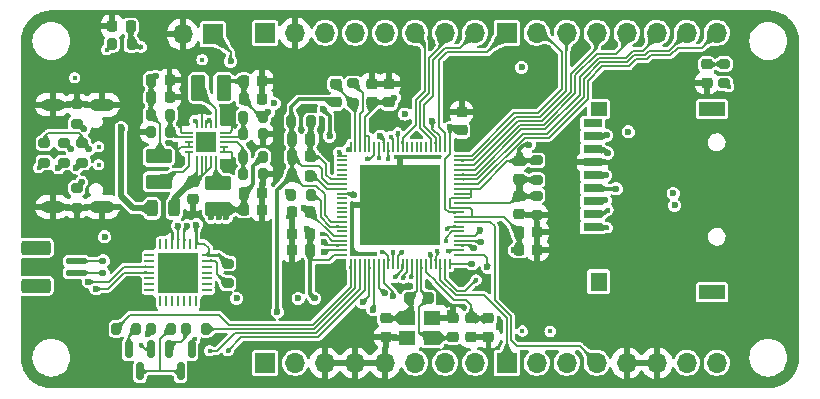
<source format=gbr>
%TF.GenerationSoftware,KiCad,Pcbnew,7.0.2*%
%TF.CreationDate,2023-05-11T00:09:11+08:00*%
%TF.ProjectId,LinuxDK,4c696e75-7844-44b2-9e6b-696361645f70,rev?*%
%TF.SameCoordinates,Original*%
%TF.FileFunction,Copper,L4,Bot*%
%TF.FilePolarity,Positive*%
%FSLAX46Y46*%
G04 Gerber Fmt 4.6, Leading zero omitted, Abs format (unit mm)*
G04 Created by KiCad (PCBNEW 7.0.2) date 2023-05-11 00:09:11*
%MOMM*%
%LPD*%
G01*
G04 APERTURE LIST*
G04 Aperture macros list*
%AMRoundRect*
0 Rectangle with rounded corners*
0 $1 Rounding radius*
0 $2 $3 $4 $5 $6 $7 $8 $9 X,Y pos of 4 corners*
0 Add a 4 corners polygon primitive as box body*
4,1,4,$2,$3,$4,$5,$6,$7,$8,$9,$2,$3,0*
0 Add four circle primitives for the rounded corners*
1,1,$1+$1,$2,$3*
1,1,$1+$1,$4,$5*
1,1,$1+$1,$6,$7*
1,1,$1+$1,$8,$9*
0 Add four rect primitives between the rounded corners*
20,1,$1+$1,$2,$3,$4,$5,0*
20,1,$1+$1,$4,$5,$6,$7,0*
20,1,$1+$1,$6,$7,$8,$9,0*
20,1,$1+$1,$8,$9,$2,$3,0*%
G04 Aperture macros list end*
%TA.AperFunction,SMDPad,CuDef*%
%ADD10R,1.600000X0.700000*%
%TD*%
%TA.AperFunction,SMDPad,CuDef*%
%ADD11R,1.400000X1.200000*%
%TD*%
%TA.AperFunction,SMDPad,CuDef*%
%ADD12R,1.400000X1.600000*%
%TD*%
%TA.AperFunction,SMDPad,CuDef*%
%ADD13R,2.200000X1.200000*%
%TD*%
%TA.AperFunction,ComponentPad*%
%ADD14R,1.700000X1.700000*%
%TD*%
%TA.AperFunction,ComponentPad*%
%ADD15O,1.700000X1.700000*%
%TD*%
%TA.AperFunction,ComponentPad*%
%ADD16O,2.100000X1.050000*%
%TD*%
%TA.AperFunction,ComponentPad*%
%ADD17O,2.000000X1.000000*%
%TD*%
%TA.AperFunction,SMDPad,CuDef*%
%ADD18RoundRect,0.200000X0.275000X-0.200000X0.275000X0.200000X-0.275000X0.200000X-0.275000X-0.200000X0*%
%TD*%
%TA.AperFunction,SMDPad,CuDef*%
%ADD19RoundRect,0.225000X-0.225000X-0.250000X0.225000X-0.250000X0.225000X0.250000X-0.225000X0.250000X0*%
%TD*%
%TA.AperFunction,SMDPad,CuDef*%
%ADD20RoundRect,0.225000X0.250000X-0.225000X0.250000X0.225000X-0.250000X0.225000X-0.250000X-0.225000X0*%
%TD*%
%TA.AperFunction,SMDPad,CuDef*%
%ADD21RoundRect,0.200000X-0.200000X-0.275000X0.200000X-0.275000X0.200000X0.275000X-0.200000X0.275000X0*%
%TD*%
%TA.AperFunction,SMDPad,CuDef*%
%ADD22RoundRect,0.150000X-0.150000X0.587500X-0.150000X-0.587500X0.150000X-0.587500X0.150000X0.587500X0*%
%TD*%
%TA.AperFunction,SMDPad,CuDef*%
%ADD23RoundRect,0.200000X0.200000X0.275000X-0.200000X0.275000X-0.200000X-0.275000X0.200000X-0.275000X0*%
%TD*%
%TA.AperFunction,SMDPad,CuDef*%
%ADD24RoundRect,0.218750X0.256250X-0.218750X0.256250X0.218750X-0.256250X0.218750X-0.256250X-0.218750X0*%
%TD*%
%TA.AperFunction,SMDPad,CuDef*%
%ADD25RoundRect,0.225000X-0.250000X0.225000X-0.250000X-0.225000X0.250000X-0.225000X0.250000X0.225000X0*%
%TD*%
%TA.AperFunction,SMDPad,CuDef*%
%ADD26R,0.800000X0.200000*%
%TD*%
%TA.AperFunction,SMDPad,CuDef*%
%ADD27R,0.200000X0.800000*%
%TD*%
%TA.AperFunction,SMDPad,CuDef*%
%ADD28R,1.750000X1.750000*%
%TD*%
%TA.AperFunction,SMDPad,CuDef*%
%ADD29RoundRect,0.200000X-0.275000X0.200000X-0.275000X-0.200000X0.275000X-0.200000X0.275000X0.200000X0*%
%TD*%
%TA.AperFunction,SMDPad,CuDef*%
%ADD30RoundRect,0.100000X-0.750000X0.150000X-0.750000X-0.150000X0.750000X-0.150000X0.750000X0.150000X0*%
%TD*%
%TA.AperFunction,SMDPad,CuDef*%
%ADD31RoundRect,0.200000X-1.050000X0.400000X-1.050000X-0.400000X1.050000X-0.400000X1.050000X0.400000X0*%
%TD*%
%TA.AperFunction,SMDPad,CuDef*%
%ADD32RoundRect,0.250000X-0.850000X0.375000X-0.850000X-0.375000X0.850000X-0.375000X0.850000X0.375000X0*%
%TD*%
%TA.AperFunction,SMDPad,CuDef*%
%ADD33R,0.200000X0.850000*%
%TD*%
%TA.AperFunction,SMDPad,CuDef*%
%ADD34R,0.850000X0.200000*%
%TD*%
%TA.AperFunction,SMDPad,CuDef*%
%ADD35R,6.840000X6.840000*%
%TD*%
%TA.AperFunction,SMDPad,CuDef*%
%ADD36RoundRect,0.250000X0.850000X-0.375000X0.850000X0.375000X-0.850000X0.375000X-0.850000X-0.375000X0*%
%TD*%
%TA.AperFunction,SMDPad,CuDef*%
%ADD37RoundRect,0.062500X-0.062500X0.337500X-0.062500X-0.337500X0.062500X-0.337500X0.062500X0.337500X0*%
%TD*%
%TA.AperFunction,SMDPad,CuDef*%
%ADD38RoundRect,0.062500X-0.337500X0.062500X-0.337500X-0.062500X0.337500X-0.062500X0.337500X0.062500X0*%
%TD*%
%TA.AperFunction,SMDPad,CuDef*%
%ADD39R,3.350000X3.350000*%
%TD*%
%TA.AperFunction,SMDPad,CuDef*%
%ADD40RoundRect,0.243750X0.243750X0.456250X-0.243750X0.456250X-0.243750X-0.456250X0.243750X-0.456250X0*%
%TD*%
%TA.AperFunction,SMDPad,CuDef*%
%ADD41RoundRect,0.225000X0.225000X0.250000X-0.225000X0.250000X-0.225000X-0.250000X0.225000X-0.250000X0*%
%TD*%
%TA.AperFunction,SMDPad,CuDef*%
%ADD42RoundRect,0.250000X0.375000X0.850000X-0.375000X0.850000X-0.375000X-0.850000X0.375000X-0.850000X0*%
%TD*%
%TA.AperFunction,ViaPad*%
%ADD43C,0.450000*%
%TD*%
%TA.AperFunction,ViaPad*%
%ADD44C,0.600000*%
%TD*%
%TA.AperFunction,Conductor*%
%ADD45C,0.152000*%
%TD*%
%TA.AperFunction,Conductor*%
%ADD46C,0.300000*%
%TD*%
%TA.AperFunction,Conductor*%
%ADD47C,0.200000*%
%TD*%
%TA.AperFunction,Conductor*%
%ADD48C,0.500000*%
%TD*%
%TA.AperFunction,Conductor*%
%ADD49C,0.254000*%
%TD*%
G04 APERTURE END LIST*
D10*
%TO.P,J5,1,DAT2*%
%TO.N,/SD_D2*%
X156251000Y-98513000D03*
%TO.P,J5,2,DAT3/CD*%
%TO.N,/SD_D3*%
X156251000Y-97413000D03*
%TO.P,J5,3,CMD*%
%TO.N,/SD_CMD*%
X156251000Y-96313000D03*
%TO.P,J5,4,VDD*%
%TO.N,+3.3V*%
X156251000Y-95213000D03*
%TO.P,J5,5,CLK*%
%TO.N,/SD_CLK*%
X156251000Y-94113000D03*
%TO.P,J5,6,VSS*%
%TO.N,GND*%
X156251000Y-93013000D03*
%TO.P,J5,7,DAT0*%
%TO.N,/SD_D0*%
X156251000Y-91913000D03*
%TO.P,J5,8,DAT1*%
%TO.N,/SD_D1*%
X156251000Y-90813000D03*
%TO.P,J5,CD*%
%TO.N,N/C*%
X156251000Y-89713000D03*
D11*
%TO.P,J5,G*%
X156751000Y-88513000D03*
D12*
%TO.P,J5,P$10*%
X156751000Y-103113000D03*
D13*
%TO.P,J5,P$11*%
X166351000Y-88513000D03*
%TO.P,J5,P$12*%
X166351000Y-104013000D03*
%TD*%
D14*
%TO.P,J7,1,Pin_1*%
%TO.N,/USB_ID*%
X124084000Y-82169000D03*
D15*
%TO.P,J7,2,Pin_2*%
%TO.N,GND*%
X121544000Y-82169000D03*
%TD*%
D14*
%TO.P,J9,1,Pin_1*%
%TO.N,/PD14*%
X148971000Y-82042000D03*
D15*
%TO.P,J9,2,Pin_2*%
%TO.N,/PD15*%
X151511000Y-82042000D03*
%TO.P,J9,3,Pin_3*%
%TO.N,/PD16*%
X154051000Y-82042000D03*
%TO.P,J9,4,Pin_4*%
%TO.N,/PD17*%
X156591000Y-82042000D03*
%TO.P,J9,5,Pin_5*%
%TO.N,/PD18*%
X159131000Y-82042000D03*
%TO.P,J9,6,Pin_6*%
%TO.N,/PD19*%
X161671000Y-82042000D03*
%TO.P,J9,7,Pin_7*%
%TO.N,/PD20*%
X164211000Y-82042000D03*
%TO.P,J9,8,Pin_8*%
%TO.N,/PD21*%
X166751000Y-82042000D03*
%TD*%
D16*
%TO.P,J4,S1,SHELL_GND*%
%TO.N,GND*%
X114702000Y-88124500D03*
D17*
%TO.P,J4,S2,SHELL_GND*%
X110522000Y-88124500D03*
%TO.P,J4,S3,SHELL_GND*%
X110522000Y-96764500D03*
D16*
%TO.P,J4,S4,SHELL_GND*%
X114702000Y-96764500D03*
%TD*%
D14*
%TO.P,J8,1,Pin_1*%
%TO.N,+3.3V*%
X128524000Y-82042000D03*
D15*
%TO.P,J8,2,Pin_2*%
%TO.N,GND*%
X131064000Y-82042000D03*
%TO.P,J8,3,Pin_3*%
%TO.N,/PD0*%
X133604000Y-82042000D03*
%TO.P,J8,4,Pin_4*%
%TO.N,/PD1*%
X136144000Y-82042000D03*
%TO.P,J8,5,Pin_5*%
%TO.N,/PD2*%
X138684000Y-82042000D03*
%TO.P,J8,6,Pin_6*%
%TO.N,/PD6*%
X141224000Y-82042000D03*
%TO.P,J8,7,Pin_7*%
%TO.N,/PD12*%
X143764000Y-82042000D03*
%TO.P,J8,8,Pin_8*%
%TO.N,/PD13*%
X146304000Y-82042000D03*
%TD*%
D14*
%TO.P,J11,1,Pin_1*%
%TO.N,/PE2*%
X148971000Y-109982000D03*
D15*
%TO.P,J11,2,Pin_2*%
%TO.N,/PE10*%
X151511000Y-109982000D03*
%TO.P,J11,3,Pin_3*%
%TO.N,/PE11*%
X154051000Y-109982000D03*
%TO.P,J11,4,Pin_4*%
%TO.N,/PE12*%
X156591000Y-109982000D03*
%TO.P,J11,5,Pin_5*%
%TO.N,GND*%
X159131000Y-109982000D03*
%TO.P,J11,6,Pin_6*%
X161671000Y-109982000D03*
%TO.P,J11,7,Pin_7*%
%TO.N,+5V*%
X164211000Y-109982000D03*
%TO.P,J11,8,Pin_8*%
X166751000Y-109982000D03*
%TD*%
D14*
%TO.P,J10,1,Pin_1*%
%TO.N,/SPEAKER_P*%
X128524000Y-109982000D03*
D15*
%TO.P,J10,2,Pin_2*%
%TO.N,/SPEAKER_N*%
X131064000Y-109982000D03*
%TO.P,J10,3,Pin_3*%
%TO.N,GND*%
X133604000Y-109982000D03*
%TO.P,J10,4,Pin_4*%
X136144000Y-109982000D03*
%TO.P,J10,5,Pin_5*%
X138684000Y-109982000D03*
%TO.P,J10,6,Pin_6*%
%TO.N,+3.3V*%
X141224000Y-109982000D03*
%TO.P,J10,7,Pin_7*%
X143764000Y-109982000D03*
%TO.P,J10,8,Pin_8*%
X146304000Y-109982000D03*
%TD*%
D18*
%TO.P,R8,1*%
%TO.N,Net-(J4-CC1)*%
X112572800Y-89725000D03*
%TO.P,R8,2*%
%TO.N,GND*%
X112572800Y-88075000D03*
%TD*%
D19*
%TO.P,C10,1*%
%TO.N,+2V5*%
X126723000Y-87654000D03*
%TO.P,C10,2*%
%TO.N,GND*%
X128273000Y-87654000D03*
%TD*%
D20*
%TO.P,C27,1*%
%TO.N,Net-(IC1-SVREF)*%
X150050100Y-94450200D03*
%TO.P,C27,2*%
%TO.N,+2V5*%
X150050100Y-92900200D03*
%TD*%
D19*
%TO.P,C4,1*%
%TO.N,+1V2*%
X118873000Y-86034800D03*
%TO.P,C4,2*%
%TO.N,GND*%
X120423000Y-86034800D03*
%TD*%
D21*
%TO.P,R17,1*%
%TO.N,Net-(IC2-FB3)*%
X126673000Y-89159000D03*
%TO.P,R17,2*%
%TO.N,+2V5*%
X128323000Y-89159000D03*
%TD*%
D22*
%TO.P,Q1,1,B*%
%TO.N,Net-(Q1-B)*%
X116972000Y-108839000D03*
%TO.P,Q1,2,E*%
%TO.N,Net-(D1-A)*%
X118872000Y-108839000D03*
%TO.P,Q1,3,C*%
%TO.N,Net-(Q1-C)*%
X117922000Y-110714000D03*
%TD*%
D21*
%TO.P,R2,1*%
%TO.N,+3.3V*%
X115557800Y-82981800D03*
%TO.P,R2,2*%
%TO.N,/NRST*%
X117207800Y-82981800D03*
%TD*%
D18*
%TO.P,R33,1*%
%TO.N,Net-(U3-~{RST})*%
X125349000Y-103227000D03*
%TO.P,R33,2*%
%TO.N,+5V*%
X125349000Y-101577000D03*
%TD*%
D23*
%TO.P,R13,1*%
%TO.N,Net-(IC2-FB1)*%
X120473000Y-88981200D03*
%TO.P,R13,2*%
%TO.N,+1V2*%
X118823000Y-88981200D03*
%TD*%
%TO.P,R22,1*%
%TO.N,GND*%
X128309000Y-94011800D03*
%TO.P,R22,2*%
%TO.N,Net-(IC2-FB2)*%
X126659000Y-94011800D03*
%TD*%
D21*
%TO.P,R4,1*%
%TO.N,+3.3V*%
X118861800Y-107109500D03*
%TO.P,R4,2*%
%TO.N,Net-(Q1-C)*%
X120511800Y-107109500D03*
%TD*%
D24*
%TO.P,D3,1,K*%
%TO.N,GND*%
X165912800Y-86283900D03*
%TO.P,D3,2,A*%
%TO.N,Net-(D3-A)*%
X165912800Y-84708900D03*
%TD*%
D19*
%TO.P,C17,1*%
%TO.N,GNDA*%
X130797000Y-92510000D03*
%TO.P,C17,2*%
%TO.N,Net-(IC1-VRA2)*%
X132347000Y-92510000D03*
%TD*%
D22*
%TO.P,Q2,1,B*%
%TO.N,Net-(Q2-B)*%
X120411200Y-108836700D03*
%TO.P,Q2,2,E*%
%TO.N,Net-(D2-A)*%
X122311200Y-108836700D03*
%TO.P,Q2,3,C*%
%TO.N,Net-(Q1-C)*%
X121361200Y-110711700D03*
%TD*%
D21*
%TO.P,R1,1*%
%TO.N,/OSC_OUT*%
X140720000Y-104516000D03*
%TO.P,R1,2*%
%TO.N,/OSC_IN*%
X142370000Y-104516000D03*
%TD*%
D25*
%TO.P,C34,1*%
%TO.N,Net-(IC1-HPCOMFB)*%
X134493000Y-86379000D03*
%TO.P,C34,2*%
%TO.N,GNDA*%
X134493000Y-87929000D03*
%TD*%
D18*
%TO.P,R11,1*%
%TO.N,+3.3V*%
X109829600Y-93027000D03*
%TO.P,R11,2*%
%TO.N,/interface/USB_DP*%
X109829600Y-91377000D03*
%TD*%
D26*
%TO.P,IC2,1,GND3*%
%TO.N,GND*%
X125047000Y-90494000D03*
%TO.P,IC2,2,FB3*%
%TO.N,Net-(IC2-FB3)*%
X125047000Y-90894000D03*
%TO.P,IC2,3,FB2*%
%TO.N,Net-(IC2-FB2)*%
X125047000Y-91294000D03*
%TO.P,IC2,4,GND2_1*%
%TO.N,GND*%
X125047000Y-91694000D03*
%TO.P,IC2,5,GND2_2*%
X125047000Y-92094000D03*
D27*
%TO.P,IC2,6,LX2*%
%TO.N,Net-(IC2-LX2)*%
X124347000Y-92794000D03*
%TO.P,IC2,7,VIN2*%
%TO.N,+5V*%
X123947000Y-92794000D03*
%TO.P,IC2,8,EN2*%
X123547000Y-92794000D03*
%TO.P,IC2,9,EN1*%
X123147000Y-92794000D03*
%TO.P,IC2,10,VIN1*%
X122747000Y-92794000D03*
D26*
%TO.P,IC2,11,LX1*%
%TO.N,Net-(IC2-LX1)*%
X122047000Y-92094000D03*
%TO.P,IC2,12,GND1_1*%
%TO.N,GND*%
X122047000Y-91694000D03*
%TO.P,IC2,13,GND1_2*%
X122047000Y-91294000D03*
%TO.P,IC2,14,FB1*%
%TO.N,Net-(IC2-FB1)*%
X122047000Y-90894000D03*
%TO.P,IC2,15,AGND_1*%
%TO.N,GND*%
X122047000Y-90494000D03*
D27*
%TO.P,IC2,16,VCC*%
%TO.N,+5V*%
X122747000Y-89794000D03*
%TO.P,IC2,17,AGND_2*%
%TO.N,GND*%
X123147000Y-89794000D03*
%TO.P,IC2,18,EN3*%
%TO.N,+5V*%
X123547000Y-89794000D03*
%TO.P,IC2,19,VIN3*%
X123947000Y-89794000D03*
%TO.P,IC2,20,LX3*%
%TO.N,Net-(IC2-LX3)*%
X124347000Y-89794000D03*
D28*
%TO.P,IC2,21,EP*%
%TO.N,GND*%
X123547000Y-91294000D03*
%TD*%
D29*
%TO.P,R27,1*%
%TO.N,+2V5*%
X151497900Y-92850200D03*
%TO.P,R27,2*%
%TO.N,Net-(IC1-SVREF)*%
X151497900Y-94500200D03*
%TD*%
D25*
%TO.P,C2,1*%
%TO.N,/OSC_OUT*%
X138736400Y-106229000D03*
%TO.P,C2,2*%
%TO.N,GND*%
X138736400Y-107779000D03*
%TD*%
D19*
%TO.P,C11,1*%
%TO.N,+3.3V*%
X126709000Y-97028000D03*
%TO.P,C11,2*%
%TO.N,GND*%
X128259000Y-97028000D03*
%TD*%
D20*
%TO.P,C29,1*%
%TO.N,+1V2*%
X145161000Y-90310000D03*
%TO.P,C29,2*%
%TO.N,GND*%
X145161000Y-88760000D03*
%TD*%
D19*
%TO.P,C6,1*%
%TO.N,+1V2*%
X118873000Y-87508000D03*
%TO.P,C6,2*%
%TO.N,GND*%
X120423000Y-87508000D03*
%TD*%
D18*
%TO.P,R10,1*%
%TO.N,/USBC_DP*%
X113030000Y-93027000D03*
%TO.P,R10,2*%
%TO.N,/interface/USB_DP*%
X113030000Y-91377000D03*
%TD*%
D25*
%TO.P,C24,1*%
%TO.N,+3.3V*%
X145982200Y-106229000D03*
%TO.P,C24,2*%
%TO.N,GND*%
X145982200Y-107779000D03*
%TD*%
D21*
%TO.P,R25,1*%
%TO.N,+3.3V*%
X130747000Y-95805600D03*
%TO.P,R25,2*%
%TO.N,Net-(IC1-TV_VCC)*%
X132397000Y-95805600D03*
%TD*%
D30*
%TO.P,J12,1,01*%
%TO.N,Net-(J12-01)*%
X112517000Y-101354000D03*
%TO.P,J12,2,02*%
%TO.N,Net-(J12-02)*%
X112517000Y-102354000D03*
D31*
%TO.P,J12,MP1*%
%TO.N,N/C*%
X109117000Y-100254000D03*
%TO.P,J12,MP2*%
X109117000Y-103454000D03*
%TD*%
D18*
%TO.P,R7,1*%
%TO.N,GND*%
X112572800Y-96837000D03*
%TO.P,R7,2*%
%TO.N,Net-(J4-CC2)*%
X112572800Y-95187000D03*
%TD*%
D20*
%TO.P,C1,1*%
%TO.N,/OSC_IN*%
X144451400Y-107779000D03*
%TO.P,C1,2*%
%TO.N,GND*%
X144451400Y-106229000D03*
%TD*%
%TO.P,C22,1*%
%TO.N,+3.3V*%
X139014200Y-87929000D03*
%TO.P,C22,2*%
%TO.N,GND*%
X139014200Y-86379000D03*
%TD*%
D11*
%TO.P,Y1,1,1*%
%TO.N,/OSC_IN*%
X142688000Y-107867000D03*
%TO.P,Y1,2,2*%
%TO.N,GND*%
X140488000Y-107867000D03*
%TO.P,Y1,3,3*%
%TO.N,/OSC_OUT*%
X140488000Y-106167000D03*
%TO.P,Y1,4,4*%
%TO.N,GND*%
X142688000Y-106167000D03*
%TD*%
D32*
%TO.P,L1,1*%
%TO.N,+1V2*%
X119504000Y-92505000D03*
%TO.P,L1,2*%
%TO.N,Net-(IC2-LX1)*%
X119504000Y-94655000D03*
%TD*%
D21*
%TO.P,R26,1*%
%TO.N,GNDA*%
X130747000Y-89538200D03*
%TO.P,R26,2*%
%TO.N,Net-(IC1-VRA2)*%
X132397000Y-89538200D03*
%TD*%
D19*
%TO.P,C26,1*%
%TO.N,+2V5*%
X150025100Y-100406200D03*
%TO.P,C26,2*%
%TO.N,GND*%
X151575100Y-100406200D03*
%TD*%
D23*
%TO.P,R16,1*%
%TO.N,GND*%
X128323000Y-90601800D03*
%TO.P,R16,2*%
%TO.N,Net-(IC2-FB3)*%
X126673000Y-90601800D03*
%TD*%
D18*
%TO.P,R9,1*%
%TO.N,/USBC_DN*%
X111455200Y-93027000D03*
%TO.P,R9,2*%
%TO.N,/interface/USB_DN*%
X111455200Y-91377000D03*
%TD*%
%TO.P,R34,1*%
%TO.N,Net-(IC1-HPCOMFB)*%
X135966200Y-87979000D03*
%TO.P,R34,2*%
%TO.N,Net-(IC1-HPCOM)*%
X135966200Y-86329000D03*
%TD*%
D33*
%TO.P,IC1,1,HPL*%
%TO.N,/AUDIO_L*%
X135754000Y-91697000D03*
%TO.P,IC1,2,HPCOMFB*%
%TO.N,Net-(IC1-HPCOMFB)*%
X136154000Y-91697000D03*
%TO.P,IC1,3,HPCOM*%
%TO.N,Net-(IC1-HPCOM)*%
X136554000Y-91697000D03*
%TO.P,IC1,4,HPVCC*%
%TO.N,+3.3V*%
X136954000Y-91697000D03*
%TO.P,IC1,5,VCC-IO_1*%
X137354000Y-91697000D03*
%TO.P,IC1,6,PD0*%
%TO.N,/PD0*%
X137754000Y-91697000D03*
%TO.P,IC1,7,PD1*%
%TO.N,/PD1*%
X138154000Y-91697000D03*
%TO.P,IC1,8,PD2*%
%TO.N,/PD2*%
X138554000Y-91697000D03*
%TO.P,IC1,9,PD3*%
%TO.N,/RS485_RX*%
X138954000Y-91697000D03*
%TO.P,IC1,10,PD4*%
%TO.N,/RS485_TX*%
X139354000Y-91697000D03*
%TO.P,IC1,11,PD5*%
%TO.N,/RS485_DIR*%
X139754000Y-91697000D03*
%TO.P,IC1,12,PD6*%
%TO.N,/PD6*%
X140154000Y-91697000D03*
%TO.P,IC1,13,PD7*%
%TO.N,unconnected-(IC1-PD7-Pad13)*%
X140554000Y-91697000D03*
%TO.P,IC1,14,PD8*%
%TO.N,unconnected-(IC1-PD8-Pad14)*%
X140954000Y-91697000D03*
%TO.P,IC1,15,PD9*%
%TO.N,unconnected-(IC1-PD9-Pad15)*%
X141354000Y-91697000D03*
%TO.P,IC1,16,PD10*%
%TO.N,unconnected-(IC1-PD10-Pad16)*%
X141754000Y-91697000D03*
%TO.P,IC1,17,PD11*%
%TO.N,unconnected-(IC1-PD11-Pad17)*%
X142154000Y-91697000D03*
%TO.P,IC1,18,PD12*%
%TO.N,/PD12*%
X142554000Y-91697000D03*
%TO.P,IC1,19,PD13*%
%TO.N,/PD13*%
X142954000Y-91697000D03*
%TO.P,IC1,20,VCC-IO_2*%
%TO.N,+3.3V*%
X143354000Y-91697000D03*
%TO.P,IC1,21,PD14*%
%TO.N,/PD14*%
X143754000Y-91697000D03*
%TO.P,IC1,22,VDD-CORE_1*%
%TO.N,+1V2*%
X144154000Y-91697000D03*
D34*
%TO.P,IC1,23,PD15*%
%TO.N,/PD15*%
X144904000Y-92447000D03*
%TO.P,IC1,24,PD16*%
%TO.N,/PD16*%
X144904000Y-92847000D03*
%TO.P,IC1,25,PD17*%
%TO.N,/PD17*%
X144904000Y-93247000D03*
%TO.P,IC1,26,PD18*%
%TO.N,/PD18*%
X144904000Y-93647000D03*
%TO.P,IC1,27,PD19*%
%TO.N,/PD19*%
X144904000Y-94047000D03*
%TO.P,IC1,28,PD20*%
%TO.N,/PD20*%
X144904000Y-94447000D03*
%TO.P,IC1,29,PD21*%
%TO.N,/PD21*%
X144904000Y-94847000D03*
%TO.P,IC1,30,VCC-DRAM_1*%
%TO.N,+2V5*%
X144904000Y-95247000D03*
%TO.P,IC1,31,VCC-DRAM_2*%
X144904000Y-95647000D03*
%TO.P,IC1,32,VCC-DRAM_3*%
X144904000Y-96047000D03*
%TO.P,IC1,33,SVREF*%
%TO.N,Net-(IC1-SVREF)*%
X144904000Y-96447000D03*
%TO.P,IC1,34,VCC-DRAM_4*%
%TO.N,+2V5*%
X144904000Y-96847000D03*
%TO.P,IC1,35,VDD-CORE_2*%
%TO.N,+1V2*%
X144904000Y-97247000D03*
%TO.P,IC1,36,VCC-DRAM_5*%
%TO.N,+2V5*%
X144904000Y-97647000D03*
%TO.P,IC1,37,PE12*%
%TO.N,/PE12*%
X144904000Y-98047000D03*
%TO.P,IC1,38,PE11*%
%TO.N,/PE11*%
X144904000Y-98447000D03*
%TO.P,IC1,39,PE10*%
%TO.N,/PE10*%
X144904000Y-98847000D03*
%TO.P,IC1,40,PE9*%
%TO.N,/LCD_SCL*%
X144904000Y-99247000D03*
%TO.P,IC1,41,PE8*%
%TO.N,/LCD_SDA*%
X144904000Y-99647000D03*
%TO.P,IC1,42,PE7*%
%TO.N,/LCD_CS*%
X144904000Y-100047000D03*
%TO.P,IC1,43,PE6*%
%TO.N,/LCD_PWM*%
X144904000Y-100447000D03*
%TO.P,IC1,44,PE5*%
%TO.N,/LCD_RST*%
X144904000Y-100847000D03*
D33*
%TO.P,IC1,45,PE4*%
%TO.N,/LCD_RS*%
X144154000Y-101597000D03*
%TO.P,IC1,46,PE3*%
%TO.N,/USB_ID*%
X143754000Y-101597000D03*
%TO.P,IC1,47,PE2*%
%TO.N,/PE2*%
X143354000Y-101597000D03*
%TO.P,IC1,48,PE1*%
%TO.N,/DEBUG_UART_TX*%
X142954000Y-101597000D03*
%TO.P,IC1,49,PE0*%
%TO.N,/DEBUG_UART_RX*%
X142554000Y-101597000D03*
%TO.P,IC1,50,VCC-IO_3*%
%TO.N,+3.3V*%
X142154000Y-101597000D03*
%TO.P,IC1,51,HOSCI*%
%TO.N,/OSC_IN*%
X141754000Y-101597000D03*
%TO.P,IC1,52,HOSCO*%
%TO.N,/OSC_OUT*%
X141354000Y-101597000D03*
%TO.P,IC1,53,PF5*%
%TO.N,/SD_D2*%
X140954000Y-101597000D03*
%TO.P,IC1,54,PF4*%
%TO.N,/SD_D3*%
X140554000Y-101597000D03*
%TO.P,IC1,55,PF3*%
%TO.N,/SD_CMD*%
X140154000Y-101597000D03*
%TO.P,IC1,56,PF2*%
%TO.N,/SD_CLK*%
X139754000Y-101597000D03*
%TO.P,IC1,57,PF1*%
%TO.N,/SD_D0*%
X139354000Y-101597000D03*
%TO.P,IC1,58,PF0*%
%TO.N,/SD_D1*%
X138954000Y-101597000D03*
%TO.P,IC1,59,PC0*%
%TO.N,/SPI_CLK*%
X138554000Y-101597000D03*
%TO.P,IC1,60,PC1*%
%TO.N,/SPI_CS*%
X138154000Y-101597000D03*
%TO.P,IC1,61,PC2*%
%TO.N,/SPI_MISO*%
X137754000Y-101597000D03*
%TO.P,IC1,62,PC3*%
%TO.N,/SPI_MOSI*%
X137354000Y-101597000D03*
%TO.P,IC1,63,TYP2*%
%TO.N,/KEY2*%
X136954000Y-101597000D03*
%TO.P,IC1,64,TYP1*%
%TO.N,/KEY1*%
X136554000Y-101597000D03*
%TO.P,IC1,65,TPX2*%
%TO.N,/LED2*%
X136154000Y-101597000D03*
%TO.P,IC1,66,TPX1*%
%TO.N,/LED1*%
X135754000Y-101597000D03*
D34*
%TO.P,IC1,67,UVCC*%
%TO.N,+3.3V*%
X135004000Y-100847000D03*
%TO.P,IC1,68,USB-DM*%
%TO.N,/USBC_DN*%
X135004000Y-100447000D03*
%TO.P,IC1,69,USB-DP*%
%TO.N,/USBC_DP*%
X135004000Y-100047000D03*
%TO.P,IC1,70,RESET*%
%TO.N,/NRST*%
X135004000Y-99647000D03*
%TO.P,IC1,71,VDD-CORE_3*%
%TO.N,+1V2*%
X135004000Y-99247000D03*
%TO.P,IC1,72,TVOUT*%
%TO.N,unconnected-(IC1-TVOUT-Pad72)*%
X135004000Y-98847000D03*
%TO.P,IC1,73,TV_VCC*%
%TO.N,Net-(IC1-TV_VCC)*%
X135004000Y-98447000D03*
%TO.P,IC1,74,TVGND*%
%TO.N,GNDA*%
X135004000Y-98047000D03*
%TO.P,IC1,75,TV_VRN*%
%TO.N,unconnected-(IC1-TV_VRN-Pad75)*%
X135004000Y-97647000D03*
%TO.P,IC1,76,TV_VRP*%
%TO.N,unconnected-(IC1-TV_VRP-Pad76)*%
X135004000Y-97247000D03*
%TO.P,IC1,77,TVIN1*%
%TO.N,unconnected-(IC1-TVIN1-Pad77)*%
X135004000Y-96847000D03*
%TO.P,IC1,78,TVIN0*%
%TO.N,unconnected-(IC1-TVIN0-Pad78)*%
X135004000Y-96447000D03*
%TO.P,IC1,79,LRADC0*%
%TO.N,unconnected-(IC1-LRADC0-Pad79)*%
X135004000Y-96047000D03*
%TO.P,IC1,80,AVCC*%
%TO.N,+3V0*%
X135004000Y-95647000D03*
%TO.P,IC1,81,VRA1*%
%TO.N,Net-(IC1-VRA1)*%
X135004000Y-95247000D03*
%TO.P,IC1,82,AGND*%
%TO.N,GNDA*%
X135004000Y-94847000D03*
%TO.P,IC1,83,VRA2*%
%TO.N,Net-(IC1-VRA2)*%
X135004000Y-94447000D03*
%TO.P,IC1,84,FMINL*%
%TO.N,unconnected-(IC1-FMINL-Pad84)*%
X135004000Y-94047000D03*
%TO.P,IC1,85,FMINR*%
%TO.N,unconnected-(IC1-FMINR-Pad85)*%
X135004000Y-93647000D03*
%TO.P,IC1,86,LINL*%
%TO.N,unconnected-(IC1-LINL-Pad86)*%
X135004000Y-93247000D03*
%TO.P,IC1,87,MICIN*%
%TO.N,unconnected-(IC1-MICIN-Pad87)*%
X135004000Y-92847000D03*
%TO.P,IC1,88,HPR*%
%TO.N,/AUDIO_R*%
X135004000Y-92447000D03*
D35*
%TO.P,IC1,89,EP*%
%TO.N,GND*%
X139954000Y-96647000D03*
%TD*%
D21*
%TO.P,R18,1*%
%TO.N,Net-(IC2-FB2)*%
X126673000Y-92564000D03*
%TO.P,R18,2*%
%TO.N,+3.3V*%
X128323000Y-92564000D03*
%TD*%
D19*
%TO.P,C12,1*%
%TO.N,+2V5*%
X126723000Y-86130000D03*
%TO.P,C12,2*%
%TO.N,GND*%
X128273000Y-86130000D03*
%TD*%
D25*
%TO.P,C23,1*%
%TO.N,+3.3V*%
X147430000Y-106229000D03*
%TO.P,C23,2*%
%TO.N,GND*%
X147430000Y-107779000D03*
%TD*%
D19*
%TO.P,C13,1*%
%TO.N,+3.3V*%
X126709000Y-95612000D03*
%TO.P,C13,2*%
%TO.N,GND*%
X128259000Y-95612000D03*
%TD*%
D29*
%TO.P,R28,1*%
%TO.N,Net-(IC1-SVREF)*%
X151497900Y-95822000D03*
%TO.P,R28,2*%
%TO.N,GND*%
X151497900Y-97472000D03*
%TD*%
D36*
%TO.P,L3,1*%
%TO.N,+3.3V*%
X124563000Y-96941000D03*
%TO.P,L3,2*%
%TO.N,Net-(IC2-LX2)*%
X124563000Y-94791000D03*
%TD*%
D37*
%TO.P,U3,1,~{DCD}*%
%TO.N,unconnected-(U3-~{DCD}-Pad1)*%
X119658000Y-99889000D03*
%TO.P,U3,2,~{RI}/CLK*%
%TO.N,unconnected-(U3-~{RI}{slash}CLK-Pad2)*%
X120158000Y-99889000D03*
%TO.P,U3,3,GND*%
%TO.N,GND*%
X120658000Y-99889000D03*
%TO.P,U3,4,D+*%
%TO.N,/interface/CP2102_DP*%
X121158000Y-99889000D03*
%TO.P,U3,5,D-*%
%TO.N,/interface/CP2102_DN*%
X121658000Y-99889000D03*
%TO.P,U3,6,VDD*%
%TO.N,unconnected-(U3-VDD-Pad6)*%
X122158000Y-99889000D03*
%TO.P,U3,7,VREGIN*%
%TO.N,+5V*%
X122658000Y-99889000D03*
D38*
%TO.P,U3,8,VBUS*%
X123608000Y-100839000D03*
%TO.P,U3,9,~{RST}*%
%TO.N,Net-(U3-~{RST})*%
X123608000Y-101339000D03*
%TO.P,U3,10,NC*%
%TO.N,unconnected-(U3-NC-Pad10)*%
X123608000Y-101839000D03*
%TO.P,U3,11,~{SUSPEND}*%
%TO.N,unconnected-(U3-~{SUSPEND}-Pad11)*%
X123608000Y-102339000D03*
%TO.P,U3,12,SUSPEND*%
%TO.N,unconnected-(U3-SUSPEND-Pad12)*%
X123608000Y-102839000D03*
%TO.P,U3,13,CHREN*%
%TO.N,unconnected-(U3-CHREN-Pad13)*%
X123608000Y-103339000D03*
%TO.P,U3,14,CHR1*%
%TO.N,unconnected-(U3-CHR1-Pad14)*%
X123608000Y-103839000D03*
D37*
%TO.P,U3,15,CHR0*%
%TO.N,unconnected-(U3-CHR0-Pad15)*%
X122658000Y-104789000D03*
%TO.P,U3,16,~{WAKEUP}/GPIO.3*%
%TO.N,unconnected-(U3-~{WAKEUP}{slash}GPIO.3-Pad16)*%
X122158000Y-104789000D03*
%TO.P,U3,17,RS485/GPIO.2*%
%TO.N,unconnected-(U3-RS485{slash}GPIO.2-Pad17)*%
X121658000Y-104789000D03*
%TO.P,U3,18,~{RXT}/GPIO.1*%
%TO.N,unconnected-(U3-~{RXT}{slash}GPIO.1-Pad18)*%
X121158000Y-104789000D03*
%TO.P,U3,19,~{TXT}/GPIO.0*%
%TO.N,unconnected-(U3-~{TXT}{slash}GPIO.0-Pad19)*%
X120658000Y-104789000D03*
%TO.P,U3,20,GPIO.6*%
%TO.N,unconnected-(U3-GPIO.6-Pad20)*%
X120158000Y-104789000D03*
%TO.P,U3,21,GPIO.5*%
%TO.N,unconnected-(U3-GPIO.5-Pad21)*%
X119658000Y-104789000D03*
D38*
%TO.P,U3,22,GPIO.4*%
%TO.N,unconnected-(U3-GPIO.4-Pad22)*%
X118708000Y-103839000D03*
%TO.P,U3,23,~{CTS}*%
%TO.N,unconnected-(U3-~{CTS}-Pad23)*%
X118708000Y-103339000D03*
%TO.P,U3,24,~{RTS}*%
%TO.N,unconnected-(U3-~{RTS}-Pad24)*%
X118708000Y-102839000D03*
%TO.P,U3,25,RXD*%
%TO.N,/DEBUG_UART_TX*%
X118708000Y-102339000D03*
%TO.P,U3,26,TXD*%
%TO.N,/DEBUG_UART_RX*%
X118708000Y-101839000D03*
%TO.P,U3,27,~{DSR}*%
%TO.N,unconnected-(U3-~{DSR}-Pad27)*%
X118708000Y-101339000D03*
%TO.P,U3,28,~{DTR}*%
%TO.N,unconnected-(U3-~{DTR}-Pad28)*%
X118708000Y-100839000D03*
D39*
%TO.P,U3,29,GND*%
%TO.N,GND*%
X121158000Y-102339000D03*
%TD*%
D23*
%TO.P,R3,1*%
%TO.N,Net-(Q1-B)*%
X117565400Y-107109500D03*
%TO.P,R3,2*%
%TO.N,/LED1*%
X115915400Y-107109500D03*
%TD*%
D20*
%TO.P,C28,1*%
%TO.N,GND*%
X150050100Y-97422000D03*
%TO.P,C28,2*%
%TO.N,Net-(IC1-SVREF)*%
X150050100Y-95872000D03*
%TD*%
D21*
%TO.P,R14,1*%
%TO.N,GND*%
X118823000Y-90405000D03*
%TO.P,R14,2*%
%TO.N,Net-(IC2-FB1)*%
X120473000Y-90405000D03*
%TD*%
D19*
%TO.P,C16,1*%
%TO.N,GNDA*%
X130797000Y-94157800D03*
%TO.P,C16,2*%
%TO.N,Net-(IC1-VRA1)*%
X132347000Y-94157800D03*
%TD*%
%TO.P,C25,1*%
%TO.N,+2V5*%
X150025100Y-98933000D03*
%TO.P,C25,2*%
%TO.N,GND*%
X151575100Y-98933000D03*
%TD*%
D40*
%TO.P,F1,1*%
%TO.N,+5V*%
X120825500Y-96901000D03*
%TO.P,F1,2*%
%TO.N,Net-(F1-Pad2)*%
X118950500Y-96901000D03*
%TD*%
D41*
%TO.P,C15,1*%
%TO.N,+1V2*%
X132347000Y-97253400D03*
%TO.P,C15,2*%
%TO.N,GND*%
X130797000Y-97253400D03*
%TD*%
D25*
%TO.P,C9,1*%
%TO.N,+5V*%
X122428000Y-94602000D03*
%TO.P,C9,2*%
%TO.N,GND*%
X122428000Y-96152000D03*
%TD*%
D41*
%TO.P,C3,1*%
%TO.N,/NRST*%
X117132400Y-81483200D03*
%TO.P,C3,2*%
%TO.N,GND*%
X115582400Y-81483200D03*
%TD*%
D18*
%TO.P,R12,1*%
%TO.N,+3.3V*%
X167380500Y-86321400D03*
%TO.P,R12,2*%
%TO.N,Net-(D3-A)*%
X167380500Y-84671400D03*
%TD*%
D20*
%TO.P,C21,1*%
%TO.N,+3.3V*%
X137541000Y-87929000D03*
%TO.P,C21,2*%
%TO.N,GND*%
X137541000Y-86379000D03*
%TD*%
D41*
%TO.P,C19,2*%
%TO.N,GND*%
X130784600Y-100457000D03*
%TO.P,C19,1*%
%TO.N,+3.3V*%
X132334600Y-100457000D03*
%TD*%
D19*
%TO.P,C18,1*%
%TO.N,GNDA*%
X130797000Y-91011400D03*
%TO.P,C18,2*%
%TO.N,Net-(IC1-VRA2)*%
X132347000Y-91011400D03*
%TD*%
D41*
%TO.P,C20,2*%
%TO.N,GND*%
X130797000Y-99034600D03*
%TO.P,C20,1*%
%TO.N,+3.3V*%
X132347000Y-99034600D03*
%TD*%
D42*
%TO.P,L2,1*%
%TO.N,+2V5*%
X125003000Y-86722000D03*
%TO.P,L2,2*%
%TO.N,Net-(IC2-LX3)*%
X122853000Y-86722000D03*
%TD*%
D21*
%TO.P,R5,1*%
%TO.N,Net-(Q2-B)*%
X121833600Y-107109500D03*
%TO.P,R5,2*%
%TO.N,/LED2*%
X123483600Y-107109500D03*
%TD*%
D43*
%TO.N,/NRST*%
X133320200Y-99076960D03*
D44*
%TO.N,+3.3V*%
X132080000Y-98679000D03*
%TO.N,GND*%
X130937000Y-102616000D03*
X133610000Y-91740000D03*
%TO.N,+1V2*%
X133440000Y-88528500D03*
%TO.N,/PD2*%
X138273173Y-90772868D03*
%TO.N,+1V2*%
X140340000Y-88910000D03*
%TO.N,GND*%
X123571000Y-91313000D03*
X169799000Y-106045000D03*
X148336000Y-106934000D03*
X170434000Y-106045000D03*
X155067000Y-83439000D03*
D43*
X123158250Y-88706500D03*
D44*
X137287000Y-97155000D03*
X115316000Y-85725000D03*
X134747000Y-91440000D03*
X115951000Y-85090000D03*
X121158000Y-92456000D03*
D43*
X122039500Y-88633533D03*
D44*
X123952000Y-91821000D03*
X144145000Y-105791000D03*
X137287000Y-97790000D03*
D43*
X141351000Y-90678000D03*
X157734000Y-83312000D03*
D44*
X170307000Y-85852000D03*
X116459000Y-104140000D03*
D43*
X130429000Y-97663000D03*
D44*
X147066000Y-103378000D03*
X135890000Y-107569000D03*
X111252000Y-106553000D03*
X170942000Y-85852000D03*
X125349000Y-93091000D03*
X125349000Y-89281000D03*
X115316000Y-85090000D03*
X131572000Y-108458000D03*
D43*
X144653000Y-85979000D03*
D44*
X115951000Y-85725000D03*
X110617000Y-105918000D03*
D43*
X139954000Y-103505000D03*
D44*
X137922000Y-97155000D03*
X123698000Y-104648000D03*
X110617000Y-106553000D03*
X170434000Y-106680000D03*
D43*
X160274000Y-83058000D03*
D44*
X111252000Y-105918000D03*
X170307000Y-85217000D03*
X131880000Y-88450000D03*
D43*
X146224811Y-89910600D03*
D44*
X169799000Y-106680000D03*
X137922000Y-97790000D03*
D43*
X119761000Y-103759000D03*
D44*
X170942000Y-85217000D03*
D43*
%TO.N,/NRST*%
X118046500Y-83248500D03*
D44*
%TO.N,+1V2*%
X144185098Y-90043000D03*
X131826000Y-96901000D03*
X119253000Y-85725000D03*
X133970000Y-90790000D03*
D43*
%TO.N,+3.3V*%
X146304000Y-105918000D03*
D44*
X142680500Y-89467500D03*
X150241000Y-84963000D03*
D43*
X112395000Y-85852000D03*
X123190000Y-84328000D03*
X167767000Y-86614000D03*
D44*
X158242000Y-95250000D03*
X131318000Y-104521000D03*
D43*
X115090009Y-83478132D03*
D44*
X159258000Y-90424000D03*
X139440000Y-87530000D03*
D43*
X152654000Y-107315000D03*
D44*
X123952000Y-97663000D03*
X125222000Y-97663000D03*
X126111000Y-104521000D03*
X132715000Y-104521000D03*
D43*
X109347000Y-93472000D03*
D44*
X130429000Y-95504000D03*
X118618000Y-107569000D03*
X124587000Y-97663000D03*
D43*
%TO.N,GNDA*%
X130365500Y-94551500D03*
X150304000Y-107302000D03*
D44*
X129540000Y-105664000D03*
%TO.N,+3V0*%
X136017000Y-95758000D03*
%TO.N,+5V*%
X122681998Y-94869000D03*
X122703798Y-98295503D03*
X114935000Y-99314000D03*
D43*
X122555000Y-89480849D03*
X123724219Y-89434219D03*
D44*
%TO.N,+2V5*%
X150876000Y-91499500D03*
X149606000Y-100457000D03*
X128778000Y-88773000D03*
D43*
%TO.N,Net-(D1-A)*%
X117983000Y-108458000D03*
%TO.N,Net-(D2-A)*%
X122555000Y-107942500D03*
%TO.N,Net-(F1-Pad2)*%
X116332000Y-94869000D03*
D44*
X116332000Y-90043000D03*
D43*
%TO.N,/AUDIO_L*%
X135512452Y-91930783D03*
%TO.N,/PD0*%
X137160000Y-92710000D03*
%TO.N,/PD1*%
X138154001Y-92681814D03*
%TO.N,/RS485_RX*%
X138953999Y-92710000D03*
%TO.N,/RS485_TX*%
X139148534Y-90834349D03*
%TO.N,/RS485_DIR*%
X139726240Y-90537518D03*
%TO.N,/PE11*%
X143878686Y-98618500D03*
%TO.N,/PE10*%
X143798502Y-99695000D03*
D44*
%TO.N,/LCD_SCL*%
X146752500Y-98758810D03*
%TO.N,/LCD_SDA*%
X146769847Y-99742020D03*
%TO.N,/LCD_CS*%
X146169088Y-100269555D03*
D43*
%TO.N,/LCD_PWM*%
X144030102Y-100527927D03*
D44*
%TO.N,/LCD_RST*%
X147341109Y-101884772D03*
%TO.N,/LCD_RS*%
X146050000Y-101600000D03*
%TO.N,/USB_ID*%
X125603000Y-84455000D03*
X129286000Y-88011000D03*
D43*
X146380000Y-102961272D03*
D44*
%TO.N,/DEBUG_UART_TX*%
X114173000Y-103700000D03*
D43*
X143094164Y-100491500D03*
%TO.N,/DEBUG_UART_RX*%
X142488004Y-100797299D03*
D44*
X113538000Y-103124000D03*
D43*
%TO.N,/SD_D2*%
X140865534Y-102740523D03*
X157480000Y-98552000D03*
%TO.N,/SD_D3*%
X157543500Y-97028000D03*
X140220327Y-102815097D03*
D44*
%TO.N,/SD_CMD*%
X157317222Y-96224789D03*
D43*
X139543996Y-102743402D03*
D44*
%TO.N,/SD_CLK*%
X157353000Y-94107000D03*
D43*
X140081000Y-100616662D03*
%TO.N,/SD_D0*%
X139324967Y-100580916D03*
D44*
X157505940Y-92227940D03*
D43*
%TO.N,/SD_D1*%
X138430000Y-100587554D03*
D44*
X157429200Y-90728800D03*
%TO.N,/SPI_CLK*%
X139380512Y-104359653D03*
%TO.N,/SPI_CS*%
X138630344Y-104083152D03*
%TO.N,/SPI_MISO*%
X137639592Y-105468316D03*
%TO.N,/SPI_MOSI*%
X136764500Y-104872893D03*
D43*
%TO.N,/KEY2*%
X125360602Y-108966000D03*
%TO.N,/KEY1*%
X123825000Y-108966000D03*
D44*
%TO.N,/USBC_DN*%
X133509583Y-100626272D03*
X111004100Y-93478100D03*
X163195000Y-96647000D03*
%TO.N,/USBC_DP*%
X133509583Y-99776272D03*
X163068000Y-95631000D03*
X112522000Y-93472000D03*
D43*
%TO.N,/AUDIO_R*%
X134755065Y-92164458D03*
D44*
%TO.N,/interface/USB_DN*%
X112104947Y-91884500D03*
%TO.N,/interface/USB_DP*%
X113601500Y-91884500D03*
%TO.N,Net-(J4-CC1)*%
X113182940Y-90144060D03*
%TO.N,Net-(J4-CC2)*%
X112973100Y-94685100D03*
D43*
%TO.N,/interface/CP2102_DN*%
X114427001Y-91693999D03*
D44*
X121909491Y-98386500D03*
%TO.N,/interface/CP2102_DP*%
X121109989Y-98386500D03*
D43*
X114427000Y-93218000D03*
D44*
%TO.N,Net-(J12-01)*%
X114808000Y-101346000D03*
%TO.N,Net-(J12-02)*%
X114808000Y-102362000D03*
%TD*%
D45*
%TO.N,/NRST*%
X133320200Y-99076960D02*
X133641352Y-99076960D01*
X133641352Y-99076960D02*
X134211392Y-99647000D01*
X134211392Y-99647000D02*
X135004000Y-99647000D01*
D46*
%TO.N,+3.3V*%
X132340000Y-104146000D02*
X132340000Y-100462400D01*
D47*
X133954000Y-101250000D02*
X132340000Y-101250000D01*
X134357000Y-100847000D02*
X133954000Y-101250000D01*
X135004000Y-100847000D02*
X134357000Y-100847000D01*
D46*
X132080000Y-100711600D02*
X132334600Y-100457000D01*
D47*
X132334600Y-100838600D02*
X132334600Y-100457000D01*
D45*
X132347000Y-100444600D02*
X132334600Y-100457000D01*
D46*
X132340000Y-100462400D02*
X132334600Y-100457000D01*
X132347000Y-99034600D02*
X132347000Y-100444600D01*
X132715000Y-104521000D02*
X132340000Y-104146000D01*
%TO.N,GNDA*%
X131405000Y-87670000D02*
X134234000Y-87670000D01*
X134234000Y-87670000D02*
X134493000Y-87929000D01*
X130747000Y-88328000D02*
X131405000Y-87670000D01*
X130747000Y-89538200D02*
X130747000Y-88328000D01*
X129540000Y-95377000D02*
X129540000Y-105664000D01*
X130365500Y-94551500D02*
X129540000Y-95377000D01*
D47*
%TO.N,/AUDIO_R*%
X134755065Y-92164458D02*
X134755065Y-92198065D01*
X134755065Y-92198065D02*
X135004000Y-92447000D01*
D46*
%TO.N,+1V2*%
X133970000Y-89058500D02*
X133970000Y-90790000D01*
X133440000Y-88528500D02*
X133970000Y-89058500D01*
X144653000Y-90043000D02*
X144920000Y-90310000D01*
X144185098Y-90043000D02*
X144653000Y-90043000D01*
D45*
%TO.N,/USB_ID*%
X143754000Y-102860000D02*
X143754000Y-101597000D01*
X144780000Y-103886000D02*
X143754000Y-102860000D01*
X145455272Y-103886000D02*
X144780000Y-103886000D01*
X146380000Y-102961272D02*
X145455272Y-103886000D01*
%TO.N,/PD2*%
X138554000Y-91034000D02*
X138554000Y-91697000D01*
X138290000Y-90770000D02*
X138554000Y-91034000D01*
D47*
%TO.N,/USB_ID*%
X125603000Y-84455000D02*
X125603000Y-83688000D01*
X125603000Y-83688000D02*
X124084000Y-82169000D01*
D45*
%TO.N,/OSC_IN*%
X141754000Y-103900000D02*
X141754000Y-101597000D01*
X141588000Y-105239000D02*
X142311000Y-104516000D01*
X142030000Y-107867000D02*
X141588000Y-107425000D01*
X144451400Y-107815200D02*
X144399600Y-107867000D01*
X142688000Y-107867000D02*
X142030000Y-107867000D01*
X142370000Y-104516000D02*
X141754000Y-103900000D01*
X144399600Y-107867000D02*
X142688000Y-107867000D01*
X141588000Y-107425000D02*
X141588000Y-105239000D01*
D47*
%TO.N,GND*%
X125622000Y-92094000D02*
X125730000Y-92202000D01*
X123147000Y-88717750D02*
X123147000Y-89794000D01*
D45*
X144353200Y-106167000D02*
X144451400Y-106265200D01*
D47*
X125047000Y-92094000D02*
X125622000Y-92094000D01*
X122039500Y-88633533D02*
X121932467Y-88633533D01*
D45*
X142688000Y-106167000D02*
X144267000Y-106167000D01*
D47*
X125476000Y-89281000D02*
X125349000Y-89281000D01*
X125047000Y-90494000D02*
X125533000Y-90494000D01*
X125730000Y-92202000D02*
X125730000Y-92710000D01*
X125730000Y-90297000D02*
X125730000Y-89535000D01*
X121158000Y-91948000D02*
X121412000Y-91694000D01*
X121932467Y-88633533D02*
X121412000Y-89154000D01*
X122047000Y-91294000D02*
X122047000Y-91694000D01*
D45*
X144272000Y-106172000D02*
X144277000Y-106167000D01*
X138737400Y-107867000D02*
X140488000Y-107867000D01*
D47*
X125730000Y-92710000D02*
X125349000Y-93091000D01*
X121412000Y-91694000D02*
X122047000Y-91694000D01*
D46*
X151575100Y-100406200D02*
X151575100Y-98933000D01*
D47*
X125730000Y-89535000D02*
X125476000Y-89281000D01*
X120423000Y-86034800D02*
X120423000Y-87508000D01*
D45*
X144267000Y-106167000D02*
X144272000Y-106172000D01*
D47*
X121482000Y-90494000D02*
X122047000Y-90494000D01*
X125533000Y-90494000D02*
X125730000Y-90297000D01*
X121412000Y-90424000D02*
X121482000Y-90494000D01*
X125047000Y-92094000D02*
X125047000Y-91694000D01*
X121158000Y-92456000D02*
X121158000Y-91948000D01*
D45*
X144277000Y-106167000D02*
X144353200Y-106167000D01*
D47*
X123158250Y-88706500D02*
X123147000Y-88717750D01*
X121412000Y-89154000D02*
X121412000Y-90424000D01*
D45*
X138736400Y-107866000D02*
X138737400Y-107867000D01*
%TO.N,/OSC_OUT*%
X141372506Y-101615506D02*
X141354000Y-101597000D01*
X138885400Y-106167000D02*
X140488000Y-106167000D01*
X140953000Y-104749000D02*
X140720000Y-104516000D01*
X140953000Y-105702000D02*
X140953000Y-104749000D01*
X140720000Y-104516000D02*
X141372506Y-103863494D01*
X141372506Y-103863494D02*
X141372506Y-101615506D01*
X140488000Y-106167000D02*
X140953000Y-105702000D01*
X138736400Y-106316000D02*
X138885400Y-106167000D01*
D46*
%TO.N,/NRST*%
X117132400Y-81483200D02*
X117132400Y-82906400D01*
X118046500Y-83248500D02*
X117474500Y-83248500D01*
D45*
X117132400Y-82906400D02*
X117207800Y-82981800D01*
X117474500Y-83248500D02*
X117207800Y-82981800D01*
D48*
%TO.N,+1V2*%
X118873000Y-88931200D02*
X118823000Y-88981200D01*
D47*
X134309196Y-99247000D02*
X135004000Y-99247000D01*
X132347000Y-97284804D02*
X134309196Y-99247000D01*
X144154000Y-91697000D02*
X144154000Y-90074098D01*
X119504000Y-92505000D02*
X119634000Y-92375000D01*
X118873000Y-86034800D02*
X118873000Y-87508000D01*
D45*
X143764000Y-92710000D02*
X144154000Y-92320000D01*
D47*
X118826200Y-88981200D02*
X118823000Y-88981200D01*
D45*
X144904000Y-97247000D02*
X144086256Y-97247000D01*
X119504000Y-92505000D02*
X118921000Y-92505000D01*
X144086256Y-97247000D02*
X143764000Y-96924744D01*
X144920000Y-90310000D02*
X145161000Y-90310000D01*
X131826000Y-96901000D02*
X132209804Y-97284804D01*
X144154000Y-92320000D02*
X144154000Y-91697000D01*
D47*
X119634000Y-92375000D02*
X119634000Y-89789000D01*
D45*
X132209804Y-97284804D02*
X132347000Y-97284804D01*
D47*
X118873000Y-87508000D02*
X118873000Y-88931200D01*
X119634000Y-89789000D02*
X118826200Y-88981200D01*
X144154000Y-90074098D02*
X144185098Y-90043000D01*
D45*
X143764000Y-96924744D02*
X143764000Y-92710000D01*
D47*
%TO.N,+3.3V*%
X142680500Y-89467500D02*
X142680500Y-90145825D01*
D49*
X126622000Y-96941000D02*
X126709000Y-97028000D01*
D46*
X126709000Y-97028000D02*
X124650000Y-97028000D01*
D47*
X136954000Y-89138000D02*
X137541000Y-88551000D01*
D46*
X158242000Y-95250000D02*
X156288000Y-95250000D01*
X137541000Y-87929000D02*
X139014200Y-87929000D01*
D47*
X142978000Y-103123744D02*
X144497256Y-104643000D01*
D45*
X109792000Y-93027000D02*
X109347000Y-93472000D01*
D46*
X127508000Y-94869000D02*
X127508000Y-93345000D01*
D47*
X137354000Y-90872000D02*
X137287000Y-90805000D01*
X145537000Y-104643000D02*
X145982200Y-105088200D01*
X143354000Y-90819325D02*
X143354000Y-91697000D01*
X137541000Y-88551000D02*
X137541000Y-87929000D01*
D48*
X124650000Y-97028000D02*
X124563000Y-96941000D01*
D47*
X145982200Y-105088200D02*
X145982200Y-106229000D01*
D45*
X145982200Y-106094004D02*
X145982200Y-106229000D01*
D46*
X127508000Y-93345000D02*
X128289000Y-92564000D01*
X156288000Y-95250000D02*
X156251000Y-95213000D01*
D47*
X144497256Y-104643000D02*
X145537000Y-104643000D01*
X136954000Y-91697000D02*
X136954000Y-90805000D01*
X136954000Y-90805000D02*
X136954000Y-89138000D01*
X126709000Y-95612000D02*
X126765000Y-95612000D01*
X142680500Y-90145825D02*
X143354000Y-90819325D01*
X137287000Y-90805000D02*
X136954000Y-90805000D01*
X142978000Y-103089804D02*
X142978000Y-103123744D01*
D46*
X126709000Y-95612000D02*
X126709000Y-97028000D01*
X126765000Y-95612000D02*
X127508000Y-94869000D01*
D47*
X142154000Y-102265804D02*
X142978000Y-103089804D01*
D45*
X109829600Y-93027000D02*
X109792000Y-93027000D01*
D46*
X147430000Y-106229000D02*
X145982200Y-106229000D01*
D47*
X128289000Y-92564000D02*
X128323000Y-92564000D01*
X137354000Y-91697000D02*
X137354000Y-90872000D01*
X142154000Y-101597000D02*
X142154000Y-102265804D01*
D45*
%TO.N,GNDA*%
X133096000Y-93345000D02*
X131632000Y-93345000D01*
X133350000Y-93599000D02*
X133096000Y-93345000D01*
X132842000Y-94996000D02*
X133575000Y-95729000D01*
D49*
X130365500Y-94551500D02*
X130759200Y-94157800D01*
X130759200Y-94157800D02*
X130797000Y-94157800D01*
D45*
X134115000Y-98047000D02*
X135004000Y-98047000D01*
X130860800Y-94157800D02*
X131699000Y-94996000D01*
X133836000Y-94847000D02*
X133350000Y-94361000D01*
X135004000Y-94847000D02*
X133836000Y-94847000D01*
X131632000Y-93345000D02*
X130797000Y-92510000D01*
D46*
X130797000Y-92510000D02*
X130797000Y-91011400D01*
D49*
X130747000Y-94170000D02*
X130747000Y-94107800D01*
D45*
X130747000Y-90961400D02*
X130797000Y-91011400D01*
X133350000Y-94361000D02*
X133350000Y-93599000D01*
X131699000Y-94996000D02*
X132842000Y-94996000D01*
D46*
X130747000Y-89538200D02*
X130747000Y-90961400D01*
D45*
X130797000Y-94157800D02*
X130860800Y-94157800D01*
X133575000Y-95729000D02*
X133575000Y-97507000D01*
D46*
X130797000Y-92510000D02*
X130797000Y-94157800D01*
D45*
X133575000Y-97507000D02*
X134115000Y-98047000D01*
D49*
X130365500Y-94551500D02*
X130747000Y-94170000D01*
D47*
%TO.N,+3V0*%
X135004000Y-95647000D02*
X135906000Y-95647000D01*
X135906000Y-95647000D02*
X136017001Y-95758001D01*
D45*
X136017000Y-95758000D02*
X136017001Y-95758001D01*
D47*
%TO.N,+5V*%
X122415000Y-94602000D02*
X122428000Y-94615000D01*
D46*
X125349000Y-101577000D02*
X125326000Y-101577000D01*
D47*
X122749183Y-94602000D02*
X123090091Y-94261091D01*
X123547000Y-93804182D02*
X123534591Y-93816591D01*
X122301000Y-94602000D02*
X122415000Y-94602000D01*
D48*
X120825500Y-96077500D02*
X122301000Y-94602000D01*
D47*
X123724000Y-100864000D02*
X123724000Y-100229000D01*
D48*
X120825500Y-96901000D02*
X120825500Y-96077500D01*
D47*
X122428000Y-94615000D02*
X122441000Y-94602000D01*
X123547000Y-89611438D02*
X123547000Y-89794000D01*
X123090091Y-94261091D02*
X123534591Y-93816591D01*
D46*
X125326000Y-101577000D02*
X124613000Y-100864000D01*
D47*
X123947000Y-89657000D02*
X123947000Y-89794000D01*
X122441000Y-94602000D02*
X122749183Y-94602000D01*
X123384000Y-99889000D02*
X122749000Y-99889000D01*
X122747000Y-94599817D02*
X122749183Y-94602000D01*
X122747000Y-92794000D02*
X122747000Y-94599817D01*
X123724219Y-89434219D02*
X123547000Y-89611438D01*
X123947000Y-93404183D02*
X123947000Y-92794000D01*
X122747000Y-89672849D02*
X122747000Y-89794000D01*
X123547000Y-92794000D02*
X123547000Y-93804182D01*
X122555000Y-89480849D02*
X122747000Y-89672849D01*
X123534591Y-93816591D02*
X123947000Y-93404183D01*
D49*
X124611000Y-100839000D02*
X123608000Y-100839000D01*
D47*
X123147000Y-92794000D02*
X123147000Y-94204182D01*
X123724219Y-89434219D02*
X123947000Y-89657000D01*
X123724000Y-100229000D02*
X123384000Y-99889000D01*
D49*
X122658000Y-98438493D02*
X122658000Y-99889000D01*
D48*
X122301000Y-94615000D02*
X122301000Y-94602000D01*
D47*
%TO.N,+2V5*%
X144203000Y-96832000D02*
X144140000Y-96769000D01*
X146688000Y-95247000D02*
X145923000Y-95247000D01*
X144904000Y-96847000D02*
X144218000Y-96847000D01*
D46*
X150435500Y-91499500D02*
X150050100Y-91884900D01*
D47*
X145869000Y-96847000D02*
X146050000Y-97028000D01*
X148739100Y-97647000D02*
X146050000Y-97647000D01*
X144904000Y-96047000D02*
X145796000Y-96047000D01*
X146050000Y-97028000D02*
X146050000Y-97647000D01*
X150025100Y-98933000D02*
X148739100Y-97647000D01*
X145923000Y-95247000D02*
X144904000Y-95247000D01*
D46*
X126723000Y-86130000D02*
X125595000Y-86130000D01*
D47*
X145923000Y-95247000D02*
X145923000Y-95631000D01*
D46*
X150025100Y-100406200D02*
X150025100Y-98933000D01*
D45*
X145907000Y-95647000D02*
X145923000Y-95631000D01*
X128778000Y-88773000D02*
X128709000Y-88773000D01*
D46*
X151497900Y-92850200D02*
X150100100Y-92850200D01*
D47*
X144140000Y-96769000D02*
X144140000Y-96134000D01*
X149783700Y-92900200D02*
X149034800Y-92900200D01*
D45*
X128709000Y-88773000D02*
X128323000Y-89159000D01*
D47*
X126723000Y-87734000D02*
X128148000Y-89159000D01*
X128148000Y-89159000D02*
X128323000Y-89159000D01*
X145923000Y-95631000D02*
X145923000Y-95920000D01*
D46*
X150050100Y-91884900D02*
X150050100Y-92900200D01*
X125595000Y-86130000D02*
X125003000Y-86722000D01*
X126723000Y-86130000D02*
X126723000Y-87654000D01*
D47*
X144140000Y-96134000D02*
X144227000Y-96047000D01*
X144904000Y-95647000D02*
X145907000Y-95647000D01*
D45*
X144218000Y-96847000D02*
X144203000Y-96832000D01*
D47*
X145923000Y-95920000D02*
X145796000Y-96047000D01*
X126723000Y-87654000D02*
X126723000Y-87734000D01*
X146050000Y-97647000D02*
X144904000Y-97647000D01*
X144227000Y-96047000D02*
X144904000Y-96047000D01*
D46*
X150876000Y-91499500D02*
X150435500Y-91499500D01*
D47*
X149034800Y-92900200D02*
X146688000Y-95247000D01*
X144904000Y-96847000D02*
X145869000Y-96847000D01*
D45*
%TO.N,Net-(IC1-VRA1)*%
X135004000Y-95247000D02*
X133738196Y-95247000D01*
X133738196Y-95247000D02*
X132648996Y-94157800D01*
X132347000Y-94157800D02*
X132638800Y-94157800D01*
X132648996Y-94157800D02*
X132347000Y-94157800D01*
%TO.N,Net-(IC1-VRA2)*%
X134071000Y-94447000D02*
X135004000Y-94447000D01*
X133023000Y-92510000D02*
X133702000Y-93189000D01*
X132397000Y-90961400D02*
X132347000Y-91011400D01*
D46*
X132347000Y-91011400D02*
X132347000Y-92510000D01*
X132397000Y-89538200D02*
X132397000Y-90961400D01*
D45*
X133702000Y-93189000D02*
X133702000Y-94078000D01*
X132347000Y-92510000D02*
X133023000Y-92510000D01*
X133702000Y-94078000D02*
X134071000Y-94447000D01*
%TO.N,Net-(IC1-SVREF)*%
X151447900Y-95872000D02*
X151497900Y-95822000D01*
D47*
X149284900Y-96447000D02*
X144904000Y-96447000D01*
D46*
X150050100Y-95872000D02*
X150050100Y-94450200D01*
X150050100Y-94450200D02*
X151447900Y-94450200D01*
D47*
X149859900Y-95872000D02*
X149284900Y-96447000D01*
D45*
X151447900Y-94450200D02*
X151497900Y-94500200D01*
D46*
X150050100Y-95872000D02*
X151447900Y-95872000D01*
D45*
%TO.N,Net-(IC1-HPCOMFB)*%
X136154000Y-88166800D02*
X135966200Y-87979000D01*
X134493000Y-86379000D02*
X134493000Y-86505800D01*
X136154000Y-91697000D02*
X136154000Y-88166800D01*
X134493000Y-86505800D02*
X135966200Y-87979000D01*
%TO.N,Net-(D1-A)*%
X118872000Y-108839000D02*
X118364000Y-108839000D01*
X118364000Y-108839000D02*
X117983000Y-108458000D01*
%TO.N,Net-(D2-A)*%
X122311200Y-108186300D02*
X122555000Y-107942500D01*
X122311200Y-108836700D02*
X122311200Y-108186300D01*
D47*
%TO.N,Net-(D3-A)*%
X165912800Y-84708900D02*
X167343000Y-84708900D01*
X167343000Y-84708900D02*
X167380500Y-84671400D01*
D48*
%TO.N,Net-(F1-Pad2)*%
X116332000Y-94869000D02*
X116332000Y-95885000D01*
X117348000Y-96901000D02*
X118950500Y-96901000D01*
X116332000Y-95885000D02*
X117348000Y-96901000D01*
X116332000Y-92456000D02*
X116332000Y-90043000D01*
X116332000Y-94869000D02*
X116332000Y-92456000D01*
D47*
%TO.N,/AUDIO_L*%
X135512452Y-91930783D02*
X135520217Y-91930783D01*
X135520217Y-91930783D02*
X135754000Y-91697000D01*
D45*
%TO.N,Net-(IC1-HPCOM)*%
X136779000Y-87141800D02*
X135966200Y-86329000D01*
X136554000Y-88903000D02*
X136779000Y-88678000D01*
X136779000Y-88678000D02*
X136779000Y-87141800D01*
X136554000Y-91697000D02*
X136554000Y-88903000D01*
%TO.N,/PD0*%
X137418000Y-92710000D02*
X137160000Y-92710000D01*
X137754000Y-92374000D02*
X137418000Y-92710000D01*
X137754000Y-91697000D02*
X137754000Y-92374000D01*
%TO.N,/PD1*%
X138154000Y-91697000D02*
X138154001Y-92681814D01*
%TO.N,/RS485_RX*%
X138954000Y-91697000D02*
X138953999Y-92710000D01*
%TO.N,/RS485_TX*%
X139354000Y-91697000D02*
X139354000Y-91039815D01*
X139354000Y-91039815D02*
X139148534Y-90834349D01*
%TO.N,/RS485_DIR*%
X139754000Y-90565278D02*
X139754000Y-91697000D01*
X139726240Y-90537518D02*
X139754000Y-90565278D01*
%TO.N,/PD6*%
X142015000Y-86966000D02*
X142015000Y-82833000D01*
X141253000Y-89887000D02*
X141253000Y-87728001D01*
X141253000Y-87728001D02*
X142015000Y-86966000D01*
X140154000Y-91697000D02*
X140154000Y-90986000D01*
X142015000Y-82833000D02*
X141224000Y-82042000D01*
X140154000Y-90986000D02*
X141253000Y-89887000D01*
%TO.N,/PD12*%
X142554000Y-91020000D02*
X141605000Y-90071000D01*
X141605000Y-90071000D02*
X141605000Y-87873804D01*
X141605000Y-87873804D02*
X142367000Y-87111804D01*
X142367000Y-84211196D02*
X143764000Y-82814196D01*
X142554000Y-91697000D02*
X142554000Y-91020000D01*
X142367000Y-87111804D02*
X142367000Y-84211196D01*
X143764000Y-82814196D02*
X143764000Y-82042000D01*
%TO.N,/PD13*%
X145004501Y-83341499D02*
X143734501Y-83341499D01*
X141977500Y-88146500D02*
X141977500Y-89945696D01*
X143734501Y-83341499D02*
X142748000Y-84328000D01*
X146304000Y-82042000D02*
X145004501Y-83341499D01*
X142954000Y-90922196D02*
X142954000Y-91697000D01*
X141977500Y-89945696D02*
X142954000Y-90922196D01*
X142748000Y-84328000D02*
X142748000Y-87376000D01*
X142748000Y-87376000D02*
X141977500Y-88146500D01*
%TO.N,/PD14*%
X143891000Y-83693000D02*
X147320000Y-83693000D01*
X143256000Y-90043000D02*
X143256000Y-84328000D01*
X143754000Y-91697000D02*
X143754000Y-90541000D01*
X143256000Y-84328000D02*
X143891000Y-83693000D01*
X143754000Y-90541000D02*
X143256000Y-90043000D01*
X147320000Y-83693000D02*
X148971000Y-82042000D01*
%TO.N,/PD15*%
X153670000Y-83693000D02*
X152019000Y-82042000D01*
X151650480Y-88811500D02*
X153670000Y-86791980D01*
X144904000Y-92447000D02*
X145993176Y-92447000D01*
X145993176Y-92447000D02*
X149628678Y-88811500D01*
X149628678Y-88811500D02*
X151650480Y-88811500D01*
X153670000Y-86791980D02*
X153670000Y-83693000D01*
X152019000Y-82042000D02*
X151511000Y-82042000D01*
%TO.N,/PD16*%
X144904000Y-92847000D02*
X146090980Y-92847000D01*
X146090980Y-92847000D02*
X149774481Y-89163500D01*
X149774481Y-89163500D02*
X151796284Y-89163500D01*
X154022000Y-82071000D02*
X154051000Y-82042000D01*
X151796284Y-89163500D02*
X154022000Y-86937784D01*
X154022000Y-86937784D02*
X154022000Y-82071000D01*
%TO.N,/PD17*%
X146188784Y-93247000D02*
X149920284Y-89515500D01*
X156591000Y-83342588D02*
X156591000Y-82042000D01*
X154432000Y-85501588D02*
X156591000Y-83342588D01*
X149920284Y-89515500D02*
X151942088Y-89515500D01*
X154432000Y-87025588D02*
X154432000Y-85501588D01*
X144904000Y-93247000D02*
X146188784Y-93247000D01*
X151942088Y-89515500D02*
X154432000Y-87025588D01*
%TO.N,/PD18*%
X150066091Y-89867500D02*
X152087892Y-89867500D01*
X152087892Y-89867500D02*
X154784000Y-87171392D01*
X158242000Y-83820000D02*
X159131000Y-82931000D01*
X146286588Y-93647000D02*
X150066091Y-89867500D01*
X144904000Y-93647000D02*
X146286588Y-93647000D01*
X154784000Y-87171392D02*
X154784000Y-85647392D01*
X159131000Y-82931000D02*
X159131000Y-82042000D01*
X156611393Y-83820000D02*
X158242000Y-83820000D01*
X154784000Y-85647392D02*
X156611393Y-83820000D01*
%TO.N,/PD19*%
X152233696Y-90219500D02*
X155136000Y-87317196D01*
X155136000Y-87317196D02*
X155136000Y-85793196D01*
X144904000Y-94047000D02*
X146384392Y-94047000D01*
X159639000Y-83566000D02*
X160528000Y-83566000D01*
X146384392Y-94047000D02*
X150211894Y-90219500D01*
X150211894Y-90219500D02*
X152233696Y-90219500D01*
X155136000Y-85793196D02*
X156757196Y-84172000D01*
X161671000Y-82423000D02*
X161671000Y-82042000D01*
X159033000Y-84172000D02*
X159639000Y-83566000D01*
X156757196Y-84172000D02*
X159033000Y-84172000D01*
X160528000Y-83566000D02*
X161671000Y-82423000D01*
%TO.N,/PD20*%
X162687000Y-83566000D02*
X164211000Y-82042000D01*
X159178803Y-84524000D02*
X159784803Y-83918000D01*
X146482196Y-94447000D02*
X150357697Y-90571500D01*
X161025803Y-83566000D02*
X162687000Y-83566000D01*
X156903000Y-84524000D02*
X159178803Y-84524000D01*
X159784803Y-83918000D02*
X160673803Y-83918000D01*
X160673803Y-83918000D02*
X161025803Y-83566000D01*
X155488000Y-87463000D02*
X155488000Y-85939000D01*
X150357697Y-90571500D02*
X152379500Y-90571500D01*
X155488000Y-85939000D02*
X156903000Y-84524000D01*
X144904000Y-94447000D02*
X146482196Y-94447000D01*
X152379500Y-90571500D02*
X155488000Y-87463000D01*
%TO.N,/PD21*%
X159930606Y-84270000D02*
X160819606Y-84270000D01*
X161171606Y-83918000D02*
X162832803Y-83918000D01*
X152535500Y-90923500D02*
X155840000Y-87619000D01*
X155840000Y-87619000D02*
X155840000Y-86095000D01*
X162832803Y-83918000D02*
X163438803Y-83312000D01*
X165481000Y-83312000D02*
X166751000Y-82042000D01*
X150503500Y-90923500D02*
X152535500Y-90923500D01*
X163438803Y-83312000D02*
X165481000Y-83312000D01*
X144904000Y-94847000D02*
X146580000Y-94847000D01*
X146580000Y-94847000D02*
X150503500Y-90923500D01*
X159324606Y-84876000D02*
X159930606Y-84270000D01*
X155840000Y-86095000D02*
X157059000Y-84876000D01*
X160819606Y-84270000D02*
X161171606Y-83918000D01*
X157059000Y-84876000D02*
X159324606Y-84876000D01*
%TO.N,/PE12*%
X144904000Y-98047000D02*
X147577000Y-98047000D01*
X149323000Y-108048000D02*
X149860000Y-108585000D01*
X147955000Y-104658197D02*
X149323000Y-106026197D01*
X147955000Y-98425000D02*
X147955000Y-104658197D01*
X147577000Y-98047000D02*
X147955000Y-98425000D01*
X155194000Y-108585000D02*
X156591000Y-109982000D01*
X149860000Y-108585000D02*
X155194000Y-108585000D01*
X149323000Y-106026197D02*
X149323000Y-108048000D01*
%TO.N,/PE11*%
X144904000Y-98447000D02*
X144050186Y-98447000D01*
X144050186Y-98447000D02*
X143878686Y-98618500D01*
%TO.N,/PE10*%
X143798502Y-99406498D02*
X144358000Y-98847000D01*
X144358000Y-98847000D02*
X144904000Y-98847000D01*
X143798502Y-99695000D02*
X143798502Y-99406498D01*
%TO.N,/LCD_SCL*%
X144904000Y-99247000D02*
X146264310Y-99247000D01*
X146264310Y-99247000D02*
X146752500Y-98758810D01*
%TO.N,/LCD_SDA*%
X144904000Y-99647000D02*
X146674827Y-99647000D01*
X146674827Y-99647000D02*
X146769847Y-99742020D01*
%TO.N,/LCD_CS*%
X144904000Y-100047000D02*
X145946533Y-100047000D01*
X145946533Y-100047000D02*
X146169088Y-100269555D01*
%TO.N,/LCD_PWM*%
X144904000Y-100447000D02*
X144111029Y-100447000D01*
X144111029Y-100447000D02*
X144030102Y-100527927D01*
%TO.N,/LCD_RST*%
X147075000Y-100847000D02*
X147341109Y-101113109D01*
X147341109Y-101113109D02*
X147341109Y-101884772D01*
X144904000Y-100847000D02*
X147075000Y-100847000D01*
%TO.N,/LCD_RS*%
X146050000Y-101600000D02*
X146047000Y-101597000D01*
X146047000Y-101597000D02*
X144154000Y-101597000D01*
%TO.N,/USB_ID*%
X143755000Y-101598000D02*
X143754000Y-101597000D01*
%TO.N,/PE2*%
X148971000Y-106172000D02*
X147066000Y-104267000D01*
X143354000Y-102968000D02*
X143354000Y-101597000D01*
X147066000Y-104267000D02*
X144653000Y-104267000D01*
X148971000Y-109982000D02*
X148971000Y-106172000D01*
X143353000Y-101598000D02*
X143354000Y-101597000D01*
X144653000Y-104267000D02*
X143354000Y-102968000D01*
%TO.N,/DEBUG_UART_TX*%
X143094164Y-100491500D02*
X143094164Y-100879836D01*
X114173000Y-103700000D02*
X115248000Y-103700000D01*
X142954000Y-101020000D02*
X142954000Y-101597000D01*
X115248000Y-103700000D02*
X116609000Y-102339000D01*
X143094164Y-100879836D02*
X142954000Y-101020000D01*
X116609000Y-102339000D02*
X118708000Y-102339000D01*
%TO.N,/DEBUG_UART_RX*%
X113538000Y-103124000D02*
X115326196Y-103124000D01*
X115326196Y-103124000D02*
X116611196Y-101839000D01*
X116611196Y-101839000D02*
X118708000Y-101839000D01*
X142554000Y-100863295D02*
X142488004Y-100797299D01*
X142554000Y-101597000D02*
X142554000Y-100863295D01*
%TO.N,/SD_D2*%
X140954000Y-101597000D02*
X140954000Y-102652057D01*
D46*
X156251000Y-98513000D02*
X157441000Y-98513000D01*
X157441000Y-98513000D02*
X157480000Y-98552000D01*
D45*
X140954000Y-102652057D02*
X140865534Y-102740523D01*
%TO.N,/SD_D3*%
X140554000Y-101597000D02*
X140554000Y-102272000D01*
X140554000Y-102272000D02*
X140220327Y-102605673D01*
D46*
X157158500Y-97413000D02*
X156251000Y-97413000D01*
D45*
X140220327Y-102605673D02*
X140220327Y-102815097D01*
D46*
X157543500Y-97028000D02*
X157158500Y-97413000D01*
D45*
%TO.N,/SD_CMD*%
X157229011Y-96313000D02*
X157317222Y-96224789D01*
X156251000Y-96313000D02*
X157229011Y-96313000D01*
X140154000Y-101597000D02*
X140139998Y-101611002D01*
X140139998Y-102147400D02*
X139543996Y-102743402D01*
X140139998Y-101611002D02*
X140139998Y-102147400D01*
%TO.N,/SD_CLK*%
X139754000Y-100943662D02*
X140081000Y-100616662D01*
X139754000Y-101597000D02*
X139754000Y-100943662D01*
X157353000Y-94107000D02*
X156257000Y-94107000D01*
X156257000Y-94107000D02*
X156251000Y-94113000D01*
%TO.N,/SD_D0*%
X139354000Y-101597000D02*
X139354000Y-100609949D01*
X139354000Y-100609949D02*
X139324967Y-100580916D01*
D46*
X157191000Y-91913000D02*
X157505940Y-92227940D01*
X156251000Y-91913000D02*
X157191000Y-91913000D01*
%TO.N,/SD_D1*%
X157429200Y-90728800D02*
X156335200Y-90728800D01*
D45*
X138623792Y-100587554D02*
X138430000Y-100587554D01*
D46*
X156335200Y-90728800D02*
X156251000Y-90813000D01*
D45*
X138954000Y-100917762D02*
X138623792Y-100587554D01*
X138954000Y-101597000D02*
X138954000Y-100917762D01*
%TO.N,/SPI_CLK*%
X138554000Y-103192928D02*
X139380512Y-104019440D01*
X139380512Y-104019440D02*
X139380512Y-104359653D01*
X138554000Y-101597000D02*
X138554000Y-103192928D01*
%TO.N,/SPI_CS*%
X138154000Y-103606808D02*
X138630344Y-104083152D01*
X138154000Y-101597000D02*
X138154000Y-103606808D01*
%TO.N,/SPI_MISO*%
X137754000Y-105353908D02*
X137639592Y-105468316D01*
X137754000Y-101597000D02*
X137754000Y-105353908D01*
%TO.N,/SPI_MOSI*%
X137354000Y-101597000D02*
X137354000Y-104283393D01*
X137354000Y-104283393D02*
X136764500Y-104872893D01*
%TO.N,/KEY2*%
X132978499Y-107813500D02*
X136954000Y-103838000D01*
X126513102Y-107813500D02*
X132978499Y-107813500D01*
X125360602Y-108966000D02*
X126513102Y-107813500D01*
X136954000Y-103838000D02*
X136954000Y-101597000D01*
%TO.N,/KEY1*%
X124460000Y-108966000D02*
X125964500Y-107461500D01*
X136554000Y-103740196D02*
X136554000Y-101597000D01*
X123825000Y-108966000D02*
X124460000Y-108966000D01*
X132832696Y-107461500D02*
X136554000Y-103740196D01*
X125964500Y-107461500D02*
X132832696Y-107461500D01*
%TO.N,/LED2*%
X123483600Y-107109500D02*
X132686892Y-107109500D01*
X132686892Y-107109500D02*
X136154000Y-103642392D01*
X136154000Y-103642392D02*
X136154000Y-101597000D01*
%TO.N,/LED1*%
X135754000Y-103544588D02*
X132541088Y-106757500D01*
X117106900Y-105918000D02*
X115915400Y-107109500D01*
X124587000Y-105918000D02*
X117106900Y-105918000D01*
X135754000Y-101597000D02*
X135754000Y-103544588D01*
X132541088Y-106757500D02*
X125426500Y-106757500D01*
X125426500Y-106757500D02*
X124587000Y-105918000D01*
%TO.N,/USBC_DN*%
X133688855Y-100447000D02*
X133509583Y-100626272D01*
X111004100Y-93478100D02*
X111455200Y-93027000D01*
X135004000Y-100447000D02*
X133688855Y-100447000D01*
%TO.N,/USBC_DP*%
X112522000Y-93472000D02*
X112585000Y-93472000D01*
X135004000Y-100047000D02*
X133780311Y-100047000D01*
X112585000Y-93472000D02*
X113030000Y-93027000D01*
X133780311Y-100047000D02*
X133509583Y-99776272D01*
%TO.N,Net-(IC1-TV_VCC)*%
X132397000Y-95805600D02*
X132762600Y-95805600D01*
X133223000Y-96266000D02*
X133223000Y-97663000D01*
X133223000Y-97663000D02*
X134007000Y-98447000D01*
X134007000Y-98447000D02*
X135004000Y-98447000D01*
X132762600Y-95805600D02*
X133223000Y-96266000D01*
D47*
%TO.N,Net-(IC2-FB3)*%
X126380800Y-90894000D02*
X126673000Y-90601800D01*
X125047000Y-90894000D02*
X126380800Y-90894000D01*
X126673000Y-89159000D02*
X126673000Y-90601800D01*
%TO.N,Net-(IC2-FB2)*%
X126673000Y-92564000D02*
X126673000Y-93997800D01*
X126673000Y-91811500D02*
X126673000Y-92564000D01*
X125047000Y-91294000D02*
X126155500Y-91294000D01*
D48*
X126673000Y-93997800D02*
X126659000Y-94011800D01*
D47*
X126155500Y-91294000D02*
X126673000Y-91811500D01*
%TO.N,Net-(IC2-LX2)*%
X124563000Y-94791000D02*
X124347000Y-94575000D01*
X124347000Y-94575000D02*
X124347000Y-92794000D01*
%TO.N,Net-(IC2-LX1)*%
X122047000Y-93345000D02*
X122047000Y-92094000D01*
X121539000Y-93853000D02*
X122047000Y-93345000D01*
X120650000Y-93853000D02*
X121539000Y-93853000D01*
D45*
X119504000Y-94655000D02*
X120229000Y-94655000D01*
D47*
X120229000Y-94655000D02*
X120229000Y-94274000D01*
X120229000Y-94274000D02*
X120650000Y-93853000D01*
%TO.N,Net-(IC2-FB1)*%
X120473000Y-90501000D02*
X120866000Y-90894000D01*
X120473000Y-90405000D02*
X120478000Y-90410000D01*
X120866000Y-90894000D02*
X122047000Y-90894000D01*
X120473000Y-88981200D02*
X120473000Y-90405000D01*
X120473000Y-90405000D02*
X120473000Y-90501000D01*
%TO.N,Net-(IC2-LX3)*%
X124347000Y-88533000D02*
X122853000Y-87039000D01*
X122853000Y-87039000D02*
X122853000Y-86722000D01*
X124347000Y-89794000D02*
X124347000Y-88533000D01*
D45*
%TO.N,/interface/USB_DN*%
X111913527Y-91835327D02*
X111455200Y-91377000D01*
X112104947Y-91835327D02*
X111913527Y-91835327D01*
%TO.N,/interface/USB_DP*%
X109829600Y-90830400D02*
X110109000Y-90551000D01*
X113030000Y-90805000D02*
X113030000Y-91377000D01*
X113601500Y-91884500D02*
X113094000Y-91377000D01*
X109829600Y-91326200D02*
X109829600Y-90830400D01*
X113094000Y-91377000D02*
X113030000Y-91377000D01*
X110109000Y-90551000D02*
X112776000Y-90551000D01*
X112776000Y-90551000D02*
X113030000Y-90805000D01*
%TO.N,Net-(J4-CC1)*%
X113182940Y-90144060D02*
X113093460Y-90144060D01*
X113093460Y-90144060D02*
X112572800Y-89623400D01*
%TO.N,Net-(J4-CC2)*%
X112973100Y-94685100D02*
X112572800Y-95085400D01*
%TO.N,/interface/CP2102_DN*%
X121685989Y-99861011D02*
X121685989Y-98610002D01*
X121658000Y-99889000D02*
X121685989Y-99861011D01*
X121685989Y-98610002D02*
X121909491Y-98386500D01*
%TO.N,/interface/CP2102_DP*%
X121158000Y-98434511D02*
X121109989Y-98386500D01*
X121158000Y-99889000D02*
X121158000Y-98434511D01*
D49*
%TO.N,Net-(J12-01)*%
X114800000Y-101354000D02*
X114808000Y-101346000D01*
D45*
X112517000Y-101354000D02*
X114800000Y-101354000D01*
D49*
%TO.N,Net-(J12-02)*%
X114800000Y-102354000D02*
X114808000Y-102362000D01*
D45*
X112517000Y-102354000D02*
X114800000Y-102354000D01*
%TO.N,Net-(Q1-B)*%
X116972000Y-107702900D02*
X117565400Y-107109500D01*
X116972000Y-108839000D02*
X116972000Y-107702900D01*
D49*
%TO.N,Net-(Q1-C)*%
X121412000Y-110660900D02*
X121361200Y-110711700D01*
D45*
X120511800Y-107109500D02*
X120474500Y-107109500D01*
X119634000Y-107950000D02*
X119634000Y-110714000D01*
X119634000Y-110714000D02*
X117922000Y-110714000D01*
X120474500Y-107109500D02*
X119634000Y-107950000D01*
D49*
X121361200Y-110711700D02*
X121358900Y-110714000D01*
D45*
X121358900Y-110714000D02*
X119634000Y-110714000D01*
D49*
X120511800Y-107109500D02*
X120511800Y-107176800D01*
D45*
%TO.N,Net-(Q2-B)*%
X120411200Y-108315800D02*
X120523000Y-108204000D01*
X121412000Y-108204000D02*
X121833600Y-107782400D01*
X121833600Y-107782400D02*
X121833600Y-107109500D01*
X120523000Y-108204000D02*
X121412000Y-108204000D01*
X120411200Y-108836700D02*
X120411200Y-108315800D01*
D47*
%TO.N,Net-(U3-~{RST})*%
X124262500Y-101339000D02*
X124460000Y-101536500D01*
X123608000Y-101339000D02*
X124262500Y-101339000D01*
D45*
X125198000Y-103227000D02*
X125349000Y-103227000D01*
D47*
X124460000Y-102489000D02*
X125198000Y-103227000D01*
X124460000Y-101536500D02*
X124460000Y-102489000D01*
%TD*%
%TA.AperFunction,Conductor*%
%TO.N,GND*%
G36*
X135684507Y-109772156D02*
G01*
X135644000Y-109910111D01*
X135644000Y-110053889D01*
X135684507Y-110191844D01*
X135710314Y-110232000D01*
X134037686Y-110232000D01*
X134063493Y-110191844D01*
X134104000Y-110053889D01*
X134104000Y-109910111D01*
X134063493Y-109772156D01*
X134037686Y-109732000D01*
X135710314Y-109732000D01*
X135684507Y-109772156D01*
G37*
%TD.AperFunction*%
%TA.AperFunction,Conductor*%
G36*
X138224507Y-109772156D02*
G01*
X138184000Y-109910111D01*
X138184000Y-110053889D01*
X138224507Y-110191844D01*
X138250314Y-110232000D01*
X136577686Y-110232000D01*
X136603493Y-110191844D01*
X136644000Y-110053889D01*
X136644000Y-109910111D01*
X136603493Y-109772156D01*
X136577686Y-109732000D01*
X138250314Y-109732000D01*
X138224507Y-109772156D01*
G37*
%TD.AperFunction*%
%TA.AperFunction,Conductor*%
G36*
X161211507Y-109772156D02*
G01*
X161171000Y-109910111D01*
X161171000Y-110053889D01*
X161211507Y-110191844D01*
X161237314Y-110232000D01*
X159564686Y-110232000D01*
X159590493Y-110191844D01*
X159631000Y-110053889D01*
X159631000Y-109910111D01*
X159590493Y-109772156D01*
X159564686Y-109732000D01*
X161237314Y-109732000D01*
X161211507Y-109772156D01*
G37*
%TD.AperFunction*%
%TA.AperFunction,Conductor*%
G36*
X130990039Y-97023085D02*
G01*
X131035794Y-97075889D01*
X131047000Y-97127400D01*
X131047000Y-99985838D01*
X131034600Y-100028067D01*
X131034600Y-101431999D01*
X131054765Y-101431999D01*
X131061047Y-101431678D01*
X131157205Y-101421856D01*
X131318086Y-101368546D01*
X131462332Y-101279573D01*
X131582172Y-101159733D01*
X131596000Y-101137315D01*
X131647947Y-101090590D01*
X131716910Y-101079367D01*
X131780992Y-101107210D01*
X131812910Y-101147891D01*
X131835084Y-101193189D01*
X131837097Y-101197301D01*
X131839860Y-101203353D01*
X131890271Y-101322071D01*
X131892243Y-101327006D01*
X131927607Y-101421332D01*
X131935499Y-101464862D01*
X131935499Y-104049583D01*
X131915814Y-104116622D01*
X131863010Y-104162377D01*
X131793852Y-104172321D01*
X131730296Y-104143296D01*
X131713761Y-104125746D01*
X131639513Y-104068773D01*
X131597643Y-104036645D01*
X131597642Y-104036644D01*
X131597640Y-104036643D01*
X131462754Y-103980772D01*
X131317999Y-103961714D01*
X131173246Y-103980772D01*
X131038357Y-104036645D01*
X130922525Y-104125525D01*
X130833645Y-104241357D01*
X130777772Y-104376246D01*
X130758714Y-104520999D01*
X130777772Y-104665754D01*
X130833643Y-104800640D01*
X130833644Y-104800641D01*
X130833645Y-104800643D01*
X130922526Y-104916474D01*
X131038357Y-105005355D01*
X131038358Y-105005355D01*
X131038359Y-105005356D01*
X131066917Y-105017185D01*
X131173246Y-105061228D01*
X131298941Y-105077775D01*
X131317999Y-105080285D01*
X131317999Y-105080284D01*
X131318000Y-105080285D01*
X131462754Y-105061228D01*
X131597643Y-105005355D01*
X131713474Y-104916474D01*
X131802355Y-104800643D01*
X131858228Y-104665754D01*
X131865306Y-104611989D01*
X131893572Y-104548093D01*
X131951897Y-104509622D01*
X132021762Y-104508791D01*
X132080985Y-104545863D01*
X132088963Y-104555853D01*
X132089114Y-104556069D01*
X132139813Y-104626788D01*
X132149269Y-104642255D01*
X132174063Y-104690401D01*
X132202216Y-104745069D01*
X132204338Y-104747858D01*
X132204358Y-104747884D01*
X132220236Y-104775516D01*
X132230645Y-104800643D01*
X132319526Y-104916474D01*
X132435357Y-105005355D01*
X132435358Y-105005355D01*
X132435359Y-105005356D01*
X132463917Y-105017185D01*
X132570246Y-105061228D01*
X132695942Y-105077775D01*
X132714999Y-105080285D01*
X132714999Y-105080284D01*
X132715000Y-105080285D01*
X132859754Y-105061228D01*
X132994643Y-105005355D01*
X133110474Y-104916474D01*
X133199355Y-104800643D01*
X133255228Y-104665754D01*
X133274285Y-104521000D01*
X133255228Y-104376246D01*
X133199355Y-104241358D01*
X133133512Y-104155550D01*
X133110475Y-104125527D01*
X133110474Y-104125526D01*
X132994643Y-104036645D01*
X132994639Y-104036643D01*
X132899151Y-103997089D01*
X132892177Y-103993945D01*
X132882205Y-103989073D01*
X132869211Y-103984689D01*
X132859754Y-103980772D01*
X132852310Y-103979791D01*
X132788415Y-103951523D01*
X132749946Y-103893198D01*
X132744500Y-103856853D01*
X132744500Y-101728500D01*
X132764185Y-101661461D01*
X132816989Y-101615706D01*
X132868500Y-101604500D01*
X133904372Y-101604500D01*
X133929818Y-101607139D01*
X133939147Y-101609095D01*
X133966703Y-101605660D01*
X133968374Y-101605452D01*
X133983170Y-101604533D01*
X133983368Y-101604500D01*
X133983377Y-101604500D01*
X134002658Y-101601282D01*
X134007621Y-101600559D01*
X134056551Y-101594461D01*
X134056552Y-101594460D01*
X134064050Y-101593526D01*
X134070695Y-101589929D01*
X134070698Y-101589929D01*
X134114043Y-101566470D01*
X134118556Y-101564147D01*
X134162840Y-101542499D01*
X134162842Y-101542496D01*
X134169629Y-101539179D01*
X134174745Y-101533620D01*
X134174749Y-101533619D01*
X134208157Y-101497326D01*
X134211612Y-101493725D01*
X134467521Y-101237816D01*
X134528843Y-101204334D01*
X134555201Y-101201500D01*
X135053496Y-101201500D01*
X135053502Y-101201499D01*
X135275500Y-101201499D01*
X135342539Y-101221184D01*
X135388294Y-101273988D01*
X135399500Y-101325499D01*
X135399500Y-101977617D01*
X135398823Y-101990555D01*
X135395655Y-102020742D01*
X135395654Y-102020757D01*
X135395248Y-102024631D01*
X135395373Y-102030461D01*
X135395947Y-102034327D01*
X135395948Y-102034336D01*
X135404380Y-102091107D01*
X135404381Y-102091116D01*
X135404956Y-102094981D01*
X135406012Y-102098748D01*
X135406013Y-102098751D01*
X135408295Y-102106888D01*
X135410548Y-102115499D01*
X135411264Y-102118233D01*
X135415169Y-102134374D01*
X135418679Y-102149964D01*
X135419234Y-102152429D01*
X135420883Y-102160291D01*
X135423500Y-102185584D01*
X135423500Y-103356328D01*
X135403815Y-103423367D01*
X135387181Y-103444009D01*
X132440509Y-106390681D01*
X132379186Y-106424166D01*
X132352828Y-106427000D01*
X129770324Y-106427000D01*
X129703285Y-106407315D01*
X129657530Y-106354511D01*
X129647586Y-106285353D01*
X129676611Y-106221797D01*
X129722872Y-106188439D01*
X129734780Y-106183506D01*
X129819643Y-106148355D01*
X129935474Y-106059474D01*
X130024355Y-105943643D01*
X130080228Y-105808754D01*
X130099285Y-105664000D01*
X130098170Y-105655534D01*
X130090205Y-105595027D01*
X130080228Y-105519246D01*
X130060386Y-105471345D01*
X130053759Y-105450141D01*
X130050476Y-105434976D01*
X130005140Y-105330544D01*
X129976524Y-105264594D01*
X129972220Y-105253165D01*
X129963751Y-105226805D01*
X129959165Y-105207174D01*
X129953951Y-105172219D01*
X129952659Y-105157931D01*
X129949729Y-105066966D01*
X129947501Y-105057028D01*
X129944500Y-105029910D01*
X129944500Y-103220023D01*
X129944500Y-101401594D01*
X129964184Y-101334559D01*
X130016988Y-101288804D01*
X130086146Y-101278860D01*
X130133596Y-101296060D01*
X130251113Y-101368546D01*
X130411993Y-101421856D01*
X130508136Y-101431678D01*
X130514451Y-101431999D01*
X130534600Y-101431999D01*
X130534600Y-99505761D01*
X130547000Y-99463531D01*
X130547000Y-97127400D01*
X130566685Y-97060361D01*
X130619489Y-97014606D01*
X130671000Y-97003400D01*
X130923000Y-97003400D01*
X130990039Y-97023085D01*
G37*
%TD.AperFunction*%
%TA.AperFunction,Conductor*%
G36*
X142289703Y-102903291D02*
G01*
X142296175Y-102909317D01*
X142472986Y-103086129D01*
X142638000Y-103251143D01*
X142659373Y-103279806D01*
X142661515Y-103283764D01*
X142663860Y-103288319D01*
X142688820Y-103339374D01*
X142730633Y-103377865D01*
X142734331Y-103381414D01*
X144211492Y-104858575D01*
X144227619Y-104878433D01*
X144229601Y-104881467D01*
X144232835Y-104886416D01*
X144256076Y-104904505D01*
X144267198Y-104914328D01*
X144283216Y-104925764D01*
X144287319Y-104928822D01*
X144326200Y-104959085D01*
X144326201Y-104959085D01*
X144332166Y-104963728D01*
X144386644Y-104979947D01*
X144391512Y-104981506D01*
X144438100Y-104997500D01*
X144445248Y-104999954D01*
X144452798Y-104999641D01*
X144452800Y-104999642D01*
X144502018Y-104997605D01*
X144507142Y-104997500D01*
X145338799Y-104997500D01*
X145405838Y-105017185D01*
X145426475Y-105033814D01*
X145575680Y-105183018D01*
X145609164Y-105244339D01*
X145604180Y-105314031D01*
X145601120Y-105321485D01*
X145579741Y-105369104D01*
X145576815Y-105375175D01*
X145517627Y-105489888D01*
X145513458Y-105497329D01*
X145483367Y-105546948D01*
X145431773Y-105594063D01*
X145362897Y-105605805D01*
X145298606Y-105578446D01*
X145281082Y-105558376D01*
X145154132Y-105431426D01*
X145009886Y-105342453D01*
X144849006Y-105289143D01*
X144752845Y-105279319D01*
X144746568Y-105279000D01*
X144701400Y-105279000D01*
X144701400Y-106355000D01*
X144681715Y-106422039D01*
X144628911Y-106467794D01*
X144577400Y-106479000D01*
X143549762Y-106479000D01*
X143482723Y-106459315D01*
X143462081Y-106442681D01*
X143436400Y-106417000D01*
X142562000Y-106417000D01*
X142494961Y-106397315D01*
X142449206Y-106344511D01*
X142438000Y-106293000D01*
X142438000Y-106041000D01*
X142457685Y-105973961D01*
X142510489Y-105928206D01*
X142562000Y-105917000D01*
X143814638Y-105917000D01*
X143881677Y-105936685D01*
X143902319Y-105953319D01*
X143928000Y-105979000D01*
X144201400Y-105979000D01*
X144201400Y-105279000D01*
X144156235Y-105279000D01*
X144149951Y-105279321D01*
X144053792Y-105289143D01*
X143938869Y-105327225D01*
X143869041Y-105329626D01*
X143808999Y-105293894D01*
X143800599Y-105283830D01*
X143745188Y-105209810D01*
X143630089Y-105123647D01*
X143495371Y-105073400D01*
X143439132Y-105067354D01*
X143432518Y-105067000D01*
X143129706Y-105067000D01*
X143062667Y-105047315D01*
X143016912Y-104994511D01*
X143006968Y-104925353D01*
X143012663Y-104902049D01*
X143021621Y-104876451D01*
X143024500Y-104845749D01*
X143024499Y-104186252D01*
X143021621Y-104155549D01*
X142976369Y-104026227D01*
X142976368Y-104026225D01*
X142895010Y-103915989D01*
X142784773Y-103834631D01*
X142655449Y-103789378D01*
X142627634Y-103786770D01*
X142627622Y-103786769D01*
X142624749Y-103786500D01*
X142621855Y-103786500D01*
X142499151Y-103786500D01*
X142474816Y-103784088D01*
X142467696Y-103782663D01*
X142461796Y-103781482D01*
X142375835Y-103781379D01*
X142357392Y-103779977D01*
X142283677Y-103768798D01*
X142266409Y-103764902D01*
X142250964Y-103760236D01*
X142187641Y-103741105D01*
X142172394Y-103735380D01*
X142157370Y-103728581D01*
X142104412Y-103683005D01*
X142084501Y-103616032D01*
X142084500Y-103615613D01*
X142084500Y-102997004D01*
X142104185Y-102929965D01*
X142156989Y-102884210D01*
X142226147Y-102874266D01*
X142289703Y-102903291D01*
G37*
%TD.AperFunction*%
%TA.AperFunction,Conductor*%
G36*
X148364703Y-106033546D02*
G01*
X148371166Y-106039564D01*
X148506563Y-106174961D01*
X148604181Y-106272579D01*
X148637666Y-106333902D01*
X148640500Y-106360260D01*
X148640500Y-107379274D01*
X148620815Y-107446313D01*
X148568011Y-107492068D01*
X148498853Y-107502012D01*
X148435297Y-107472987D01*
X148398794Y-107418278D01*
X148341546Y-107245513D01*
X148252573Y-107101267D01*
X148132733Y-106981427D01*
X148078148Y-106947758D01*
X148031424Y-106895810D01*
X148020203Y-106826847D01*
X148043979Y-106767910D01*
X148105175Y-106686163D01*
X148153360Y-106556973D01*
X148159500Y-106499864D01*
X148159500Y-106127258D01*
X148179185Y-106060220D01*
X148231989Y-106014465D01*
X148301147Y-106004521D01*
X148364703Y-106033546D01*
G37*
%TD.AperFunction*%
%TA.AperFunction,Conductor*%
G36*
X146722362Y-101795886D02*
G01*
X146769974Y-101847022D01*
X146782030Y-101886343D01*
X146800881Y-102029526D01*
X146856752Y-102164412D01*
X146856753Y-102164414D01*
X146856754Y-102164415D01*
X146945635Y-102280246D01*
X147061466Y-102369127D01*
X147196355Y-102425000D01*
X147322051Y-102441547D01*
X147341108Y-102444057D01*
X147341108Y-102444056D01*
X147341109Y-102444057D01*
X147484317Y-102425203D01*
X147553349Y-102435968D01*
X147605605Y-102482348D01*
X147624500Y-102548142D01*
X147624500Y-104058739D01*
X147604815Y-104125778D01*
X147552011Y-104171533D01*
X147482853Y-104181477D01*
X147419297Y-104152452D01*
X147412819Y-104146421D01*
X147370272Y-104103874D01*
X147313712Y-104047314D01*
X147306415Y-104039350D01*
X147303132Y-104035438D01*
X147281718Y-104009917D01*
X147248435Y-103990701D01*
X147239313Y-103984889D01*
X147207061Y-103962306D01*
X147181710Y-103951805D01*
X147180781Y-103951641D01*
X147142932Y-103944967D01*
X147132373Y-103942626D01*
X147095248Y-103932678D01*
X147056973Y-103936028D01*
X147046164Y-103936500D01*
X146171531Y-103936500D01*
X146104492Y-103916815D01*
X146058737Y-103864011D01*
X146048793Y-103794853D01*
X146077818Y-103731297D01*
X146083850Y-103724819D01*
X146167265Y-103641404D01*
X146265426Y-103543242D01*
X146291530Y-103523295D01*
X146294107Y-103521821D01*
X146323130Y-103496569D01*
X146367588Y-103471748D01*
X146373290Y-103469969D01*
X146379041Y-103468327D01*
X146403910Y-103461873D01*
X146438827Y-103452814D01*
X146440099Y-103452462D01*
X146449369Y-103449839D01*
X146450600Y-103449470D01*
X146450313Y-103449551D01*
X146451577Y-103449143D01*
X146460722Y-103446133D01*
X146461942Y-103445711D01*
X146540630Y-103418016D01*
X146546819Y-103415752D01*
X146547734Y-103415403D01*
X146565528Y-103408372D01*
X146565722Y-103408865D01*
X146579615Y-103402402D01*
X146581240Y-103401926D01*
X146697235Y-103327381D01*
X146787529Y-103223175D01*
X146844808Y-103097752D01*
X146864431Y-102961272D01*
X146844808Y-102824792D01*
X146833777Y-102800638D01*
X146787529Y-102699369D01*
X146697234Y-102595162D01*
X146653686Y-102567176D01*
X146581240Y-102520618D01*
X146448942Y-102481772D01*
X146311058Y-102481772D01*
X146178760Y-102520618D01*
X146062765Y-102595162D01*
X145972471Y-102699369D01*
X145938961Y-102772744D01*
X145932861Y-102784416D01*
X145923254Y-102800636D01*
X145895130Y-102880568D01*
X145894709Y-102881826D01*
X145891704Y-102891004D01*
X145891315Y-102892256D01*
X145891428Y-102891909D01*
X145891062Y-102893178D01*
X145888462Y-102902426D01*
X145888136Y-102903658D01*
X145872950Y-102962198D01*
X145871298Y-102967981D01*
X145869518Y-102973686D01*
X145844701Y-103018138D01*
X145819438Y-103047177D01*
X145816679Y-103051813D01*
X145797817Y-103076055D01*
X145354693Y-103519181D01*
X145293370Y-103552666D01*
X145267012Y-103555500D01*
X144968260Y-103555500D01*
X144901221Y-103535815D01*
X144880579Y-103519181D01*
X144120819Y-102759421D01*
X144087334Y-102698098D01*
X144084500Y-102671740D01*
X144084500Y-102400499D01*
X144104185Y-102333460D01*
X144156989Y-102287705D01*
X144208500Y-102276499D01*
X144279065Y-102276499D01*
X144279066Y-102276499D01*
X144353301Y-102261734D01*
X144437484Y-102205484D01*
X144493734Y-102121301D01*
X144508500Y-102047067D01*
X144510883Y-102035089D01*
X144513184Y-102035546D01*
X144528185Y-101984461D01*
X144580989Y-101938706D01*
X144632500Y-101927500D01*
X145403337Y-101927500D01*
X145436485Y-101932281D01*
X145437878Y-101932406D01*
X145437882Y-101932408D01*
X145504623Y-101938440D01*
X145561086Y-101958003D01*
X145590460Y-101977118D01*
X145592568Y-101978522D01*
X145668756Y-102030461D01*
X145669953Y-102031277D01*
X145671635Y-102032365D01*
X145684143Y-102040292D01*
X145685874Y-102041334D01*
X145685455Y-102041067D01*
X145687219Y-102042051D01*
X145700365Y-102049228D01*
X145702161Y-102050154D01*
X145806898Y-102103081D01*
X145815098Y-102107044D01*
X145815107Y-102107048D01*
X145815223Y-102107104D01*
X145815990Y-102107458D01*
X145824707Y-102111289D01*
X145833758Y-102113117D01*
X145856652Y-102120099D01*
X145891548Y-102134554D01*
X145905246Y-102140228D01*
X146049999Y-102159285D01*
X146049999Y-102159284D01*
X146050000Y-102159285D01*
X146194754Y-102140228D01*
X146329643Y-102084355D01*
X146445474Y-101995474D01*
X146534355Y-101879643D01*
X146544530Y-101855077D01*
X146588368Y-101800675D01*
X146654662Y-101778608D01*
X146722362Y-101795886D01*
G37*
%TD.AperFunction*%
%TA.AperFunction,Conductor*%
G36*
X139893418Y-103174990D02*
G01*
X139893419Y-103174990D01*
X139914362Y-103188449D01*
X140019087Y-103255751D01*
X140151385Y-103294597D01*
X140289269Y-103294597D01*
X140421567Y-103255751D01*
X140533912Y-103183551D01*
X140600950Y-103163867D01*
X140646839Y-103177341D01*
X140647188Y-103176154D01*
X140664293Y-103181176D01*
X140664294Y-103181177D01*
X140796592Y-103220023D01*
X140918006Y-103220023D01*
X140985045Y-103239708D01*
X141030800Y-103292512D01*
X141042006Y-103344023D01*
X141042006Y-103622373D01*
X141022321Y-103689412D01*
X140969517Y-103735167D01*
X140965589Y-103736880D01*
X140953138Y-103742054D01*
X140937859Y-103747265D01*
X140854519Y-103769753D01*
X140837495Y-103773090D01*
X140758386Y-103782913D01*
X140740442Y-103783829D01*
X140650948Y-103781905D01*
X140650924Y-103781905D01*
X140649291Y-103781870D01*
X140647649Y-103781920D01*
X140647634Y-103781921D01*
X140623717Y-103782663D01*
X140623699Y-103782664D01*
X140622056Y-103782715D01*
X140619620Y-103782919D01*
X140618025Y-103783137D01*
X140617990Y-103783141D01*
X140601801Y-103785356D01*
X140584999Y-103786500D01*
X140468154Y-103786500D01*
X140468133Y-103786500D01*
X140465252Y-103786501D01*
X140462379Y-103786770D01*
X140462364Y-103786771D01*
X140434550Y-103789378D01*
X140305225Y-103834631D01*
X140194989Y-103915989D01*
X140113630Y-104026227D01*
X140096802Y-104074318D01*
X140056080Y-104131093D01*
X139991127Y-104156840D01*
X139922565Y-104143383D01*
X139872163Y-104094995D01*
X139865202Y-104080822D01*
X139864867Y-104080011D01*
X139775986Y-103964179D01*
X139775984Y-103964178D01*
X139773494Y-103960932D01*
X139771043Y-103958753D01*
X139696752Y-103882392D01*
X139693997Y-103879467D01*
X139668491Y-103851491D01*
X139652737Y-103829949D01*
X139652267Y-103829135D01*
X139637595Y-103803722D01*
X139611553Y-103781870D01*
X139608147Y-103779012D01*
X139600173Y-103771704D01*
X139574068Y-103745599D01*
X139570118Y-103741463D01*
X139525739Y-103692789D01*
X139524689Y-103691679D01*
X139522990Y-103689919D01*
X139451126Y-103616032D01*
X139444735Y-103609461D01*
X139442210Y-103606901D01*
X139442209Y-103606900D01*
X139431744Y-103599907D01*
X139412958Y-103584489D01*
X139218785Y-103390316D01*
X139185300Y-103328993D01*
X139190284Y-103259301D01*
X139232156Y-103203368D01*
X139297620Y-103178951D01*
X139341401Y-103183658D01*
X139342755Y-103184055D01*
X139342756Y-103184056D01*
X139475054Y-103222902D01*
X139612938Y-103222902D01*
X139745236Y-103184056D01*
X139759340Y-103174991D01*
X139826378Y-103155306D01*
X139893418Y-103174990D01*
G37*
%TD.AperFunction*%
%TA.AperFunction,Conductor*%
G36*
X132909326Y-88094185D02*
G01*
X132955081Y-88146989D01*
X132965025Y-88216147D01*
X132956848Y-88245953D01*
X132899772Y-88383746D01*
X132880714Y-88528499D01*
X132901903Y-88689439D01*
X132899911Y-88689701D01*
X132905038Y-88737420D01*
X132873759Y-88799897D01*
X132813667Y-88835545D01*
X132743842Y-88833045D01*
X132742076Y-88832442D01*
X132708320Y-88820631D01*
X132682449Y-88811578D01*
X132654634Y-88808970D01*
X132654622Y-88808969D01*
X132651749Y-88808700D01*
X132648855Y-88808700D01*
X132145154Y-88808700D01*
X132145132Y-88808700D01*
X132142252Y-88808701D01*
X132139378Y-88808970D01*
X132139365Y-88808971D01*
X132111550Y-88811578D01*
X131982225Y-88856831D01*
X131871989Y-88938189D01*
X131790631Y-89048426D01*
X131745378Y-89177750D01*
X131742770Y-89205565D01*
X131742770Y-89205567D01*
X131742500Y-89208451D01*
X131742500Y-89211343D01*
X131742500Y-89211344D01*
X131742500Y-89865045D01*
X131742500Y-89865066D01*
X131742501Y-89867948D01*
X131742770Y-89870822D01*
X131742771Y-89870834D01*
X131745378Y-89898649D01*
X131790632Y-90027976D01*
X131801216Y-90042317D01*
X131806424Y-90049953D01*
X131831424Y-90089719D01*
X131836302Y-90098205D01*
X131870634Y-90163785D01*
X131884288Y-90232307D01*
X131868732Y-90282304D01*
X131828612Y-90353296D01*
X131823804Y-90361113D01*
X131802889Y-90392458D01*
X131785378Y-90410945D01*
X131723783Y-90493226D01*
X131696825Y-90529237D01*
X131691508Y-90543494D01*
X131688182Y-90552411D01*
X131646310Y-90608345D01*
X131580845Y-90632761D01*
X131512572Y-90617909D01*
X131463167Y-90568503D01*
X131455818Y-90552411D01*
X131447175Y-90529237D01*
X131364544Y-90418856D01*
X131364543Y-90418855D01*
X131358630Y-90410956D01*
X131341103Y-90392452D01*
X131321918Y-90363699D01*
X131320184Y-90361101D01*
X131315388Y-90353302D01*
X131275264Y-90282301D01*
X131259419Y-90214255D01*
X131273363Y-90163785D01*
X131274140Y-90162302D01*
X131298806Y-90115186D01*
X131307703Y-90098191D01*
X131312573Y-90089718D01*
X131337572Y-90049953D01*
X131342765Y-90042340D01*
X131352961Y-90028526D01*
X131353369Y-90027973D01*
X131366555Y-89990288D01*
X131369866Y-89981834D01*
X131377438Y-89964416D01*
X131379222Y-89957678D01*
X131379222Y-89957673D01*
X131381629Y-89948587D01*
X131382306Y-89948766D01*
X131384490Y-89939031D01*
X131398621Y-89898651D01*
X131401500Y-89867949D01*
X131401499Y-89208452D01*
X131398621Y-89177749D01*
X131397034Y-89173215D01*
X131353369Y-89048427D01*
X131342772Y-89034069D01*
X131337560Y-89026426D01*
X131312579Y-88986687D01*
X131307703Y-88978206D01*
X131273163Y-88912230D01*
X131269877Y-88905462D01*
X131268873Y-88903224D01*
X131231414Y-88819702D01*
X131229128Y-88814260D01*
X131209891Y-88765246D01*
X131188379Y-88710433D01*
X131186724Y-88705965D01*
X131158410Y-88624745D01*
X131151499Y-88583927D01*
X131151499Y-88551228D01*
X131151499Y-88546909D01*
X131171184Y-88479872D01*
X131187813Y-88459235D01*
X131536230Y-88110819D01*
X131597553Y-88077334D01*
X131623911Y-88074500D01*
X132842287Y-88074500D01*
X132909326Y-88094185D01*
G37*
%TD.AperFunction*%
%TA.AperFunction,Conductor*%
G36*
X135311061Y-88431648D02*
G01*
X135323151Y-88445696D01*
X135366189Y-88504010D01*
X135476428Y-88585370D01*
X135533341Y-88605285D01*
X135550918Y-88613010D01*
X135583317Y-88630358D01*
X135586080Y-88631837D01*
X135601453Y-88641583D01*
X135614748Y-88651452D01*
X135646317Y-88674884D01*
X135657769Y-88684509D01*
X135713408Y-88737311D01*
X135721825Y-88746124D01*
X135785560Y-88819792D01*
X135791748Y-88827551D01*
X135799463Y-88838064D01*
X135823262Y-88903754D01*
X135823500Y-88911434D01*
X135823500Y-90893500D01*
X135803815Y-90960539D01*
X135751011Y-91006294D01*
X135699501Y-91017500D01*
X135628935Y-91017500D01*
X135554698Y-91032266D01*
X135470515Y-91088515D01*
X135414265Y-91172699D01*
X135399500Y-91246931D01*
X135399500Y-91371380D01*
X135379815Y-91438419D01*
X135327011Y-91484174D01*
X135311440Y-91489982D01*
X135195217Y-91564673D01*
X135137097Y-91631749D01*
X135110496Y-91662449D01*
X135093249Y-91682353D01*
X135090714Y-91680156D01*
X135064098Y-91710865D01*
X134997055Y-91730540D01*
X134962138Y-91725517D01*
X134956305Y-91723804D01*
X134824007Y-91684958D01*
X134686123Y-91684958D01*
X134553825Y-91723804D01*
X134437830Y-91798348D01*
X134347535Y-91902555D01*
X134290256Y-92027977D01*
X134270634Y-92164458D01*
X134290256Y-92300938D01*
X134313294Y-92351382D01*
X134324500Y-92402893D01*
X134324500Y-92572066D01*
X134334593Y-92622811D01*
X134334593Y-92671188D01*
X134324500Y-92721932D01*
X134324500Y-92972066D01*
X134334593Y-93022811D01*
X134334593Y-93071188D01*
X134324500Y-93121932D01*
X134324500Y-93372066D01*
X134334593Y-93422811D01*
X134334593Y-93471188D01*
X134324500Y-93521932D01*
X134324500Y-93772066D01*
X134334593Y-93822811D01*
X134334593Y-93871188D01*
X134324500Y-93921932D01*
X134324500Y-93933740D01*
X134304815Y-94000779D01*
X134252011Y-94046534D01*
X134182853Y-94056478D01*
X134119297Y-94027453D01*
X134112819Y-94021421D01*
X134068818Y-93977420D01*
X134035333Y-93916097D01*
X134032499Y-93889747D01*
X134032499Y-93208837D01*
X134032971Y-93198028D01*
X134033746Y-93189172D01*
X134036321Y-93159751D01*
X134026367Y-93122604D01*
X134024034Y-93112083D01*
X134017359Y-93074219D01*
X134017358Y-93074217D01*
X134017194Y-93073287D01*
X134006696Y-93047943D01*
X134005546Y-93046301D01*
X133984107Y-93015683D01*
X133978296Y-93006560D01*
X133959083Y-92973281D01*
X133929648Y-92948583D01*
X133921673Y-92941275D01*
X133270724Y-92290326D01*
X133263415Y-92282350D01*
X133258307Y-92276263D01*
X133238718Y-92252917D01*
X133205435Y-92233701D01*
X133196313Y-92227889D01*
X133164061Y-92205306D01*
X133136425Y-92193858D01*
X133129669Y-92189957D01*
X133095972Y-92161422D01*
X133056100Y-92113025D01*
X133050291Y-92105388D01*
X133038143Y-92088064D01*
X133007719Y-92044676D01*
X133002850Y-92035418D01*
X132978388Y-92002740D01*
X132976133Y-91999628D01*
X132969428Y-91990067D01*
X132968082Y-91988257D01*
X132957939Y-91974898D01*
X132958897Y-91976150D01*
X132954410Y-91970069D01*
X132950204Y-91963990D01*
X132946459Y-91958577D01*
X132940576Y-91949203D01*
X132909696Y-91894740D01*
X132898893Y-91875687D01*
X132894988Y-91868219D01*
X132880174Y-91837379D01*
X132869130Y-91814387D01*
X132857847Y-91745437D01*
X132869127Y-91707017D01*
X132895007Y-91653138D01*
X132898870Y-91645750D01*
X132940590Y-91572170D01*
X132946452Y-91562830D01*
X132958954Y-91544758D01*
X132961577Y-91541114D01*
X132997175Y-91493563D01*
X133021717Y-91427758D01*
X133024828Y-91420193D01*
X133025587Y-91418510D01*
X133025588Y-91418503D01*
X133026322Y-91416875D01*
X133028911Y-91408472D01*
X133045360Y-91364373D01*
X133051500Y-91307264D01*
X133051500Y-90715536D01*
X133045360Y-90658427D01*
X133040444Y-90645246D01*
X132997176Y-90529239D01*
X132997171Y-90529232D01*
X132994077Y-90525099D01*
X132985598Y-90512161D01*
X132966472Y-90478577D01*
X132961879Y-90469696D01*
X132926742Y-90394422D01*
X132923804Y-90387598D01*
X132895662Y-90316430D01*
X132889315Y-90246849D01*
X132897830Y-90220093D01*
X132919888Y-90170912D01*
X132923163Y-90164167D01*
X132924140Y-90162302D01*
X132948806Y-90115186D01*
X132957703Y-90098191D01*
X132962573Y-90089718D01*
X132987572Y-90049953D01*
X132992765Y-90042340D01*
X133002961Y-90028526D01*
X133003369Y-90027973D01*
X133016555Y-89990288D01*
X133019866Y-89981834D01*
X133027438Y-89964416D01*
X133029222Y-89957678D01*
X133029222Y-89957673D01*
X133031629Y-89948587D01*
X133032306Y-89948766D01*
X133034490Y-89939031D01*
X133048621Y-89898651D01*
X133051500Y-89867949D01*
X133051499Y-89208452D01*
X133048621Y-89177749D01*
X133048620Y-89177746D01*
X133047458Y-89165347D01*
X133060800Y-89096763D01*
X133109103Y-89046279D01*
X133177031Y-89029924D01*
X133238062Y-89049526D01*
X133240978Y-89051404D01*
X133240980Y-89051405D01*
X133346885Y-89093193D01*
X133382455Y-89107235D01*
X133413764Y-89119596D01*
X133424888Y-89124633D01*
X133449506Y-89137279D01*
X133466632Y-89147920D01*
X133495018Y-89168937D01*
X133506042Y-89178133D01*
X133510174Y-89182007D01*
X133523917Y-89194892D01*
X133526310Y-89197135D01*
X133561754Y-89257347D01*
X133565500Y-89287596D01*
X133565500Y-90156249D01*
X133562277Y-90184339D01*
X133560270Y-90192965D01*
X133557338Y-90283928D01*
X133556045Y-90298227D01*
X133550832Y-90333174D01*
X133546245Y-90352809D01*
X133537779Y-90379159D01*
X133533477Y-90390586D01*
X133504877Y-90456500D01*
X133468831Y-90539533D01*
X133459457Y-90561125D01*
X133458035Y-90564464D01*
X133455471Y-90577159D01*
X133448488Y-90600059D01*
X133429772Y-90645245D01*
X133410714Y-90790000D01*
X133429772Y-90934754D01*
X133485643Y-91069640D01*
X133485644Y-91069642D01*
X133485645Y-91069643D01*
X133574526Y-91185474D01*
X133690357Y-91274355D01*
X133825246Y-91330228D01*
X133970000Y-91349285D01*
X134114754Y-91330228D01*
X134249643Y-91274355D01*
X134365474Y-91185474D01*
X134454355Y-91069643D01*
X134510228Y-90934754D01*
X134529285Y-90790000D01*
X134526579Y-90769449D01*
X134517916Y-90703640D01*
X134510228Y-90645246D01*
X134490386Y-90597345D01*
X134483759Y-90576141D01*
X134480476Y-90560976D01*
X134435140Y-90456544D01*
X134408193Y-90394441D01*
X134406524Y-90390594D01*
X134402220Y-90379165D01*
X134393751Y-90352805D01*
X134389165Y-90333174D01*
X134383951Y-90298219D01*
X134382659Y-90283931D01*
X134379729Y-90192966D01*
X134377501Y-90183028D01*
X134374500Y-90155910D01*
X134374500Y-88994434D01*
X134370832Y-88983145D01*
X134367555Y-88973060D01*
X134363014Y-88954142D01*
X134359498Y-88931946D01*
X134359498Y-88931945D01*
X134349294Y-88911920D01*
X134341846Y-88893938D01*
X134334904Y-88872572D01*
X134334904Y-88872571D01*
X134321692Y-88854386D01*
X134311530Y-88837802D01*
X134299298Y-88813796D01*
X134286401Y-88745127D01*
X134312677Y-88680386D01*
X134369783Y-88640129D01*
X134409782Y-88633500D01*
X134785540Y-88633500D01*
X134788864Y-88633500D01*
X134845973Y-88627360D01*
X134975163Y-88579175D01*
X135085544Y-88496544D01*
X135124115Y-88445019D01*
X135180046Y-88403149D01*
X135249738Y-88398164D01*
X135311061Y-88431648D01*
G37*
%TD.AperFunction*%
%TA.AperFunction,Conductor*%
G36*
X143178189Y-92366407D02*
G01*
X143207855Y-92372307D01*
X143228933Y-92376500D01*
X143355852Y-92376499D01*
X143422891Y-92396183D01*
X143468646Y-92448987D01*
X143478590Y-92518145D01*
X143462047Y-92559949D01*
X143460246Y-92566671D01*
X143448803Y-92594295D01*
X143443472Y-92624532D01*
X143412446Y-92687135D01*
X143352499Y-92723026D01*
X143321356Y-92727000D01*
X140204000Y-92727000D01*
X140204000Y-96773000D01*
X140184315Y-96840039D01*
X140131511Y-96885794D01*
X140080000Y-96897000D01*
X136034000Y-96897000D01*
X136034000Y-100111518D01*
X136034354Y-100118132D01*
X136040400Y-100174371D01*
X136090647Y-100309089D01*
X136176811Y-100424188D01*
X136291910Y-100510352D01*
X136426628Y-100560599D01*
X136482867Y-100566645D01*
X136489482Y-100567000D01*
X137835167Y-100567000D01*
X137902206Y-100586685D01*
X137947961Y-100639489D01*
X137957905Y-100673353D01*
X137965191Y-100724034D01*
X137973391Y-100741988D01*
X137983335Y-100811147D01*
X137954310Y-100874702D01*
X137895532Y-100912477D01*
X137860598Y-100917500D01*
X137628932Y-100917500D01*
X137578187Y-100927593D01*
X137529810Y-100927593D01*
X137496846Y-100921036D01*
X137479067Y-100917500D01*
X137479066Y-100917500D01*
X137228932Y-100917500D01*
X137178187Y-100927593D01*
X137129810Y-100927593D01*
X137096846Y-100921036D01*
X137079067Y-100917500D01*
X137079066Y-100917500D01*
X136828932Y-100917500D01*
X136778187Y-100927593D01*
X136729810Y-100927593D01*
X136696846Y-100921036D01*
X136679067Y-100917500D01*
X136679066Y-100917500D01*
X136428932Y-100917500D01*
X136378187Y-100927593D01*
X136329810Y-100927593D01*
X136296846Y-100921036D01*
X136279067Y-100917500D01*
X136279066Y-100917500D01*
X136028932Y-100917500D01*
X135978187Y-100927593D01*
X135929810Y-100927593D01*
X135896846Y-100921036D01*
X135879067Y-100917500D01*
X135879066Y-100917500D01*
X135807499Y-100917500D01*
X135740460Y-100897815D01*
X135694705Y-100845011D01*
X135683499Y-100793500D01*
X135683499Y-100721934D01*
X135677782Y-100693188D01*
X135673406Y-100671188D01*
X135673407Y-100622808D01*
X135674349Y-100618070D01*
X135683500Y-100572067D01*
X135683499Y-100321934D01*
X135673406Y-100271188D01*
X135673407Y-100222808D01*
X135673678Y-100221445D01*
X135683500Y-100172067D01*
X135683499Y-99921934D01*
X135673406Y-99871188D01*
X135673407Y-99822808D01*
X135677515Y-99802154D01*
X135683500Y-99772067D01*
X135683499Y-99521934D01*
X135673406Y-99471188D01*
X135673407Y-99422808D01*
X135677189Y-99403793D01*
X135683500Y-99372067D01*
X135683499Y-99121934D01*
X135673406Y-99071188D01*
X135673407Y-99022808D01*
X135677252Y-99003478D01*
X135683500Y-98972067D01*
X135683499Y-98721934D01*
X135673406Y-98671188D01*
X135673407Y-98622808D01*
X135675306Y-98613260D01*
X135683500Y-98572067D01*
X135683499Y-98321934D01*
X135673406Y-98271188D01*
X135673407Y-98222808D01*
X135676026Y-98209640D01*
X135683500Y-98172067D01*
X135683499Y-97921934D01*
X135673406Y-97871188D01*
X135673407Y-97822808D01*
X135676401Y-97807754D01*
X135683500Y-97772067D01*
X135683499Y-97521934D01*
X135673406Y-97471188D01*
X135673407Y-97422808D01*
X135673487Y-97422405D01*
X135683500Y-97372067D01*
X135683499Y-97121934D01*
X135673406Y-97071188D01*
X135673407Y-97022808D01*
X135674672Y-97016448D01*
X135683500Y-96972067D01*
X135683499Y-96721934D01*
X135673406Y-96671188D01*
X135673407Y-96622808D01*
X135677549Y-96601985D01*
X135683500Y-96572067D01*
X135683499Y-96405624D01*
X135703183Y-96338586D01*
X135755987Y-96292831D01*
X135825145Y-96282887D01*
X135854946Y-96291062D01*
X135872246Y-96298228D01*
X135926185Y-96305329D01*
X135990080Y-96333593D01*
X136027844Y-96390844D01*
X136034000Y-96397000D01*
X139704000Y-96397000D01*
X139704000Y-92727000D01*
X139548321Y-92727000D01*
X139481282Y-92707315D01*
X139435527Y-92654511D01*
X139425583Y-92620647D01*
X139418807Y-92573519D01*
X139406445Y-92546451D01*
X139396500Y-92477292D01*
X139425523Y-92413736D01*
X139484301Y-92375961D01*
X139495036Y-92373322D01*
X139529811Y-92366406D01*
X139578189Y-92366407D01*
X139607855Y-92372307D01*
X139628933Y-92376500D01*
X139879066Y-92376499D01*
X139929811Y-92366406D01*
X139978189Y-92366407D01*
X140007855Y-92372307D01*
X140028933Y-92376500D01*
X140279066Y-92376499D01*
X140329811Y-92366406D01*
X140378189Y-92366407D01*
X140407855Y-92372307D01*
X140428933Y-92376500D01*
X140679066Y-92376499D01*
X140729811Y-92366406D01*
X140778189Y-92366407D01*
X140807855Y-92372307D01*
X140828933Y-92376500D01*
X141079066Y-92376499D01*
X141129811Y-92366406D01*
X141178189Y-92366407D01*
X141207855Y-92372307D01*
X141228933Y-92376500D01*
X141479066Y-92376499D01*
X141529811Y-92366406D01*
X141578189Y-92366407D01*
X141607855Y-92372307D01*
X141628933Y-92376500D01*
X141879066Y-92376499D01*
X141929811Y-92366406D01*
X141978189Y-92366407D01*
X142007855Y-92372307D01*
X142028933Y-92376500D01*
X142279066Y-92376499D01*
X142329811Y-92366406D01*
X142378189Y-92366407D01*
X142407855Y-92372307D01*
X142428933Y-92376500D01*
X142679066Y-92376499D01*
X142729811Y-92366406D01*
X142778189Y-92366407D01*
X142807855Y-92372307D01*
X142828933Y-92376500D01*
X143079066Y-92376499D01*
X143129811Y-92366406D01*
X143178189Y-92366407D01*
G37*
%TD.AperFunction*%
%TA.AperFunction,Conductor*%
G36*
X120184927Y-91130705D02*
G01*
X120185494Y-91130902D01*
X120187549Y-91131621D01*
X120218251Y-91134500D01*
X120459191Y-91134499D01*
X120472195Y-91135183D01*
X120491370Y-91137205D01*
X120491370Y-91137204D01*
X120491371Y-91137205D01*
X120515272Y-91135016D01*
X120526582Y-91134499D01*
X120553797Y-91134499D01*
X120620836Y-91154184D01*
X120627614Y-91159645D01*
X120627739Y-91159471D01*
X120651960Y-91176764D01*
X120656063Y-91179822D01*
X120694944Y-91210085D01*
X120694945Y-91210085D01*
X120700910Y-91214728D01*
X120755388Y-91230947D01*
X120760256Y-91232506D01*
X120806844Y-91248500D01*
X120813992Y-91250954D01*
X120821542Y-91250641D01*
X120821544Y-91250642D01*
X120870763Y-91248605D01*
X120875887Y-91248500D01*
X121023000Y-91248500D01*
X121090039Y-91268185D01*
X121135794Y-91320989D01*
X121147000Y-91372500D01*
X121147000Y-91438518D01*
X121147353Y-91445122D01*
X121151183Y-91480748D01*
X121151183Y-91507252D01*
X121147353Y-91542877D01*
X121147000Y-91549481D01*
X121147000Y-91838518D01*
X121147354Y-91845132D01*
X121153400Y-91901371D01*
X121203647Y-92036089D01*
X121289811Y-92151189D01*
X121356565Y-92201161D01*
X121398436Y-92257095D01*
X121403871Y-92276237D01*
X121407264Y-92293299D01*
X121463515Y-92377484D01*
X121501543Y-92402893D01*
X121547699Y-92433734D01*
X121592693Y-92442683D01*
X121654602Y-92475067D01*
X121689176Y-92535782D01*
X121692500Y-92564300D01*
X121692500Y-93146798D01*
X121672815Y-93213837D01*
X121656181Y-93234479D01*
X121428480Y-93462181D01*
X121367157Y-93495666D01*
X121340799Y-93498500D01*
X120742188Y-93498500D01*
X120675149Y-93478815D01*
X120629394Y-93426011D01*
X120619450Y-93356853D01*
X120648475Y-93293297D01*
X120667875Y-93275234D01*
X120714404Y-93240404D01*
X120801342Y-93124267D01*
X120846266Y-93003823D01*
X120852039Y-92988345D01*
X120852039Y-92988344D01*
X120852040Y-92988342D01*
X120858500Y-92928255D01*
X120858499Y-92081746D01*
X120852040Y-92021658D01*
X120801342Y-91885733D01*
X120714404Y-91769596D01*
X120598267Y-91682658D01*
X120598264Y-91682657D01*
X120598263Y-91682656D01*
X120462345Y-91631960D01*
X120405541Y-91625853D01*
X120405535Y-91625852D01*
X120402255Y-91625500D01*
X120398945Y-91625500D01*
X120268981Y-91625500D01*
X120201942Y-91605815D01*
X120165084Y-91569186D01*
X120162648Y-91565447D01*
X120157470Y-91556737D01*
X120103128Y-91456178D01*
X120099641Y-91449208D01*
X120052216Y-91346484D01*
X120041130Y-91322473D01*
X120038701Y-91316849D01*
X120036165Y-91310557D01*
X120029623Y-91294323D01*
X120022825Y-91224786D01*
X120054700Y-91162611D01*
X120115130Y-91127539D01*
X120184927Y-91130705D01*
G37*
%TD.AperFunction*%
%TA.AperFunction,Conductor*%
G36*
X125982151Y-92549750D02*
G01*
X126015657Y-92611062D01*
X126018500Y-92637462D01*
X126018500Y-92890845D01*
X126018500Y-92890866D01*
X126018501Y-92893748D01*
X126018770Y-92896622D01*
X126018771Y-92896634D01*
X126020243Y-92912331D01*
X126021379Y-92924451D01*
X126038041Y-92972068D01*
X126041618Y-92982291D01*
X126043119Y-92986865D01*
X126044594Y-92991671D01*
X126046877Y-92999112D01*
X126047220Y-93000228D01*
X126047691Y-93001671D01*
X126048721Y-93004752D01*
X126052381Y-93013051D01*
X126061677Y-93039616D01*
X126066631Y-93053773D01*
X126157524Y-93176929D01*
X126169110Y-93189172D01*
X126176487Y-93200416D01*
X126181737Y-93209185D01*
X126188717Y-93222017D01*
X126203459Y-93290314D01*
X126187482Y-93342737D01*
X126176425Y-93362109D01*
X126170827Y-93371015D01*
X126163537Y-93381591D01*
X126135085Y-93410981D01*
X126133991Y-93411788D01*
X126052630Y-93522028D01*
X126041854Y-93552822D01*
X126039784Y-93557322D01*
X126030754Y-93583164D01*
X126029607Y-93587824D01*
X126007378Y-93651350D01*
X126004770Y-93679165D01*
X126004769Y-93679178D01*
X126004500Y-93682051D01*
X126004500Y-93684944D01*
X126004500Y-93684945D01*
X126004500Y-93991744D01*
X125984815Y-94058783D01*
X125932011Y-94104538D01*
X125862853Y-94114482D01*
X125799297Y-94085457D01*
X125781232Y-94066053D01*
X125773405Y-94055597D01*
X125773404Y-94055596D01*
X125657267Y-93968658D01*
X125657264Y-93968657D01*
X125657263Y-93968656D01*
X125521345Y-93917960D01*
X125464541Y-93911853D01*
X125464535Y-93911852D01*
X125461255Y-93911500D01*
X125457945Y-93911500D01*
X125099509Y-93911500D01*
X125032470Y-93891815D01*
X125012722Y-93876066D01*
X124952335Y-93816888D01*
X124943461Y-93807217D01*
X124863639Y-93710403D01*
X124857337Y-93702066D01*
X124770890Y-93577086D01*
X124766342Y-93570010D01*
X124718971Y-93490493D01*
X124701500Y-93427030D01*
X124701500Y-92818000D01*
X124721185Y-92750961D01*
X124773989Y-92705206D01*
X124825500Y-92694000D01*
X125491518Y-92694000D01*
X125498132Y-92693645D01*
X125554371Y-92687599D01*
X125689089Y-92637352D01*
X125818461Y-92540505D01*
X125820984Y-92543875D01*
X125851126Y-92521295D01*
X125920816Y-92516287D01*
X125982151Y-92549750D01*
G37*
%TD.AperFunction*%
%TA.AperFunction,Conductor*%
G36*
X141380333Y-90329577D02*
G01*
X141424680Y-90358078D01*
X141872421Y-90805819D01*
X141905906Y-90867142D01*
X141900922Y-90936834D01*
X141859050Y-90992767D01*
X141793586Y-91017184D01*
X141784741Y-91017500D01*
X141628932Y-91017500D01*
X141578187Y-91027593D01*
X141529810Y-91027593D01*
X141496846Y-91021036D01*
X141479067Y-91017500D01*
X141479066Y-91017500D01*
X141228932Y-91017500D01*
X141178187Y-91027593D01*
X141129810Y-91027593D01*
X141096846Y-91021036D01*
X141079067Y-91017500D01*
X141079066Y-91017500D01*
X140889258Y-91017500D01*
X140822219Y-90997815D01*
X140776464Y-90945011D01*
X140766520Y-90875853D01*
X140795545Y-90812297D01*
X140801563Y-90805833D01*
X141249320Y-90358076D01*
X141310641Y-90324593D01*
X141380333Y-90329577D01*
G37*
%TD.AperFunction*%
%TA.AperFunction,Conductor*%
G36*
X125982180Y-87843116D02*
G01*
X126015666Y-87904438D01*
X126018500Y-87930797D01*
X126018500Y-87949864D01*
X126024640Y-88006973D01*
X126072825Y-88136163D01*
X126152468Y-88242553D01*
X126155457Y-88246545D01*
X126174652Y-88260914D01*
X126226638Y-88299831D01*
X126228370Y-88301127D01*
X126270242Y-88357060D01*
X126275226Y-88426752D01*
X126241741Y-88488075D01*
X126227695Y-88500164D01*
X126147988Y-88558990D01*
X126066631Y-88669226D01*
X126021378Y-88798550D01*
X126018770Y-88826365D01*
X126018769Y-88826378D01*
X126018500Y-88829251D01*
X126018500Y-88832143D01*
X126018500Y-88832144D01*
X126018500Y-89485845D01*
X126018500Y-89485866D01*
X126018501Y-89488748D01*
X126018770Y-89491622D01*
X126018771Y-89491634D01*
X126019842Y-89503056D01*
X126021379Y-89519451D01*
X126035493Y-89559787D01*
X126041618Y-89577291D01*
X126043119Y-89581865D01*
X126047220Y-89595228D01*
X126047691Y-89596671D01*
X126048721Y-89599752D01*
X126052381Y-89608051D01*
X126056129Y-89618762D01*
X126066631Y-89648773D01*
X126157523Y-89771927D01*
X126169108Y-89784169D01*
X126176488Y-89795417D01*
X126181729Y-89804172D01*
X126182175Y-89804990D01*
X126190963Y-89821144D01*
X126205707Y-89889441D01*
X126190962Y-89939654D01*
X126181737Y-89956613D01*
X126176489Y-89965378D01*
X126169106Y-89976631D01*
X126157526Y-89988869D01*
X126063358Y-90116461D01*
X126007710Y-90158712D01*
X125938054Y-90164169D01*
X125876504Y-90131102D01*
X125864321Y-90117137D01*
X125804190Y-90036812D01*
X125689089Y-89950647D01*
X125554371Y-89900400D01*
X125498132Y-89894354D01*
X125491518Y-89894000D01*
X124825500Y-89894000D01*
X124758461Y-89874315D01*
X124712706Y-89821511D01*
X124701500Y-89770000D01*
X124701500Y-88582627D01*
X124704139Y-88557180D01*
X124704532Y-88555306D01*
X124706095Y-88547853D01*
X124702452Y-88518625D01*
X124701533Y-88503821D01*
X124698292Y-88484399D01*
X124697553Y-88479325D01*
X124692581Y-88439433D01*
X124691461Y-88430449D01*
X124691460Y-88430448D01*
X124690526Y-88422949D01*
X124663473Y-88372957D01*
X124661127Y-88368401D01*
X124658599Y-88363230D01*
X124639499Y-88324160D01*
X124639497Y-88324158D01*
X124636178Y-88317368D01*
X124608326Y-88291728D01*
X124572335Y-88231841D01*
X124574436Y-88162003D01*
X124613960Y-88104387D01*
X124678360Y-88077286D01*
X124692293Y-88076499D01*
X125426254Y-88076499D01*
X125486342Y-88070040D01*
X125622267Y-88019342D01*
X125738404Y-87932404D01*
X125795233Y-87856488D01*
X125851165Y-87814617D01*
X125920857Y-87809631D01*
X125982180Y-87843116D01*
G37*
%TD.AperFunction*%
%TA.AperFunction,Conductor*%
G36*
X171126950Y-80141216D02*
G01*
X171238963Y-80147506D01*
X171414818Y-80158143D01*
X171428066Y-80159664D01*
X171563092Y-80182605D01*
X171713582Y-80210183D01*
X171725503Y-80212986D01*
X171860886Y-80251988D01*
X171863188Y-80252678D01*
X172004178Y-80296612D01*
X172014733Y-80300433D01*
X172146537Y-80355027D01*
X172149856Y-80356461D01*
X172282784Y-80416286D01*
X172291843Y-80420819D01*
X172385007Y-80472309D01*
X172417477Y-80490255D01*
X172421644Y-80492665D01*
X172545507Y-80567542D01*
X172553113Y-80572529D01*
X172670576Y-80655873D01*
X172675294Y-80659392D01*
X172788886Y-80748385D01*
X172795036Y-80753533D01*
X172802094Y-80759840D01*
X172902585Y-80849644D01*
X172907639Y-80854423D01*
X173009575Y-80956359D01*
X173014354Y-80961413D01*
X173110462Y-81068958D01*
X173115613Y-81075112D01*
X173204606Y-81188704D01*
X173208125Y-81193422D01*
X173291469Y-81310885D01*
X173296456Y-81318491D01*
X173371333Y-81442354D01*
X173373743Y-81446521D01*
X173443173Y-81572144D01*
X173447722Y-81581235D01*
X173507511Y-81714082D01*
X173508997Y-81717522D01*
X173563564Y-81849263D01*
X173567387Y-81859823D01*
X173602901Y-81973790D01*
X173609289Y-81994291D01*
X173611277Y-82000669D01*
X173612046Y-82003234D01*
X173651008Y-82138479D01*
X173653823Y-82150454D01*
X173681401Y-82300950D01*
X173704332Y-82435919D01*
X173705856Y-82449192D01*
X173716495Y-82625077D01*
X173722783Y-82737051D01*
X173722978Y-82744002D01*
X173722978Y-109537039D01*
X173722783Y-109543993D01*
X173716278Y-109659798D01*
X173705917Y-109831452D01*
X173704390Y-109844751D01*
X173680831Y-109983406D01*
X173653934Y-110130171D01*
X173651120Y-110142139D01*
X173611484Y-110279713D01*
X173610716Y-110282276D01*
X173567559Y-110420766D01*
X173563735Y-110431327D01*
X173508424Y-110564859D01*
X173506938Y-110568299D01*
X173447969Y-110699317D01*
X173443422Y-110708405D01*
X173373183Y-110835492D01*
X173370771Y-110839662D01*
X173296789Y-110962041D01*
X173291802Y-110969646D01*
X173207570Y-111088357D01*
X173204051Y-111093075D01*
X173116056Y-111205390D01*
X173110905Y-111211544D01*
X173013810Y-111320192D01*
X173009031Y-111325246D01*
X172908205Y-111426070D01*
X172903151Y-111430848D01*
X172794512Y-111527932D01*
X172788359Y-111533083D01*
X172676051Y-111621070D01*
X172671332Y-111624589D01*
X172552613Y-111708823D01*
X172545008Y-111713810D01*
X172422606Y-111787803D01*
X172418437Y-111790215D01*
X172291374Y-111860438D01*
X172282284Y-111864985D01*
X172151244Y-111923960D01*
X172147807Y-111925445D01*
X172014286Y-111980751D01*
X172003722Y-111984576D01*
X171865248Y-112027724D01*
X171862686Y-112028492D01*
X171725097Y-112068130D01*
X171713121Y-112070945D01*
X171566406Y-112097831D01*
X171427663Y-112121403D01*
X171414389Y-112122927D01*
X171249201Y-112132918D01*
X171152044Y-112138373D01*
X171126165Y-112139827D01*
X171119218Y-112140022D01*
X110426960Y-112140022D01*
X110420006Y-112139827D01*
X110308007Y-112133536D01*
X110132159Y-112122898D01*
X110118876Y-112121372D01*
X109983903Y-112098438D01*
X109833400Y-112070856D01*
X109821439Y-112068044D01*
X109686199Y-112029081D01*
X109683654Y-112028318D01*
X109542786Y-111984421D01*
X109532224Y-111980597D01*
X109400463Y-111926019D01*
X109397024Y-111924533D01*
X109264207Y-111864756D01*
X109255117Y-111860208D01*
X109129496Y-111790779D01*
X109125329Y-111788369D01*
X109001448Y-111713481D01*
X108993841Y-111708493D01*
X108969184Y-111690998D01*
X108932124Y-111664702D01*
X108876396Y-111625160D01*
X108871679Y-111621642D01*
X108758081Y-111532644D01*
X108751927Y-111527493D01*
X108644382Y-111431385D01*
X108639328Y-111426606D01*
X108537392Y-111324670D01*
X108532613Y-111319616D01*
X108493708Y-111276081D01*
X108436501Y-111212066D01*
X108431354Y-111205917D01*
X108380120Y-111140522D01*
X108364687Y-111120823D01*
X108342356Y-111092319D01*
X108338838Y-111087602D01*
X108324500Y-111067395D01*
X108255493Y-110970140D01*
X108250517Y-110962550D01*
X108250209Y-110962041D01*
X108223286Y-110917504D01*
X108175629Y-110838669D01*
X108173219Y-110834502D01*
X108103790Y-110708881D01*
X108099242Y-110699791D01*
X108084469Y-110666968D01*
X108039457Y-110566956D01*
X108037979Y-110563535D01*
X107983397Y-110431764D01*
X107979580Y-110421222D01*
X107935657Y-110280269D01*
X107934928Y-110277836D01*
X107895952Y-110142551D01*
X107893147Y-110130619D01*
X107865568Y-109980139D01*
X107842624Y-109845108D01*
X107841102Y-109831854D01*
X107830470Y-109656119D01*
X107824173Y-109543993D01*
X107824076Y-109540522D01*
X108818029Y-109540522D01*
X108837795Y-109791671D01*
X108896604Y-110036632D01*
X108935535Y-110130619D01*
X108993012Y-110269381D01*
X109124642Y-110484181D01*
X109288254Y-110675746D01*
X109479819Y-110839358D01*
X109694619Y-110970988D01*
X109927367Y-111067395D01*
X110172330Y-111126205D01*
X110423478Y-111145971D01*
X110674626Y-111126205D01*
X110919589Y-111067395D01*
X111152337Y-110970988D01*
X111367137Y-110839358D01*
X111558702Y-110675746D01*
X111722314Y-110484181D01*
X111853944Y-110269381D01*
X111950351Y-110036633D01*
X112009161Y-109791670D01*
X112028927Y-109540522D01*
X112009161Y-109289374D01*
X111950351Y-109044411D01*
X111853944Y-108811663D01*
X111722314Y-108596863D01*
X111558702Y-108405298D01*
X111367137Y-108241686D01*
X111152337Y-108110056D01*
X111035962Y-108061852D01*
X110919588Y-108013648D01*
X110674627Y-107954839D01*
X110454417Y-107937508D01*
X110423478Y-107935073D01*
X110423477Y-107935073D01*
X110172328Y-107954839D01*
X109927367Y-108013648D01*
X109743541Y-108089792D01*
X109704909Y-108105794D01*
X109694617Y-108110057D01*
X109479820Y-108241685D01*
X109288254Y-108405298D01*
X109124641Y-108596864D01*
X108994948Y-108808503D01*
X108993012Y-108811663D01*
X108991893Y-108814364D01*
X108896604Y-109044411D01*
X108837795Y-109289372D01*
X108818029Y-109540522D01*
X107824076Y-109540522D01*
X107823978Y-109537041D01*
X107823978Y-104425246D01*
X107843663Y-104358207D01*
X107896467Y-104312452D01*
X107965625Y-104302508D01*
X107976377Y-104305136D01*
X107981548Y-104305620D01*
X107981549Y-104305621D01*
X108012251Y-104308500D01*
X110221748Y-104308499D01*
X110252451Y-104305621D01*
X110381773Y-104260369D01*
X110492010Y-104179010D01*
X110573369Y-104068773D01*
X110618621Y-103939451D01*
X110621500Y-103908749D01*
X110621499Y-102999252D01*
X110618621Y-102968549D01*
X110573369Y-102839227D01*
X110573368Y-102839225D01*
X110492010Y-102728989D01*
X110381773Y-102647631D01*
X110252449Y-102602378D01*
X110224634Y-102599770D01*
X110224622Y-102599769D01*
X110221749Y-102599500D01*
X110218854Y-102599500D01*
X108015154Y-102599500D01*
X108015132Y-102599500D01*
X108012252Y-102599501D01*
X108009378Y-102599770D01*
X108009365Y-102599771D01*
X107966466Y-102603793D01*
X107966200Y-102600955D01*
X107919143Y-102603354D01*
X107858519Y-102568620D01*
X107842420Y-102537646D01*
X111412500Y-102537646D01*
X111417998Y-102575379D01*
X111422539Y-102606550D01*
X111474501Y-102712841D01*
X111558158Y-102796498D01*
X111558159Y-102796498D01*
X111558160Y-102796499D01*
X111664450Y-102848461D01*
X111733354Y-102858500D01*
X112872274Y-102858500D01*
X112939313Y-102878185D01*
X112985068Y-102930989D01*
X112995213Y-102998685D01*
X112978714Y-103124000D01*
X112997772Y-103268754D01*
X113053643Y-103403640D01*
X113053644Y-103403642D01*
X113053645Y-103403643D01*
X113142526Y-103519474D01*
X113258357Y-103608355D01*
X113258358Y-103608355D01*
X113258359Y-103608356D01*
X113261027Y-103609461D01*
X113393246Y-103664228D01*
X113518478Y-103680714D01*
X113582372Y-103708980D01*
X113620844Y-103767304D01*
X113625230Y-103787467D01*
X113632772Y-103844754D01*
X113688643Y-103979640D01*
X113688644Y-103979642D01*
X113688645Y-103979643D01*
X113777526Y-104095474D01*
X113893357Y-104184355D01*
X113893358Y-104184355D01*
X113893359Y-104184356D01*
X113923915Y-104197012D01*
X114028246Y-104240228D01*
X114173000Y-104259285D01*
X114317754Y-104240228D01*
X114381909Y-104213653D01*
X114396341Y-104208694D01*
X114415546Y-104203393D01*
X114522098Y-104149843D01*
X114523811Y-104148931D01*
X114536412Y-104142077D01*
X114538101Y-104141109D01*
X114537676Y-104141339D01*
X114539331Y-104140320D01*
X114551408Y-104132735D01*
X114553017Y-104131673D01*
X114627129Y-104081933D01*
X114628454Y-104081043D01*
X114630966Y-104079403D01*
X114638960Y-104074318D01*
X114660895Y-104060365D01*
X114716568Y-104041471D01*
X114785087Y-104035439D01*
X114787695Y-104034738D01*
X114819839Y-104030500D01*
X115228164Y-104030500D01*
X115238972Y-104030972D01*
X115241210Y-104031167D01*
X115277249Y-104034321D01*
X115314381Y-104024370D01*
X115324928Y-104022033D01*
X115334926Y-104020269D01*
X115362781Y-104015359D01*
X115362782Y-104015358D01*
X115363708Y-104015195D01*
X115389057Y-104004695D01*
X115389827Y-104004155D01*
X115389830Y-104004155D01*
X115421327Y-103982099D01*
X115430418Y-103976307D01*
X115463718Y-103957083D01*
X115488427Y-103927634D01*
X115495714Y-103919682D01*
X116709578Y-102705819D01*
X116770902Y-102672334D01*
X116797260Y-102669500D01*
X117929500Y-102669500D01*
X117996539Y-102689185D01*
X118042294Y-102741989D01*
X118053500Y-102793500D01*
X118053500Y-102938644D01*
X118054028Y-102942660D01*
X118054029Y-102942664D01*
X118059578Y-102984811D01*
X118083725Y-103036596D01*
X118094217Y-103105673D01*
X118083725Y-103141404D01*
X118059578Y-103193188D01*
X118054796Y-103229515D01*
X118053500Y-103239356D01*
X118053500Y-103438644D01*
X118054028Y-103442660D01*
X118054029Y-103442664D01*
X118059578Y-103484811D01*
X118083725Y-103536596D01*
X118094217Y-103605673D01*
X118083725Y-103641404D01*
X118059578Y-103693188D01*
X118054919Y-103728581D01*
X118053500Y-103739356D01*
X118053500Y-103938644D01*
X118054028Y-103942660D01*
X118054029Y-103942664D01*
X118059578Y-103984811D01*
X118106822Y-104086129D01*
X118185870Y-104165177D01*
X118226999Y-104184355D01*
X118287189Y-104212422D01*
X118333356Y-104218500D01*
X118337409Y-104218500D01*
X118949439Y-104218500D01*
X119016478Y-104238185D01*
X119048706Y-104268189D01*
X119125811Y-104371188D01*
X119228811Y-104448294D01*
X119270682Y-104504228D01*
X119278499Y-104547561D01*
X119278500Y-105163644D01*
X119279028Y-105167660D01*
X119279029Y-105167664D01*
X119284578Y-105209811D01*
X119331822Y-105311129D01*
X119396512Y-105375819D01*
X119429997Y-105437142D01*
X119425013Y-105506834D01*
X119383141Y-105562767D01*
X119317677Y-105587184D01*
X119308831Y-105587500D01*
X117126726Y-105587500D01*
X117115919Y-105587028D01*
X117112695Y-105586746D01*
X117077648Y-105583679D01*
X117040536Y-105593623D01*
X117029980Y-105595964D01*
X116991198Y-105602803D01*
X116965835Y-105613308D01*
X116933588Y-105635888D01*
X116924466Y-105641699D01*
X116891181Y-105660916D01*
X116866478Y-105690356D01*
X116859171Y-105698330D01*
X116382540Y-106174961D01*
X116360074Y-106192745D01*
X116258880Y-106255319D01*
X116247119Y-106261741D01*
X116148477Y-106308867D01*
X116134637Y-106314482D01*
X116042176Y-106345654D01*
X116026474Y-106349825D01*
X115938963Y-106367023D01*
X115921973Y-106369157D01*
X115823549Y-106374660D01*
X115821524Y-106374824D01*
X115806452Y-106376184D01*
X115804414Y-106376417D01*
X115804935Y-106376370D01*
X115802923Y-106376666D01*
X115791103Y-106378523D01*
X115772025Y-106380000D01*
X115663554Y-106380000D01*
X115663533Y-106380000D01*
X115660652Y-106380001D01*
X115657779Y-106380270D01*
X115657764Y-106380271D01*
X115629950Y-106382878D01*
X115500625Y-106428131D01*
X115390389Y-106509489D01*
X115309031Y-106619726D01*
X115263778Y-106749050D01*
X115261170Y-106776865D01*
X115261169Y-106776878D01*
X115260900Y-106779751D01*
X115260900Y-106782643D01*
X115260900Y-106782644D01*
X115260900Y-107436345D01*
X115260900Y-107436366D01*
X115260901Y-107439248D01*
X115261170Y-107442122D01*
X115261171Y-107442134D01*
X115263778Y-107469949D01*
X115309031Y-107599274D01*
X115390389Y-107709510D01*
X115470097Y-107768337D01*
X115500627Y-107790869D01*
X115629949Y-107836121D01*
X115660651Y-107839000D01*
X116170148Y-107838999D01*
X116200851Y-107836121D01*
X116330173Y-107790869D01*
X116379426Y-107754518D01*
X116445053Y-107730548D01*
X116513224Y-107745863D01*
X116562292Y-107795603D01*
X116576680Y-107863975D01*
X116562099Y-107913334D01*
X116547754Y-107939825D01*
X116542547Y-107948564D01*
X116530150Y-107967554D01*
X116514001Y-107987449D01*
X116490674Y-108010777D01*
X116478362Y-108034938D01*
X116469733Y-108049361D01*
X116463631Y-108058147D01*
X116461744Y-108061395D01*
X116460682Y-108063617D01*
X116460668Y-108063644D01*
X116436972Y-108113235D01*
X116434190Y-108121630D01*
X116432502Y-108124942D01*
X116417500Y-108219663D01*
X116417500Y-109458336D01*
X116432501Y-109553056D01*
X116490673Y-109667222D01*
X116581277Y-109757826D01*
X116695443Y-109815998D01*
X116790164Y-109831000D01*
X116790166Y-109831000D01*
X117153836Y-109831000D01*
X117223634Y-109819945D01*
X117248555Y-109815998D01*
X117248555Y-109815997D01*
X117255846Y-109814843D01*
X117325139Y-109823797D01*
X117378591Y-109868794D01*
X117399231Y-109935545D01*
X117385730Y-109993609D01*
X117382501Y-109999945D01*
X117367500Y-110094663D01*
X117367500Y-111333336D01*
X117382501Y-111428056D01*
X117440673Y-111542222D01*
X117531277Y-111632826D01*
X117645443Y-111690998D01*
X117740164Y-111706000D01*
X117740166Y-111706000D01*
X118103836Y-111706000D01*
X118198556Y-111690998D01*
X118255638Y-111661912D01*
X118312723Y-111632826D01*
X118403326Y-111542223D01*
X118433708Y-111482596D01*
X118461498Y-111428056D01*
X118469327Y-111378624D01*
X118476500Y-111333334D01*
X118476500Y-111176298D01*
X118496185Y-111109259D01*
X118526316Y-111076936D01*
X118536763Y-111069136D01*
X118602259Y-111044805D01*
X118610945Y-111044500D01*
X119575724Y-111044500D01*
X119605088Y-111044500D01*
X120672892Y-111044500D01*
X120739931Y-111064185D01*
X120746826Y-111068952D01*
X120756640Y-111076242D01*
X120798719Y-111132016D01*
X120806700Y-111175785D01*
X120806700Y-111331036D01*
X120821701Y-111425756D01*
X120879873Y-111539922D01*
X120970477Y-111630526D01*
X121084643Y-111688698D01*
X121179364Y-111703700D01*
X121179366Y-111703700D01*
X121543036Y-111703700D01*
X121637756Y-111688698D01*
X121694839Y-111659611D01*
X121751923Y-111630526D01*
X121842526Y-111539923D01*
X121871736Y-111482596D01*
X121900698Y-111425756D01*
X121915700Y-111331036D01*
X121915700Y-110857065D01*
X127419500Y-110857065D01*
X127434266Y-110931301D01*
X127490515Y-111015484D01*
X127563135Y-111064007D01*
X127574699Y-111071734D01*
X127648933Y-111086500D01*
X129399066Y-111086499D01*
X129473301Y-111071734D01*
X129557484Y-111015484D01*
X129613734Y-110931301D01*
X129628500Y-110857067D01*
X129628499Y-109106934D01*
X129613734Y-109032699D01*
X129587941Y-108994097D01*
X129557484Y-108948515D01*
X129473300Y-108892265D01*
X129399069Y-108877500D01*
X127648934Y-108877500D01*
X127574698Y-108892266D01*
X127490515Y-108948515D01*
X127434265Y-109032699D01*
X127419500Y-109106930D01*
X127419500Y-110857065D01*
X121915700Y-110857065D01*
X121915700Y-110092363D01*
X121906582Y-110034795D01*
X121900698Y-109997645D01*
X121897470Y-109991309D01*
X121884574Y-109922644D01*
X121910849Y-109857903D01*
X121967955Y-109817645D01*
X122027353Y-109812543D01*
X122034644Y-109813697D01*
X122034645Y-109813698D01*
X122049167Y-109815998D01*
X122129364Y-109828700D01*
X122129366Y-109828700D01*
X122493036Y-109828700D01*
X122587756Y-109813698D01*
X122669285Y-109772156D01*
X122701923Y-109755526D01*
X122792526Y-109664923D01*
X122833971Y-109583583D01*
X122850698Y-109550756D01*
X122865335Y-109458336D01*
X122865700Y-109456034D01*
X122865700Y-108362399D01*
X122885385Y-108295361D01*
X122895987Y-108281198D01*
X122962528Y-108204404D01*
X122962527Y-108204404D01*
X122962529Y-108204403D01*
X123019808Y-108078980D01*
X123039431Y-107942500D01*
X123039430Y-107942497D01*
X123040148Y-107937508D01*
X123069173Y-107873952D01*
X123127950Y-107836177D01*
X123182930Y-107836177D01*
X123183068Y-107834707D01*
X123198148Y-107836120D01*
X123198149Y-107836121D01*
X123228851Y-107839000D01*
X123738348Y-107838999D01*
X123769051Y-107836121D01*
X123898373Y-107790869D01*
X124008610Y-107709510D01*
X124020962Y-107692772D01*
X124029193Y-107682760D01*
X124036324Y-107674956D01*
X124036331Y-107674952D01*
X124105093Y-107599710D01*
X124113198Y-107591627D01*
X124173811Y-107536529D01*
X124184474Y-107527868D01*
X124236115Y-107490488D01*
X124250005Y-107481773D01*
X124291054Y-107459661D01*
X124308519Y-107451926D01*
X124322210Y-107447086D01*
X124363530Y-107440000D01*
X125219241Y-107440000D01*
X125286280Y-107459685D01*
X125332035Y-107512489D01*
X125341979Y-107581647D01*
X125312954Y-107645203D01*
X125306922Y-107651681D01*
X124365174Y-108593427D01*
X124303851Y-108626912D01*
X124268891Y-108629447D01*
X124243725Y-108627697D01*
X124194735Y-108613810D01*
X124189438Y-108611032D01*
X124184184Y-108608112D01*
X124130960Y-108576820D01*
X124129844Y-108576189D01*
X124121302Y-108571416D01*
X124120120Y-108570779D01*
X124120456Y-108570966D01*
X124119294Y-108570371D01*
X124110777Y-108566074D01*
X124109638Y-108565522D01*
X124038983Y-108531653D01*
X124034394Y-108529453D01*
X124026891Y-108525265D01*
X124024312Y-108524331D01*
X124014477Y-108521892D01*
X123893942Y-108486500D01*
X123756058Y-108486500D01*
X123623760Y-108525346D01*
X123507765Y-108599890D01*
X123417470Y-108704097D01*
X123360191Y-108829519D01*
X123340705Y-108965056D01*
X123340569Y-108966000D01*
X123341734Y-108974105D01*
X123360191Y-109102480D01*
X123417470Y-109227902D01*
X123449938Y-109265372D01*
X123507765Y-109332109D01*
X123623760Y-109406654D01*
X123756058Y-109445500D01*
X123893943Y-109445500D01*
X124027916Y-109406162D01*
X124034397Y-109402543D01*
X124110764Y-109365931D01*
X124110764Y-109365930D01*
X124111919Y-109365355D01*
X124120477Y-109361021D01*
X124121617Y-109360422D01*
X124121349Y-109360557D01*
X124122495Y-109359923D01*
X124130973Y-109355170D01*
X124132122Y-109354503D01*
X124177413Y-109327865D01*
X124184216Y-109323864D01*
X124189413Y-109320977D01*
X124194736Y-109318185D01*
X124243720Y-109304301D01*
X124282111Y-109301632D01*
X124285633Y-109300738D01*
X124287335Y-109300307D01*
X124317826Y-109296500D01*
X124440164Y-109296500D01*
X124450972Y-109296972D01*
X124451658Y-109297032D01*
X124489249Y-109300321D01*
X124526381Y-109290370D01*
X124536928Y-109288033D01*
X124546926Y-109286269D01*
X124574781Y-109281359D01*
X124574782Y-109281358D01*
X124575708Y-109281195D01*
X124601057Y-109270695D01*
X124601827Y-109270155D01*
X124601830Y-109270155D01*
X124633327Y-109248099D01*
X124642418Y-109242307D01*
X124675718Y-109223083D01*
X124700427Y-109193634D01*
X124707714Y-109185682D01*
X124736631Y-109156765D01*
X124797952Y-109123282D01*
X124867644Y-109128266D01*
X124923577Y-109170138D01*
X124937104Y-109192936D01*
X124953072Y-109227902D01*
X124985540Y-109265372D01*
X125043367Y-109332109D01*
X125159362Y-109406654D01*
X125291660Y-109445500D01*
X125429544Y-109445500D01*
X125561842Y-109406654D01*
X125677837Y-109332109D01*
X125768131Y-109227903D01*
X125801660Y-109154482D01*
X125807750Y-109142832D01*
X125817346Y-109126630D01*
X125845463Y-109046722D01*
X125845882Y-109045470D01*
X125848881Y-109036313D01*
X125849265Y-109035075D01*
X125849169Y-109035369D01*
X125849538Y-109034088D01*
X125852144Y-109024825D01*
X125852476Y-109023572D01*
X125867149Y-108967000D01*
X125867657Y-108965041D01*
X125869307Y-108959264D01*
X125871079Y-108953585D01*
X125895902Y-108909127D01*
X125898206Y-108906479D01*
X125921151Y-108880107D01*
X125923908Y-108875474D01*
X125942774Y-108851224D01*
X126613680Y-108180319D01*
X126675004Y-108146834D01*
X126701362Y-108144000D01*
X132958663Y-108144000D01*
X132969471Y-108144472D01*
X132971709Y-108144667D01*
X133007748Y-108147821D01*
X133044880Y-108137870D01*
X133055427Y-108135533D01*
X133065425Y-108133769D01*
X133093280Y-108128859D01*
X133093281Y-108128858D01*
X133094207Y-108128695D01*
X133119556Y-108118195D01*
X133120326Y-108117655D01*
X133120329Y-108117655D01*
X133151826Y-108095599D01*
X133160917Y-108089807D01*
X133194217Y-108070583D01*
X133218926Y-108041134D01*
X133226213Y-108033182D01*
X136104930Y-105154466D01*
X136166251Y-105120983D01*
X136235943Y-105125967D01*
X136290983Y-105166660D01*
X136369026Y-105268367D01*
X136484857Y-105357248D01*
X136619746Y-105413121D01*
X136764500Y-105432178D01*
X136909254Y-105413121D01*
X136915271Y-105410628D01*
X136984735Y-105403157D01*
X137047216Y-105434429D01*
X137082871Y-105494517D01*
X137085663Y-105509002D01*
X137099364Y-105613070D01*
X137155235Y-105747956D01*
X137155236Y-105747958D01*
X137155237Y-105747959D01*
X137244118Y-105863790D01*
X137359949Y-105952671D01*
X137359950Y-105952671D01*
X137359951Y-105952672D01*
X137377203Y-105959818D01*
X137494838Y-106008544D01*
X137639592Y-106027601D01*
X137784346Y-106008544D01*
X137835451Y-105987375D01*
X137904916Y-105979907D01*
X137967395Y-106011181D01*
X138003048Y-106071270D01*
X138006900Y-106101937D01*
X138006900Y-106499864D01*
X138013040Y-106556973D01*
X138059839Y-106682448D01*
X138061226Y-106686165D01*
X138122420Y-106767910D01*
X138146837Y-106833374D01*
X138131985Y-106901647D01*
X138088252Y-106947758D01*
X138033665Y-106981428D01*
X137913826Y-107101267D01*
X137824853Y-107245513D01*
X137771543Y-107406393D01*
X137761719Y-107502554D01*
X137761400Y-107508832D01*
X137761400Y-107529000D01*
X139627400Y-107529000D01*
X139694439Y-107548685D01*
X139740194Y-107601489D01*
X139741390Y-107606990D01*
X139751400Y-107617000D01*
X140614000Y-107617000D01*
X140681039Y-107636685D01*
X140726794Y-107689489D01*
X140738000Y-107741000D01*
X140738000Y-107993000D01*
X140718315Y-108060039D01*
X140665511Y-108105794D01*
X140614000Y-108117000D01*
X139372000Y-108117000D01*
X139304961Y-108097315D01*
X139259206Y-108044511D01*
X139258009Y-108039009D01*
X139248000Y-108029000D01*
X138986400Y-108029000D01*
X138986400Y-108665237D01*
X138966715Y-108732276D01*
X138950082Y-108752917D01*
X138934000Y-108768999D01*
X138934000Y-109546498D01*
X138826315Y-109497320D01*
X138719763Y-109482000D01*
X138648237Y-109482000D01*
X138541685Y-109497320D01*
X138434000Y-109546498D01*
X138434000Y-108695762D01*
X138453685Y-108628723D01*
X138470319Y-108608081D01*
X138486400Y-108592000D01*
X138486400Y-108029000D01*
X137761401Y-108029000D01*
X137761401Y-108049165D01*
X137761721Y-108055447D01*
X137771543Y-108151605D01*
X137824853Y-108312486D01*
X137913826Y-108456732D01*
X138033666Y-108576572D01*
X138040240Y-108580627D01*
X138086965Y-108632574D01*
X138098188Y-108701537D01*
X138070345Y-108765619D01*
X138027550Y-108798547D01*
X138006424Y-108808398D01*
X137812921Y-108943890D01*
X137645893Y-109110918D01*
X137515575Y-109297032D01*
X137460998Y-109340656D01*
X137391499Y-109347849D01*
X137329145Y-109316327D01*
X137312425Y-109297032D01*
X137182106Y-109110918D01*
X137015081Y-108943893D01*
X136821576Y-108808399D01*
X136607492Y-108708569D01*
X136394000Y-108651364D01*
X136394000Y-109546498D01*
X136286315Y-109497320D01*
X136179763Y-109482000D01*
X136108237Y-109482000D01*
X136001685Y-109497320D01*
X135894000Y-109546498D01*
X135894000Y-108651364D01*
X135893999Y-108651364D01*
X135680507Y-108708569D01*
X135466421Y-108808400D01*
X135272921Y-108943890D01*
X135105893Y-109110918D01*
X134975575Y-109297032D01*
X134920998Y-109340656D01*
X134851499Y-109347849D01*
X134789145Y-109316327D01*
X134772425Y-109297032D01*
X134642106Y-109110918D01*
X134475081Y-108943893D01*
X134281576Y-108808399D01*
X134067492Y-108708569D01*
X133854000Y-108651364D01*
X133853999Y-109546498D01*
X133746315Y-109497320D01*
X133639763Y-109482000D01*
X133568237Y-109482000D01*
X133461685Y-109497320D01*
X133354000Y-109546498D01*
X133354000Y-108651364D01*
X133353999Y-108651364D01*
X133140507Y-108708569D01*
X132926421Y-108808400D01*
X132732921Y-108943890D01*
X132565890Y-109110921D01*
X132430400Y-109304421D01*
X132330568Y-109518510D01*
X132323154Y-109546178D01*
X132286788Y-109605838D01*
X132223940Y-109636366D01*
X132154565Y-109628069D01*
X132100688Y-109583583D01*
X132092380Y-109569354D01*
X132007088Y-109398065D01*
X131883731Y-109234713D01*
X131732464Y-109096815D01*
X131558427Y-108989056D01*
X131519834Y-108974105D01*
X131367556Y-108915112D01*
X131166347Y-108877500D01*
X130961653Y-108877500D01*
X130764301Y-108914391D01*
X130760444Y-108915112D01*
X130569572Y-108989056D01*
X130395535Y-109096815D01*
X130244268Y-109234713D01*
X130120911Y-109398065D01*
X130029670Y-109581300D01*
X129973654Y-109778176D01*
X129954768Y-109981999D01*
X129973654Y-110185823D01*
X130029670Y-110382699D01*
X130120911Y-110565934D01*
X130244268Y-110729286D01*
X130395535Y-110867184D01*
X130395537Y-110867185D01*
X130395538Y-110867186D01*
X130569573Y-110974944D01*
X130760444Y-111048888D01*
X130961653Y-111086500D01*
X130961655Y-111086500D01*
X131166345Y-111086500D01*
X131166347Y-111086500D01*
X131367556Y-111048888D01*
X131558427Y-110974944D01*
X131732462Y-110867186D01*
X131883732Y-110729285D01*
X132007088Y-110565935D01*
X132007088Y-110565933D01*
X132007090Y-110565932D01*
X132092380Y-110394646D01*
X132139882Y-110343409D01*
X132207545Y-110325987D01*
X132273886Y-110347912D01*
X132317841Y-110402223D01*
X132323154Y-110417822D01*
X132330567Y-110445488D01*
X132430399Y-110659576D01*
X132565893Y-110853081D01*
X132732918Y-111020106D01*
X132926423Y-111155600D01*
X133140509Y-111255430D01*
X133354000Y-111312634D01*
X133354000Y-110417501D01*
X133461685Y-110466680D01*
X133568237Y-110482000D01*
X133639763Y-110482000D01*
X133746315Y-110466680D01*
X133854000Y-110417501D01*
X133854000Y-111312633D01*
X134067490Y-111255430D01*
X134281576Y-111155600D01*
X134475081Y-111020106D01*
X134642106Y-110853081D01*
X134772425Y-110666968D01*
X134827002Y-110623344D01*
X134896501Y-110616151D01*
X134958855Y-110647673D01*
X134975575Y-110666968D01*
X135105893Y-110853081D01*
X135272918Y-111020106D01*
X135466423Y-111155600D01*
X135680509Y-111255430D01*
X135894000Y-111312634D01*
X135894000Y-110417501D01*
X136001685Y-110466680D01*
X136108237Y-110482000D01*
X136179763Y-110482000D01*
X136286315Y-110466680D01*
X136394000Y-110417501D01*
X136394000Y-111312633D01*
X136607490Y-111255430D01*
X136821576Y-111155600D01*
X137015081Y-111020106D01*
X137182106Y-110853081D01*
X137312425Y-110666968D01*
X137367002Y-110623344D01*
X137436501Y-110616151D01*
X137498855Y-110647673D01*
X137515575Y-110666968D01*
X137645893Y-110853081D01*
X137812918Y-111020106D01*
X138006423Y-111155600D01*
X138220509Y-111255430D01*
X138434000Y-111312634D01*
X138434000Y-110417501D01*
X138541685Y-110466680D01*
X138648237Y-110482000D01*
X138719763Y-110482000D01*
X138826315Y-110466680D01*
X138934000Y-110417501D01*
X138934000Y-111312633D01*
X139147490Y-111255430D01*
X139361576Y-111155600D01*
X139555081Y-111020106D01*
X139722106Y-110853081D01*
X139857600Y-110659576D01*
X139957431Y-110445490D01*
X139964844Y-110417825D01*
X140001208Y-110358164D01*
X140064055Y-110327634D01*
X140133430Y-110335928D01*
X140187309Y-110380413D01*
X140195619Y-110394645D01*
X140280911Y-110565934D01*
X140404268Y-110729286D01*
X140555535Y-110867184D01*
X140555537Y-110867185D01*
X140555538Y-110867186D01*
X140729573Y-110974944D01*
X140920444Y-111048888D01*
X141121653Y-111086500D01*
X141121655Y-111086500D01*
X141326345Y-111086500D01*
X141326347Y-111086500D01*
X141527556Y-111048888D01*
X141718427Y-110974944D01*
X141892462Y-110867186D01*
X142043732Y-110729285D01*
X142167088Y-110565935D01*
X142258328Y-110382701D01*
X142258979Y-110380413D01*
X142314345Y-110185823D01*
X142320540Y-110118963D01*
X142333232Y-109982000D01*
X142317902Y-109816560D01*
X142314345Y-109778176D01*
X142258329Y-109581300D01*
X142167088Y-109398065D01*
X142043731Y-109234713D01*
X141892464Y-109096815D01*
X141718422Y-108989053D01*
X141640910Y-108959025D01*
X141585508Y-108916453D01*
X141561918Y-108850686D01*
X141577629Y-108782605D01*
X141586437Y-108769088D01*
X141642037Y-108694816D01*
X141643794Y-108696131D01*
X141670499Y-108660458D01*
X141735963Y-108636040D01*
X141804236Y-108650891D01*
X141813702Y-108656622D01*
X141888231Y-108706421D01*
X141888699Y-108706734D01*
X141962933Y-108721500D01*
X143296875Y-108721499D01*
X143363914Y-108741184D01*
X143409669Y-108793987D01*
X143419613Y-108863146D01*
X143390588Y-108926702D01*
X143341669Y-108961125D01*
X143269577Y-108989053D01*
X143095535Y-109096815D01*
X142944268Y-109234713D01*
X142820911Y-109398065D01*
X142729670Y-109581300D01*
X142673654Y-109778176D01*
X142654768Y-109981999D01*
X142673654Y-110185823D01*
X142729670Y-110382699D01*
X142820911Y-110565934D01*
X142944268Y-110729286D01*
X143095535Y-110867184D01*
X143095537Y-110867185D01*
X143095538Y-110867186D01*
X143269573Y-110974944D01*
X143460444Y-111048888D01*
X143661653Y-111086500D01*
X143661655Y-111086500D01*
X143866345Y-111086500D01*
X143866347Y-111086500D01*
X144067556Y-111048888D01*
X144258427Y-110974944D01*
X144432462Y-110867186D01*
X144583732Y-110729285D01*
X144707088Y-110565935D01*
X144798328Y-110382701D01*
X144798979Y-110380413D01*
X144854345Y-110185823D01*
X144860540Y-110118963D01*
X144873232Y-109982000D01*
X144857902Y-109816560D01*
X144854345Y-109778176D01*
X144798329Y-109581300D01*
X144707088Y-109398065D01*
X144583731Y-109234713D01*
X144432464Y-109096815D01*
X144258427Y-108989056D01*
X144219834Y-108974105D01*
X144067556Y-108915112D01*
X143866347Y-108877500D01*
X143661653Y-108877500D01*
X143661648Y-108877500D01*
X143659529Y-108877896D01*
X143655616Y-108877500D01*
X143650163Y-108877500D01*
X143650163Y-108876948D01*
X143590014Y-108870861D01*
X143535338Y-108827359D01*
X143512861Y-108761204D01*
X143529718Y-108693398D01*
X143567861Y-108652904D01*
X143571484Y-108650484D01*
X143627734Y-108566301D01*
X143638608Y-108511628D01*
X143640081Y-108504229D01*
X143670945Y-108443923D01*
X143685685Y-108428092D01*
X143693964Y-108419995D01*
X143738433Y-108380403D01*
X143801590Y-108350528D01*
X143870876Y-108359540D01*
X143895197Y-108373750D01*
X143962125Y-108423851D01*
X143969237Y-108429175D01*
X144028429Y-108451251D01*
X144035893Y-108454507D01*
X144045411Y-108457585D01*
X144098427Y-108477360D01*
X144155536Y-108483500D01*
X144158860Y-108483500D01*
X144743940Y-108483500D01*
X144747264Y-108483500D01*
X144804373Y-108477360D01*
X144933563Y-108429175D01*
X144967970Y-108403417D01*
X145033433Y-108379001D01*
X145101706Y-108393853D01*
X145147819Y-108437588D01*
X145159628Y-108456734D01*
X145279467Y-108576573D01*
X145423713Y-108665546D01*
X145584593Y-108718856D01*
X145680754Y-108728680D01*
X145687031Y-108728999D01*
X145817512Y-108728999D01*
X145884552Y-108748683D01*
X145930307Y-108801487D01*
X145940251Y-108870645D01*
X145911227Y-108934201D01*
X145862309Y-108968625D01*
X145809574Y-108989055D01*
X145635535Y-109096815D01*
X145484268Y-109234713D01*
X145360911Y-109398065D01*
X145269670Y-109581300D01*
X145213654Y-109778176D01*
X145194768Y-109981999D01*
X145213654Y-110185823D01*
X145269670Y-110382699D01*
X145360911Y-110565934D01*
X145484268Y-110729286D01*
X145635535Y-110867184D01*
X145635537Y-110867185D01*
X145635538Y-110867186D01*
X145809573Y-110974944D01*
X146000444Y-111048888D01*
X146201653Y-111086500D01*
X146201655Y-111086500D01*
X146406345Y-111086500D01*
X146406347Y-111086500D01*
X146607556Y-111048888D01*
X146798427Y-110974944D01*
X146972462Y-110867186D01*
X147123732Y-110729285D01*
X147247088Y-110565935D01*
X147338328Y-110382701D01*
X147338979Y-110380413D01*
X147394345Y-110185823D01*
X147400540Y-110118963D01*
X147413232Y-109982000D01*
X147397902Y-109816560D01*
X147394345Y-109778176D01*
X147338329Y-109581300D01*
X147247088Y-109398065D01*
X147123731Y-109234713D01*
X146972464Y-109096815D01*
X146798427Y-108989056D01*
X146607551Y-108915110D01*
X146555933Y-108905461D01*
X146493652Y-108873793D01*
X146458380Y-108813480D01*
X146461314Y-108743672D01*
X146501524Y-108686532D01*
X146539723Y-108665865D01*
X146540685Y-108665546D01*
X146641002Y-108603669D01*
X146708394Y-108585228D01*
X146771198Y-108603669D01*
X146871515Y-108665546D01*
X147032393Y-108718856D01*
X147128535Y-108728678D01*
X147134852Y-108728999D01*
X147179999Y-108728999D01*
X147180000Y-108728998D01*
X147180000Y-108029000D01*
X145856200Y-108029000D01*
X145789161Y-108009315D01*
X145743406Y-107956511D01*
X145732200Y-107905000D01*
X145732200Y-107653000D01*
X145751885Y-107585961D01*
X145804689Y-107540206D01*
X145856200Y-107529000D01*
X147556000Y-107529000D01*
X147623039Y-107548685D01*
X147668794Y-107601489D01*
X147680000Y-107653000D01*
X147680000Y-108728999D01*
X147725165Y-108728999D01*
X147731447Y-108728678D01*
X147827605Y-108718856D01*
X147857883Y-108708823D01*
X147927711Y-108706421D01*
X147965046Y-108728640D01*
X147973563Y-108692612D01*
X148016216Y-108648441D01*
X148132734Y-108576571D01*
X148252571Y-108456734D01*
X148339644Y-108315567D01*
X148346652Y-108309263D01*
X148346527Y-108308660D01*
X148352415Y-108279685D01*
X148398794Y-108139722D01*
X148438566Y-108082277D01*
X148503082Y-108055454D01*
X148571858Y-108067769D01*
X148623058Y-108115312D01*
X148640500Y-108178726D01*
X148640500Y-108197885D01*
X148632262Y-108242328D01*
X148585883Y-108363132D01*
X148564377Y-108391294D01*
X148564787Y-108413390D01*
X148558937Y-108430021D01*
X148491413Y-108585645D01*
X148488620Y-108591638D01*
X148414189Y-108740850D01*
X148410184Y-108748241D01*
X148370295Y-108816241D01*
X148319396Y-108864106D01*
X148263340Y-108877500D01*
X148083723Y-108877501D01*
X148083722Y-108873649D01*
X148035904Y-108869367D01*
X148013775Y-108852174D01*
X148011386Y-108874132D01*
X147967473Y-108928478D01*
X147965779Y-108929630D01*
X147937516Y-108948514D01*
X147881265Y-109032699D01*
X147866500Y-109106930D01*
X147866500Y-110857065D01*
X147881266Y-110931301D01*
X147937515Y-111015484D01*
X148010135Y-111064007D01*
X148021699Y-111071734D01*
X148095933Y-111086500D01*
X149846066Y-111086499D01*
X149920301Y-111071734D01*
X150004484Y-111015484D01*
X150060734Y-110931301D01*
X150075500Y-110857067D01*
X150075499Y-109106934D01*
X150074613Y-109102480D01*
X150066898Y-109063688D01*
X150073127Y-108994097D01*
X150115992Y-108938921D01*
X150181882Y-108915678D01*
X150188516Y-108915500D01*
X150721349Y-108915500D01*
X150788388Y-108935185D01*
X150834143Y-108987989D01*
X150844087Y-109057147D01*
X150815062Y-109120703D01*
X150804887Y-109131137D01*
X150691268Y-109234713D01*
X150567911Y-109398065D01*
X150476670Y-109581300D01*
X150420654Y-109778176D01*
X150401768Y-109981999D01*
X150420654Y-110185823D01*
X150476670Y-110382699D01*
X150567911Y-110565934D01*
X150691268Y-110729286D01*
X150842535Y-110867184D01*
X150842537Y-110867185D01*
X150842538Y-110867186D01*
X151016573Y-110974944D01*
X151207444Y-111048888D01*
X151408653Y-111086500D01*
X151408655Y-111086500D01*
X151613345Y-111086500D01*
X151613347Y-111086500D01*
X151814556Y-111048888D01*
X152005427Y-110974944D01*
X152179462Y-110867186D01*
X152330732Y-110729285D01*
X152454088Y-110565935D01*
X152545328Y-110382701D01*
X152545979Y-110380413D01*
X152601345Y-110185823D01*
X152607540Y-110118963D01*
X152620232Y-109982000D01*
X152604902Y-109816560D01*
X152601345Y-109778176D01*
X152545329Y-109581300D01*
X152454088Y-109398065D01*
X152330731Y-109234713D01*
X152217113Y-109131137D01*
X152180831Y-109071426D01*
X152182592Y-109001578D01*
X152221835Y-108943771D01*
X152286102Y-108916356D01*
X152300651Y-108915500D01*
X153261349Y-108915500D01*
X153328388Y-108935185D01*
X153374143Y-108987989D01*
X153384087Y-109057147D01*
X153355062Y-109120703D01*
X153344887Y-109131137D01*
X153231268Y-109234713D01*
X153107911Y-109398065D01*
X153016670Y-109581300D01*
X152960654Y-109778176D01*
X152941768Y-109981999D01*
X152960654Y-110185823D01*
X153016670Y-110382699D01*
X153107911Y-110565934D01*
X153231268Y-110729286D01*
X153382535Y-110867184D01*
X153382537Y-110867185D01*
X153382538Y-110867186D01*
X153556573Y-110974944D01*
X153747444Y-111048888D01*
X153948653Y-111086500D01*
X153948655Y-111086500D01*
X154153345Y-111086500D01*
X154153347Y-111086500D01*
X154354556Y-111048888D01*
X154545427Y-110974944D01*
X154719462Y-110867186D01*
X154870732Y-110729285D01*
X154994088Y-110565935D01*
X155085328Y-110382701D01*
X155085979Y-110380413D01*
X155141345Y-110185823D01*
X155147540Y-110118963D01*
X155160232Y-109982000D01*
X155144902Y-109816560D01*
X155141345Y-109778176D01*
X155085329Y-109581300D01*
X154994088Y-109398065D01*
X154870731Y-109234713D01*
X154757113Y-109131137D01*
X154720831Y-109071426D01*
X154722592Y-109001578D01*
X154761835Y-108943771D01*
X154826102Y-108916356D01*
X154840651Y-108915500D01*
X155005740Y-108915500D01*
X155072779Y-108935185D01*
X155093421Y-108951819D01*
X155125199Y-108983597D01*
X155145125Y-109009660D01*
X155146631Y-109012290D01*
X155318887Y-109210140D01*
X155330958Y-109226554D01*
X155413448Y-109360557D01*
X155428419Y-109384876D01*
X155438998Y-109406529D01*
X155488327Y-109538725D01*
X155494808Y-109563868D01*
X155511999Y-109679673D01*
X155513172Y-109704387D01*
X155511986Y-109726959D01*
X155507424Y-109754384D01*
X155500655Y-109778176D01*
X155481768Y-109982000D01*
X155500654Y-110185823D01*
X155556670Y-110382699D01*
X155647911Y-110565934D01*
X155771268Y-110729286D01*
X155922535Y-110867184D01*
X155922537Y-110867185D01*
X155922538Y-110867186D01*
X156096573Y-110974944D01*
X156287444Y-111048888D01*
X156488653Y-111086500D01*
X156488655Y-111086500D01*
X156693345Y-111086500D01*
X156693347Y-111086500D01*
X156894556Y-111048888D01*
X157085427Y-110974944D01*
X157259462Y-110867186D01*
X157410732Y-110729285D01*
X157534088Y-110565935D01*
X157534088Y-110565933D01*
X157534090Y-110565932D01*
X157619380Y-110394646D01*
X157666882Y-110343409D01*
X157734545Y-110325987D01*
X157800886Y-110347912D01*
X157844841Y-110402223D01*
X157850154Y-110417822D01*
X157857567Y-110445488D01*
X157957399Y-110659576D01*
X158092893Y-110853081D01*
X158259918Y-111020106D01*
X158453423Y-111155600D01*
X158667509Y-111255430D01*
X158881000Y-111312634D01*
X158881000Y-110417501D01*
X158988685Y-110466680D01*
X159095237Y-110482000D01*
X159166763Y-110482000D01*
X159273315Y-110466680D01*
X159381000Y-110417501D01*
X159381000Y-111312633D01*
X159594490Y-111255430D01*
X159808576Y-111155600D01*
X160002081Y-111020106D01*
X160169106Y-110853081D01*
X160299425Y-110666968D01*
X160354002Y-110623344D01*
X160423501Y-110616151D01*
X160485855Y-110647673D01*
X160502575Y-110666968D01*
X160632893Y-110853081D01*
X160799918Y-111020106D01*
X160993423Y-111155600D01*
X161207509Y-111255430D01*
X161421000Y-111312634D01*
X161421000Y-110417501D01*
X161528685Y-110466680D01*
X161635237Y-110482000D01*
X161706763Y-110482000D01*
X161813315Y-110466680D01*
X161921000Y-110417501D01*
X161921000Y-111312633D01*
X162134490Y-111255430D01*
X162348576Y-111155600D01*
X162542081Y-111020106D01*
X162709106Y-110853081D01*
X162844600Y-110659576D01*
X162944431Y-110445490D01*
X162951844Y-110417825D01*
X162988208Y-110358164D01*
X163051055Y-110327634D01*
X163120430Y-110335928D01*
X163174309Y-110380413D01*
X163182619Y-110394645D01*
X163267911Y-110565934D01*
X163391268Y-110729286D01*
X163542535Y-110867184D01*
X163542537Y-110867185D01*
X163542538Y-110867186D01*
X163716573Y-110974944D01*
X163907444Y-111048888D01*
X164108653Y-111086500D01*
X164108655Y-111086500D01*
X164313345Y-111086500D01*
X164313347Y-111086500D01*
X164514556Y-111048888D01*
X164705427Y-110974944D01*
X164879462Y-110867186D01*
X165030732Y-110729285D01*
X165154088Y-110565935D01*
X165245328Y-110382701D01*
X165245979Y-110380413D01*
X165301345Y-110185823D01*
X165307540Y-110118963D01*
X165320232Y-109982000D01*
X165320232Y-109981999D01*
X165641768Y-109981999D01*
X165660654Y-110185823D01*
X165716670Y-110382699D01*
X165807911Y-110565934D01*
X165931268Y-110729286D01*
X166082535Y-110867184D01*
X166082537Y-110867185D01*
X166082538Y-110867186D01*
X166256573Y-110974944D01*
X166447444Y-111048888D01*
X166648653Y-111086500D01*
X166648655Y-111086500D01*
X166853345Y-111086500D01*
X166853347Y-111086500D01*
X167054556Y-111048888D01*
X167245427Y-110974944D01*
X167419462Y-110867186D01*
X167570732Y-110729285D01*
X167694088Y-110565935D01*
X167785328Y-110382701D01*
X167785979Y-110380413D01*
X167841345Y-110185823D01*
X167847540Y-110118963D01*
X167860232Y-109982000D01*
X167844902Y-109816560D01*
X167841345Y-109778176D01*
X167785329Y-109581300D01*
X167765024Y-109540522D01*
X169518029Y-109540522D01*
X169537795Y-109791671D01*
X169596604Y-110036632D01*
X169635535Y-110130619D01*
X169693012Y-110269381D01*
X169824642Y-110484181D01*
X169988254Y-110675746D01*
X170179819Y-110839358D01*
X170394619Y-110970988D01*
X170627367Y-111067395D01*
X170872330Y-111126205D01*
X171123478Y-111145971D01*
X171374626Y-111126205D01*
X171619589Y-111067395D01*
X171852337Y-110970988D01*
X172067137Y-110839358D01*
X172258702Y-110675746D01*
X172422314Y-110484181D01*
X172553944Y-110269381D01*
X172650351Y-110036633D01*
X172709161Y-109791670D01*
X172728927Y-109540522D01*
X172709161Y-109289374D01*
X172650351Y-109044411D01*
X172553944Y-108811663D01*
X172422314Y-108596863D01*
X172258702Y-108405298D01*
X172067137Y-108241686D01*
X171852337Y-108110056D01*
X171735963Y-108061852D01*
X171619588Y-108013648D01*
X171374627Y-107954839D01*
X171154417Y-107937508D01*
X171123478Y-107935073D01*
X171123477Y-107935073D01*
X170872328Y-107954839D01*
X170627367Y-108013648D01*
X170443541Y-108089792D01*
X170404909Y-108105794D01*
X170394617Y-108110057D01*
X170179820Y-108241685D01*
X169988254Y-108405298D01*
X169824641Y-108596864D01*
X169694948Y-108808503D01*
X169693012Y-108811663D01*
X169691893Y-108814364D01*
X169596604Y-109044411D01*
X169537795Y-109289372D01*
X169518029Y-109540522D01*
X167765024Y-109540522D01*
X167694088Y-109398065D01*
X167570731Y-109234713D01*
X167419464Y-109096815D01*
X167245427Y-108989056D01*
X167206834Y-108974105D01*
X167054556Y-108915112D01*
X166853347Y-108877500D01*
X166648653Y-108877500D01*
X166451301Y-108914391D01*
X166447444Y-108915112D01*
X166256572Y-108989056D01*
X166082535Y-109096815D01*
X165931268Y-109234713D01*
X165807911Y-109398065D01*
X165716670Y-109581300D01*
X165660654Y-109778176D01*
X165641768Y-109981999D01*
X165320232Y-109981999D01*
X165304902Y-109816560D01*
X165301345Y-109778176D01*
X165245329Y-109581300D01*
X165154088Y-109398065D01*
X165030731Y-109234713D01*
X164879464Y-109096815D01*
X164705427Y-108989056D01*
X164666834Y-108974105D01*
X164514556Y-108915112D01*
X164313347Y-108877500D01*
X164108653Y-108877500D01*
X163911301Y-108914391D01*
X163907444Y-108915112D01*
X163716572Y-108989056D01*
X163542535Y-109096815D01*
X163391268Y-109234713D01*
X163267911Y-109398065D01*
X163182619Y-109569354D01*
X163135116Y-109620591D01*
X163067453Y-109638012D01*
X163001113Y-109616086D01*
X162957158Y-109561775D01*
X162951844Y-109546175D01*
X162944430Y-109518508D01*
X162844599Y-109304421D01*
X162709109Y-109110921D01*
X162542081Y-108943893D01*
X162348576Y-108808399D01*
X162134492Y-108708569D01*
X161921000Y-108651364D01*
X161921000Y-109546498D01*
X161813315Y-109497320D01*
X161706763Y-109482000D01*
X161635237Y-109482000D01*
X161528685Y-109497320D01*
X161421000Y-109546498D01*
X161421000Y-108651364D01*
X161420999Y-108651364D01*
X161207507Y-108708569D01*
X160993421Y-108808400D01*
X160799921Y-108943890D01*
X160632893Y-109110918D01*
X160502575Y-109297032D01*
X160447998Y-109340656D01*
X160378499Y-109347849D01*
X160316145Y-109316327D01*
X160299425Y-109297032D01*
X160169106Y-109110918D01*
X160002081Y-108943893D01*
X159808576Y-108808399D01*
X159594492Y-108708569D01*
X159381000Y-108651364D01*
X159381000Y-109546498D01*
X159273315Y-109497320D01*
X159166763Y-109482000D01*
X159095237Y-109482000D01*
X158988685Y-109497320D01*
X158881000Y-109546498D01*
X158881000Y-108651364D01*
X158880999Y-108651364D01*
X158667507Y-108708569D01*
X158453421Y-108808400D01*
X158259921Y-108943890D01*
X158092890Y-109110921D01*
X157957400Y-109304421D01*
X157857568Y-109518510D01*
X157850154Y-109546178D01*
X157813788Y-109605838D01*
X157750940Y-109636366D01*
X157681565Y-109628069D01*
X157627688Y-109583583D01*
X157619380Y-109569354D01*
X157534088Y-109398065D01*
X157410731Y-109234713D01*
X157259464Y-109096815D01*
X157085427Y-108989056D01*
X157046834Y-108974105D01*
X156894556Y-108915112D01*
X156693347Y-108877500D01*
X156488653Y-108877500D01*
X156455084Y-108883775D01*
X156366774Y-108900282D01*
X156350497Y-108902222D01*
X156313387Y-108904172D01*
X156288672Y-108902999D01*
X156172867Y-108885808D01*
X156147724Y-108879327D01*
X156015530Y-108829999D01*
X155993878Y-108819420D01*
X155975976Y-108808400D01*
X155835556Y-108721959D01*
X155819144Y-108709891D01*
X155621290Y-108537631D01*
X155616610Y-108534843D01*
X155592395Y-108515997D01*
X155441724Y-108365326D01*
X155434415Y-108357350D01*
X155409718Y-108327917D01*
X155376435Y-108308701D01*
X155367313Y-108302889D01*
X155335061Y-108280306D01*
X155309710Y-108269805D01*
X155308781Y-108269641D01*
X155270932Y-108262967D01*
X155260373Y-108260626D01*
X155223248Y-108250678D01*
X155184973Y-108254028D01*
X155174164Y-108254500D01*
X150048260Y-108254500D01*
X149981221Y-108234815D01*
X149960579Y-108218181D01*
X149689819Y-107947421D01*
X149656334Y-107886098D01*
X149653500Y-107859740D01*
X149653500Y-107601889D01*
X149673185Y-107534850D01*
X149725989Y-107489095D01*
X149795147Y-107479151D01*
X149858703Y-107508176D01*
X149890293Y-107550375D01*
X149896471Y-107563903D01*
X149986765Y-107668109D01*
X150102760Y-107742654D01*
X150235058Y-107781500D01*
X150372942Y-107781500D01*
X150505240Y-107742654D01*
X150621235Y-107668109D01*
X150711529Y-107563903D01*
X150768808Y-107438480D01*
X150786562Y-107315000D01*
X152169569Y-107315000D01*
X152189191Y-107451480D01*
X152246470Y-107576902D01*
X152272541Y-107606990D01*
X152336765Y-107681109D01*
X152452760Y-107755654D01*
X152585058Y-107794500D01*
X152722942Y-107794500D01*
X152855240Y-107755654D01*
X152971235Y-107681109D01*
X153061529Y-107576903D01*
X153118808Y-107451480D01*
X153138431Y-107315000D01*
X153118808Y-107178520D01*
X153117738Y-107176178D01*
X153061529Y-107053097D01*
X153047914Y-107037384D01*
X152971235Y-106948891D01*
X152971234Y-106948890D01*
X152904549Y-106906035D01*
X152855240Y-106874346D01*
X152722942Y-106835500D01*
X152585058Y-106835500D01*
X152452760Y-106874346D01*
X152336765Y-106948890D01*
X152246470Y-107053097D01*
X152189191Y-107178519D01*
X152169569Y-107315000D01*
X150786562Y-107315000D01*
X150788431Y-107302000D01*
X150768808Y-107165520D01*
X150730044Y-107080640D01*
X150711529Y-107040097D01*
X150632499Y-106948891D01*
X150621235Y-106935891D01*
X150621234Y-106935890D01*
X150533208Y-106879320D01*
X150505240Y-106861346D01*
X150372942Y-106822500D01*
X150235058Y-106822500D01*
X150102760Y-106861346D01*
X149986765Y-106935890D01*
X149896470Y-107040098D01*
X149890294Y-107053622D01*
X149844539Y-107106426D01*
X149777499Y-107126110D01*
X149710460Y-107106425D01*
X149664705Y-107053621D01*
X149653500Y-107002110D01*
X149653500Y-106046030D01*
X149653972Y-106035221D01*
X149656076Y-106011181D01*
X149657321Y-105996947D01*
X149654756Y-105987376D01*
X149647372Y-105959818D01*
X149645036Y-105949284D01*
X149638359Y-105911416D01*
X149638356Y-105911411D01*
X149638193Y-105910484D01*
X149627696Y-105885141D01*
X149627155Y-105884369D01*
X149627155Y-105884367D01*
X149605107Y-105852880D01*
X149599296Y-105843757D01*
X149580083Y-105810478D01*
X149550648Y-105785780D01*
X149542673Y-105778472D01*
X148402266Y-104638065D01*
X164996500Y-104638065D01*
X165011266Y-104712301D01*
X165067515Y-104796484D01*
X165119223Y-104831034D01*
X165151699Y-104852734D01*
X165225933Y-104867500D01*
X167476066Y-104867499D01*
X167550301Y-104852734D01*
X167634484Y-104796484D01*
X167690734Y-104712301D01*
X167705500Y-104638067D01*
X167705499Y-103387934D01*
X167690734Y-103313699D01*
X167668087Y-103279806D01*
X167634484Y-103229515D01*
X167550300Y-103173265D01*
X167476069Y-103158500D01*
X165225934Y-103158500D01*
X165151698Y-103173266D01*
X165067515Y-103229515D01*
X165011265Y-103313699D01*
X164996500Y-103387930D01*
X164996500Y-104638065D01*
X148402266Y-104638065D01*
X148321819Y-104557618D01*
X148288334Y-104496295D01*
X148285500Y-104469937D01*
X148285500Y-103938065D01*
X155796500Y-103938065D01*
X155811266Y-104012301D01*
X155867515Y-104096484D01*
X155933120Y-104140320D01*
X155951699Y-104152734D01*
X156025933Y-104167500D01*
X157476066Y-104167499D01*
X157550301Y-104152734D01*
X157634484Y-104096484D01*
X157690734Y-104012301D01*
X157705500Y-103938067D01*
X157705499Y-102287934D01*
X157690734Y-102213699D01*
X157661773Y-102170356D01*
X157634484Y-102129515D01*
X157550300Y-102073265D01*
X157476069Y-102058500D01*
X156025934Y-102058500D01*
X155951698Y-102073266D01*
X155867515Y-102129515D01*
X155811265Y-102213699D01*
X155796500Y-102287930D01*
X155796500Y-103938065D01*
X148285500Y-103938065D01*
X148285500Y-98444837D01*
X148285972Y-98434029D01*
X148287217Y-98419801D01*
X148289321Y-98395751D01*
X148279365Y-98358599D01*
X148277034Y-98348083D01*
X148270359Y-98310219D01*
X148270358Y-98310217D01*
X148270194Y-98309287D01*
X148259696Y-98283943D01*
X148237108Y-98251684D01*
X148231296Y-98242560D01*
X148201151Y-98190347D01*
X148204210Y-98188580D01*
X148186738Y-98162319D01*
X148185628Y-98092459D01*
X148222465Y-98033088D01*
X148285551Y-98003058D01*
X148305145Y-98001500D01*
X148540899Y-98001500D01*
X148607938Y-98021185D01*
X148628580Y-98037819D01*
X149010563Y-98419801D01*
X149032042Y-98448659D01*
X149074544Y-98527531D01*
X149078011Y-98534477D01*
X149135631Y-98659572D01*
X149138048Y-98665178D01*
X149198306Y-98814998D01*
X149200046Y-98819585D01*
X149262013Y-98993195D01*
X149263301Y-98996997D01*
X149287105Y-99071189D01*
X149312492Y-99150318D01*
X149314672Y-99157111D01*
X149320600Y-99194993D01*
X149320600Y-99228864D01*
X149320953Y-99232156D01*
X149320954Y-99232157D01*
X149324449Y-99264668D01*
X149326740Y-99285973D01*
X149374925Y-99415163D01*
X149399281Y-99447699D01*
X149410448Y-99462616D01*
X149413155Y-99466377D01*
X149421338Y-99478206D01*
X149425628Y-99484406D01*
X149431520Y-99493794D01*
X149473200Y-99567303D01*
X149477108Y-99574776D01*
X149496866Y-99615911D01*
X149508148Y-99684864D01*
X149496865Y-99723288D01*
X149477107Y-99764422D01*
X149473200Y-99771894D01*
X149431520Y-99845403D01*
X149425632Y-99854783D01*
X149414283Y-99871189D01*
X149413137Y-99872846D01*
X149410431Y-99876605D01*
X149364397Y-99938100D01*
X149336851Y-99959506D01*
X149339308Y-99962708D01*
X149210525Y-100061525D01*
X149121645Y-100177357D01*
X149065772Y-100312246D01*
X149046714Y-100456999D01*
X149065772Y-100601754D01*
X149121643Y-100736640D01*
X149121644Y-100736642D01*
X149121645Y-100736643D01*
X149210526Y-100852474D01*
X149326357Y-100941355D01*
X149431269Y-100984811D01*
X149434062Y-100985968D01*
X149460918Y-101001261D01*
X149567937Y-101081375D01*
X149697127Y-101129560D01*
X149754236Y-101135700D01*
X149757560Y-101135700D01*
X150292640Y-101135700D01*
X150295964Y-101135700D01*
X150353073Y-101129560D01*
X150482263Y-101081375D01*
X150564011Y-101020177D01*
X150629473Y-100995762D01*
X150697746Y-101010613D01*
X150743858Y-101054348D01*
X150777527Y-101108933D01*
X150897367Y-101228773D01*
X151041613Y-101317746D01*
X151202493Y-101371056D01*
X151298636Y-101380878D01*
X151304951Y-101381199D01*
X151325100Y-101381199D01*
X151325100Y-100656200D01*
X151825100Y-100656200D01*
X151825100Y-101381199D01*
X151845265Y-101381199D01*
X151851547Y-101380878D01*
X151947705Y-101371056D01*
X152108586Y-101317746D01*
X152252832Y-101228773D01*
X152372673Y-101108932D01*
X152461646Y-100964686D01*
X152514956Y-100803806D01*
X152524780Y-100707645D01*
X152525100Y-100701367D01*
X152525100Y-100656200D01*
X151825100Y-100656200D01*
X151325100Y-100656200D01*
X151325100Y-99183000D01*
X151825100Y-99183000D01*
X151825100Y-100156200D01*
X152525099Y-100156200D01*
X152525099Y-100111034D01*
X152524778Y-100104752D01*
X152514956Y-100008594D01*
X152461646Y-99847713D01*
X152391936Y-99734697D01*
X152373495Y-99667305D01*
X152391936Y-99604503D01*
X152461646Y-99491486D01*
X152506232Y-99356934D01*
X165996668Y-99356934D01*
X166016287Y-99468189D01*
X166027135Y-99529711D01*
X166086487Y-99667305D01*
X166096623Y-99690804D01*
X166201390Y-99831530D01*
X166335783Y-99944300D01*
X166335784Y-99944300D01*
X166335786Y-99944302D01*
X166492567Y-100023040D01*
X166492568Y-100023040D01*
X166492570Y-100023041D01*
X166663277Y-100063500D01*
X166663279Y-100063500D01*
X166791111Y-100063500D01*
X166794709Y-100063500D01*
X166798292Y-100063081D01*
X166798295Y-100063081D01*
X166859601Y-100055915D01*
X166925255Y-100048241D01*
X167090117Y-99988237D01*
X167236696Y-99891830D01*
X167357092Y-99764218D01*
X167444812Y-99612281D01*
X167495130Y-99444210D01*
X167505331Y-99269065D01*
X167474865Y-99096289D01*
X167405377Y-98935196D01*
X167300610Y-98794470D01*
X167296073Y-98790663D01*
X167166216Y-98681699D01*
X167009429Y-98602958D01*
X166838723Y-98562500D01*
X166838721Y-98562500D01*
X166707291Y-98562500D01*
X166703725Y-98562916D01*
X166703704Y-98562918D01*
X166576746Y-98577758D01*
X166411883Y-98637762D01*
X166265303Y-98734170D01*
X166144908Y-98861780D01*
X166057188Y-99013718D01*
X166043585Y-99059154D01*
X166006870Y-99181790D01*
X166006869Y-99181792D01*
X166006870Y-99181792D01*
X165996668Y-99356934D01*
X152506232Y-99356934D01*
X152514956Y-99330606D01*
X152524780Y-99234445D01*
X152525100Y-99228167D01*
X152525100Y-99183000D01*
X151825100Y-99183000D01*
X151325100Y-99183000D01*
X151325100Y-98412000D01*
X151305645Y-98392545D01*
X151304861Y-98392315D01*
X151301264Y-98388164D01*
X151288781Y-98375681D01*
X151289673Y-98374788D01*
X151259106Y-98339511D01*
X151247900Y-98288000D01*
X151247900Y-97722000D01*
X151747900Y-97722000D01*
X151747900Y-97918000D01*
X151767354Y-97937454D01*
X151768139Y-97937685D01*
X151771735Y-97941835D01*
X151784219Y-97954319D01*
X151783326Y-97955211D01*
X151813894Y-97990489D01*
X151825100Y-98042000D01*
X151825100Y-98683000D01*
X152525099Y-98683000D01*
X152525099Y-98637834D01*
X152524778Y-98631552D01*
X152514956Y-98535394D01*
X152461646Y-98374515D01*
X152372671Y-98230266D01*
X152367019Y-98224614D01*
X152333534Y-98163291D01*
X152338518Y-98093599D01*
X152348583Y-98072783D01*
X152415919Y-97961396D01*
X152466490Y-97799106D01*
X152472644Y-97731384D01*
X152472900Y-97725755D01*
X152472900Y-97722000D01*
X151747900Y-97722000D01*
X151247900Y-97722000D01*
X150584262Y-97722000D01*
X150517223Y-97702315D01*
X150496581Y-97685681D01*
X150482900Y-97672000D01*
X149924100Y-97672000D01*
X149857061Y-97652315D01*
X149811306Y-97599511D01*
X149800100Y-97548000D01*
X149800100Y-97296000D01*
X149819785Y-97228961D01*
X149872589Y-97183206D01*
X149924100Y-97172000D01*
X150963738Y-97172000D01*
X151030777Y-97191685D01*
X151051419Y-97208319D01*
X151065100Y-97222000D01*
X152472899Y-97222000D01*
X152472899Y-97218246D01*
X152472643Y-97212610D01*
X152466491Y-97144895D01*
X152415918Y-96982602D01*
X152327974Y-96837124D01*
X152207775Y-96716925D01*
X152062297Y-96628981D01*
X152052374Y-96625889D01*
X151994227Y-96587150D01*
X151966254Y-96523124D01*
X151977337Y-96454139D01*
X152015633Y-96407734D01*
X152097909Y-96347011D01*
X152098936Y-96345620D01*
X152179269Y-96236773D01*
X152224521Y-96107451D01*
X152227400Y-96076749D01*
X152227399Y-95567252D01*
X152224521Y-95536549D01*
X152179269Y-95407227D01*
X152174065Y-95400175D01*
X152097909Y-95296988D01*
X152048969Y-95260868D01*
X152006719Y-95205220D01*
X152001262Y-95135564D01*
X152034330Y-95074015D01*
X152048964Y-95061333D01*
X152097910Y-95025210D01*
X152097912Y-95025208D01*
X152122068Y-94992477D01*
X152179269Y-94914973D01*
X152224521Y-94785651D01*
X152227400Y-94754949D01*
X152227399Y-94245452D01*
X152224521Y-94214749D01*
X152179269Y-94085427D01*
X152179268Y-94085425D01*
X152097910Y-93975189D01*
X151987673Y-93893831D01*
X151858349Y-93848578D01*
X151830534Y-93845970D01*
X151830522Y-93845969D01*
X151827649Y-93845700D01*
X151824755Y-93845700D01*
X151171054Y-93845700D01*
X151171032Y-93845700D01*
X151168152Y-93845701D01*
X151165278Y-93845970D01*
X151165265Y-93845971D01*
X151137446Y-93848579D01*
X151008127Y-93893830D01*
X150991466Y-93906126D01*
X150984645Y-93910816D01*
X150919380Y-93952556D01*
X150907694Y-93959167D01*
X150885370Y-93970246D01*
X150816569Y-93982415D01*
X150776556Y-93970945D01*
X150754312Y-93960260D01*
X150741669Y-93953252D01*
X150673150Y-93909868D01*
X150648308Y-93886896D01*
X150622362Y-93867473D01*
X150532263Y-93800025D01*
X150532261Y-93800024D01*
X150509087Y-93791380D01*
X150453154Y-93749508D01*
X150428738Y-93684044D01*
X150443590Y-93615771D01*
X150492996Y-93566366D01*
X150509078Y-93559021D01*
X150532263Y-93550375D01*
X150642644Y-93467744D01*
X150659242Y-93445570D01*
X150686173Y-93419167D01*
X150750162Y-93373215D01*
X150816099Y-93350100D01*
X150884064Y-93366302D01*
X150885607Y-93367200D01*
X150887359Y-93368236D01*
X150897878Y-93375201D01*
X150897889Y-93375209D01*
X150897890Y-93375210D01*
X151008127Y-93456569D01*
X151040064Y-93467744D01*
X151045217Y-93469547D01*
X151059810Y-93475727D01*
X151062425Y-93477037D01*
X151069866Y-93479299D01*
X151069868Y-93479299D01*
X151079949Y-93482364D01*
X151079898Y-93482531D01*
X151087292Y-93484269D01*
X151137449Y-93501821D01*
X151168151Y-93504700D01*
X151827648Y-93504699D01*
X151858351Y-93501821D01*
X151987673Y-93456569D01*
X152097910Y-93375210D01*
X152179269Y-93264973D01*
X152179959Y-93263000D01*
X154951000Y-93263000D01*
X154951000Y-93407518D01*
X154951354Y-93414132D01*
X154957400Y-93470371D01*
X155007647Y-93605089D01*
X155093812Y-93720190D01*
X155146810Y-93759864D01*
X155188682Y-93815797D01*
X155196500Y-93859131D01*
X155196500Y-94488065D01*
X155211266Y-94562302D01*
X155232519Y-94594109D01*
X155253397Y-94660787D01*
X155234912Y-94728167D01*
X155232520Y-94731890D01*
X155211265Y-94763699D01*
X155196500Y-94837930D01*
X155196500Y-95588065D01*
X155211266Y-95662302D01*
X155232519Y-95694109D01*
X155253397Y-95760787D01*
X155234912Y-95828167D01*
X155232520Y-95831890D01*
X155211265Y-95863699D01*
X155196500Y-95937930D01*
X155196500Y-96688065D01*
X155211266Y-96762302D01*
X155232519Y-96794109D01*
X155253397Y-96860787D01*
X155234912Y-96928167D01*
X155232520Y-96931890D01*
X155211265Y-96963699D01*
X155196500Y-97037930D01*
X155196500Y-97788065D01*
X155211266Y-97862302D01*
X155232519Y-97894109D01*
X155253397Y-97960787D01*
X155234912Y-98028167D01*
X155232520Y-98031890D01*
X155211265Y-98063699D01*
X155196500Y-98137930D01*
X155196500Y-98888065D01*
X155211266Y-98962301D01*
X155267515Y-99046484D01*
X155289318Y-99061052D01*
X155351699Y-99102734D01*
X155425933Y-99117500D01*
X157008716Y-99117499D01*
X157025593Y-99118653D01*
X157036577Y-99120162D01*
X157044702Y-99118921D01*
X157063425Y-99117499D01*
X157076065Y-99117499D01*
X157076066Y-99117499D01*
X157150301Y-99102734D01*
X157212696Y-99061041D01*
X157217338Y-99058087D01*
X157231714Y-99049387D01*
X157238550Y-99043136D01*
X157301308Y-99012427D01*
X157357155Y-99015672D01*
X157411058Y-99031500D01*
X157411059Y-99031500D01*
X157548942Y-99031500D01*
X157681240Y-98992654D01*
X157797235Y-98918109D01*
X157887529Y-98813903D01*
X157944808Y-98688480D01*
X157964431Y-98552000D01*
X157945424Y-98419801D01*
X157944808Y-98415519D01*
X157887529Y-98290097D01*
X157812257Y-98203228D01*
X157797235Y-98185891D01*
X157797234Y-98185890D01*
X157743455Y-98151329D01*
X157681240Y-98111346D01*
X157548942Y-98072500D01*
X157496323Y-98072500D01*
X157476289Y-98070871D01*
X157459117Y-98068059D01*
X157390683Y-98070391D01*
X157323012Y-98053000D01*
X157312508Y-98045997D01*
X157310617Y-98044592D01*
X157268545Y-97988809D01*
X157263310Y-97919136D01*
X157281468Y-97876167D01*
X157290734Y-97862301D01*
X157291817Y-97856852D01*
X157324199Y-97794942D01*
X157340546Y-97780726D01*
X157344428Y-97777905D01*
X157344429Y-97777905D01*
X157362612Y-97764692D01*
X157379203Y-97754525D01*
X157399223Y-97744326D01*
X157407780Y-97735768D01*
X157407786Y-97735764D01*
X157449667Y-97693883D01*
X157481279Y-97662269D01*
X157507373Y-97642326D01*
X157509966Y-97640843D01*
X157563213Y-97594499D01*
X157579422Y-97582560D01*
X157607684Y-97565098D01*
X157616946Y-97559912D01*
X157665250Y-97535516D01*
X157666462Y-97534879D01*
X157675247Y-97530189D01*
X157676422Y-97529538D01*
X157676122Y-97529698D01*
X157677235Y-97529049D01*
X157685535Y-97524152D01*
X157686665Y-97523462D01*
X157749265Y-97484774D01*
X157753126Y-97482389D01*
X157770561Y-97470614D01*
X157772092Y-97469487D01*
X157788615Y-97456252D01*
X157798809Y-97447380D01*
X157851187Y-97401794D01*
X157860273Y-97394979D01*
X157868756Y-97386351D01*
X157869877Y-97385344D01*
X157870432Y-97384828D01*
X157876407Y-97379092D01*
X157881582Y-97371420D01*
X157890660Y-97359572D01*
X157910466Y-97336715D01*
X157951029Y-97289903D01*
X158008308Y-97164480D01*
X158027931Y-97028000D01*
X158008308Y-96891520D01*
X157999337Y-96871877D01*
X157951029Y-96766097D01*
X157894320Y-96700651D01*
X157860735Y-96661891D01*
X157860734Y-96661890D01*
X157849684Y-96654789D01*
X157803929Y-96601985D01*
X157793985Y-96532827D01*
X157802162Y-96503021D01*
X157826878Y-96443349D01*
X157857450Y-96369543D01*
X157876507Y-96224789D01*
X157857450Y-96080035D01*
X157801577Y-95945147D01*
X157775032Y-95910553D01*
X157749839Y-95845386D01*
X157763877Y-95776941D01*
X157812691Y-95726951D01*
X157880782Y-95711287D01*
X157922787Y-95721324D01*
X157992686Y-95751668D01*
X158013125Y-95760541D01*
X158016432Y-95761949D01*
X158029131Y-95764514D01*
X158052018Y-95771493D01*
X158097246Y-95790228D01*
X158186224Y-95801942D01*
X158241999Y-95809285D01*
X158241999Y-95809284D01*
X158242000Y-95809285D01*
X158386754Y-95790228D01*
X158521643Y-95734355D01*
X158637474Y-95645474D01*
X158648581Y-95630999D01*
X162508714Y-95630999D01*
X162527772Y-95775754D01*
X162583643Y-95910640D01*
X162583644Y-95910642D01*
X162583645Y-95910643D01*
X162672526Y-96026474D01*
X162762778Y-96095727D01*
X162803979Y-96152154D01*
X162808134Y-96221900D01*
X162785666Y-96269588D01*
X162710645Y-96367357D01*
X162654772Y-96502246D01*
X162635714Y-96646999D01*
X162654772Y-96791754D01*
X162710643Y-96926640D01*
X162710644Y-96926642D01*
X162710645Y-96926643D01*
X162799526Y-97042474D01*
X162915357Y-97131355D01*
X163050246Y-97187228D01*
X163195000Y-97206285D01*
X163339754Y-97187228D01*
X163474643Y-97131355D01*
X163590474Y-97042474D01*
X163679355Y-96926643D01*
X163735228Y-96791754D01*
X163754285Y-96647000D01*
X163735228Y-96502246D01*
X163679355Y-96367358D01*
X163624119Y-96295373D01*
X163590473Y-96251524D01*
X163500223Y-96182272D01*
X163459020Y-96125844D01*
X163454866Y-96056098D01*
X163477335Y-96008410D01*
X163481525Y-96002950D01*
X163552355Y-95910643D01*
X163608228Y-95775754D01*
X163627285Y-95631000D01*
X163608228Y-95486246D01*
X163552355Y-95351358D01*
X163470617Y-95244835D01*
X163463475Y-95235527D01*
X163463474Y-95235526D01*
X163347643Y-95146645D01*
X163347642Y-95146644D01*
X163347640Y-95146643D01*
X163212754Y-95090772D01*
X163067999Y-95071714D01*
X162923246Y-95090772D01*
X162788357Y-95146645D01*
X162672525Y-95235525D01*
X162583645Y-95351357D01*
X162527772Y-95486246D01*
X162508714Y-95630999D01*
X158648581Y-95630999D01*
X158726355Y-95529643D01*
X158782228Y-95394754D01*
X158801285Y-95250000D01*
X158800524Y-95244223D01*
X158796079Y-95210459D01*
X158782228Y-95105246D01*
X158726355Y-94970358D01*
X158637474Y-94854526D01*
X158521643Y-94765645D01*
X158521642Y-94765644D01*
X158521640Y-94765643D01*
X158386754Y-94709772D01*
X158242000Y-94690714D01*
X158114086Y-94707554D01*
X158097246Y-94709772D01*
X158052836Y-94728167D01*
X158049367Y-94729604D01*
X158028161Y-94736233D01*
X158012978Y-94739520D01*
X157908542Y-94784859D01*
X157842591Y-94813475D01*
X157831162Y-94817779D01*
X157804808Y-94826246D01*
X157785173Y-94830832D01*
X157750225Y-94836045D01*
X157735927Y-94837338D01*
X157687358Y-94838903D01*
X157660116Y-94839781D01*
X157592479Y-94822267D01*
X157545046Y-94770965D01*
X157532879Y-94702163D01*
X157559841Y-94637705D01*
X157608669Y-94601285D01*
X157632643Y-94591355D01*
X157748474Y-94502474D01*
X157837355Y-94386643D01*
X157893228Y-94251754D01*
X157912285Y-94107000D01*
X157893228Y-93962246D01*
X157837355Y-93827358D01*
X157770462Y-93740181D01*
X157748475Y-93711527D01*
X157738657Y-93703993D01*
X157632643Y-93622645D01*
X157617727Y-93616466D01*
X157563325Y-93572625D01*
X157541261Y-93506331D01*
X157544552Y-93486036D01*
X157542933Y-93485862D01*
X157550646Y-93414114D01*
X157551000Y-93407518D01*
X157551000Y-93263000D01*
X154951000Y-93263000D01*
X152179959Y-93263000D01*
X152224521Y-93135651D01*
X152227400Y-93104949D01*
X152227399Y-92595452D01*
X152224521Y-92564749D01*
X152179269Y-92435427D01*
X152178020Y-92433734D01*
X152097910Y-92325189D01*
X151987673Y-92243831D01*
X151858349Y-92198578D01*
X151830534Y-92195970D01*
X151830522Y-92195969D01*
X151827649Y-92195700D01*
X151824755Y-92195700D01*
X151244852Y-92195700D01*
X151177813Y-92176015D01*
X151132058Y-92123211D01*
X151122114Y-92054053D01*
X151151139Y-91990497D01*
X151169360Y-91973328D01*
X151271474Y-91894974D01*
X151360355Y-91779143D01*
X151416228Y-91644254D01*
X151435285Y-91499500D01*
X151421420Y-91394184D01*
X151432185Y-91325150D01*
X151478565Y-91272894D01*
X151544359Y-91254000D01*
X152515664Y-91254000D01*
X152526472Y-91254472D01*
X152528710Y-91254667D01*
X152564749Y-91257821D01*
X152601881Y-91247870D01*
X152612428Y-91245533D01*
X152622426Y-91243769D01*
X152650281Y-91238859D01*
X152650282Y-91238858D01*
X152651208Y-91238695D01*
X152676557Y-91228195D01*
X152677327Y-91227655D01*
X152677330Y-91227655D01*
X152708827Y-91205599D01*
X152717918Y-91199807D01*
X152751218Y-91180583D01*
X152775927Y-91151134D01*
X152783214Y-91143182D01*
X155584819Y-88341578D01*
X155646142Y-88308093D01*
X155715834Y-88313077D01*
X155771767Y-88354949D01*
X155796184Y-88420413D01*
X155796500Y-88429259D01*
X155796500Y-88984500D01*
X155776815Y-89051539D01*
X155724011Y-89097294D01*
X155672500Y-89108500D01*
X155425935Y-89108500D01*
X155351698Y-89123266D01*
X155267515Y-89179515D01*
X155211265Y-89263699D01*
X155196500Y-89337930D01*
X155196500Y-90088065D01*
X155211266Y-90162302D01*
X155232519Y-90194109D01*
X155253397Y-90260787D01*
X155234912Y-90328167D01*
X155232520Y-90331890D01*
X155211265Y-90363699D01*
X155196500Y-90437930D01*
X155196500Y-91188065D01*
X155211266Y-91262302D01*
X155232519Y-91294109D01*
X155253397Y-91360787D01*
X155234912Y-91428167D01*
X155232520Y-91431890D01*
X155211265Y-91463699D01*
X155196500Y-91537931D01*
X155196500Y-92166867D01*
X155176815Y-92233906D01*
X155146812Y-92266133D01*
X155093811Y-92305809D01*
X155007647Y-92420910D01*
X154957400Y-92555628D01*
X154951354Y-92611867D01*
X154951000Y-92618481D01*
X154951000Y-92763000D01*
X157324045Y-92763000D01*
X157344855Y-92767139D01*
X157345001Y-92766037D01*
X157361185Y-92768167D01*
X157361186Y-92768168D01*
X157505940Y-92787225D01*
X157650694Y-92768168D01*
X157785583Y-92712295D01*
X157901414Y-92623414D01*
X157990295Y-92507583D01*
X158046168Y-92372694D01*
X158065225Y-92227940D01*
X158046168Y-92083186D01*
X157990295Y-91948298D01*
X157944036Y-91888012D01*
X157901415Y-91832467D01*
X157900194Y-91831530D01*
X157785583Y-91743585D01*
X157775724Y-91739501D01*
X157750917Y-91729225D01*
X157725495Y-91714988D01*
X157719206Y-91710420D01*
X157719205Y-91710419D01*
X157719203Y-91710418D01*
X157663976Y-91684958D01*
X157598058Y-91654569D01*
X157592408Y-91651788D01*
X157501771Y-91604283D01*
X157493651Y-91600209D01*
X157493648Y-91600207D01*
X157493585Y-91600176D01*
X157492862Y-91599829D01*
X157485028Y-91596228D01*
X157484999Y-91596215D01*
X157484849Y-91596146D01*
X157399804Y-91558756D01*
X157398476Y-91558172D01*
X157397127Y-91557653D01*
X157395757Y-91557089D01*
X157397275Y-91557693D01*
X157383586Y-91550257D01*
X157371846Y-91546443D01*
X157314171Y-91507006D01*
X157300951Y-91478990D01*
X157300767Y-91478714D01*
X157300659Y-91478372D01*
X157288545Y-91452697D01*
X157285921Y-91439502D01*
X157288336Y-91439021D01*
X157279886Y-91412038D01*
X157295001Y-91356934D01*
X165996668Y-91356934D01*
X166014707Y-91459232D01*
X166027135Y-91529711D01*
X166092978Y-91682353D01*
X166096623Y-91690804D01*
X166201390Y-91831530D01*
X166335783Y-91944300D01*
X166335784Y-91944300D01*
X166335786Y-91944302D01*
X166492567Y-92023040D01*
X166492568Y-92023040D01*
X166492570Y-92023041D01*
X166663277Y-92063500D01*
X166663279Y-92063500D01*
X166791111Y-92063500D01*
X166794709Y-92063500D01*
X166798292Y-92063081D01*
X166798295Y-92063081D01*
X166861697Y-92055670D01*
X166925255Y-92048241D01*
X167090117Y-91988237D01*
X167236696Y-91891830D01*
X167357092Y-91764218D01*
X167444812Y-91612281D01*
X167495130Y-91444210D01*
X167505331Y-91269065D01*
X167474865Y-91096289D01*
X167405377Y-90935196D01*
X167300610Y-90794470D01*
X167272200Y-90770631D01*
X167166216Y-90681699D01*
X167009429Y-90602958D01*
X166838723Y-90562500D01*
X166838721Y-90562500D01*
X166707291Y-90562500D01*
X166703725Y-90562916D01*
X166703704Y-90562918D01*
X166576746Y-90577758D01*
X166411883Y-90637762D01*
X166265303Y-90734170D01*
X166144908Y-90861780D01*
X166057188Y-91013718D01*
X166040446Y-91069640D01*
X166006870Y-91181790D01*
X166006259Y-91192273D01*
X165996668Y-91356934D01*
X157295001Y-91356934D01*
X157298368Y-91344657D01*
X157350344Y-91297964D01*
X157419314Y-91286785D01*
X157419768Y-91286843D01*
X157429200Y-91288085D01*
X157573954Y-91269028D01*
X157708843Y-91213155D01*
X157824674Y-91124274D01*
X157913555Y-91008443D01*
X157969428Y-90873554D01*
X157988485Y-90728800D01*
X157987484Y-90721200D01*
X157985173Y-90703640D01*
X157969428Y-90584046D01*
X157913555Y-90449158D01*
X157894250Y-90423999D01*
X158698714Y-90423999D01*
X158717772Y-90568754D01*
X158773643Y-90703640D01*
X158773644Y-90703642D01*
X158773645Y-90703643D01*
X158862526Y-90819474D01*
X158978357Y-90908355D01*
X158978358Y-90908355D01*
X158978359Y-90908356D01*
X159000729Y-90917622D01*
X159113246Y-90964228D01*
X159258000Y-90983285D01*
X159402754Y-90964228D01*
X159537643Y-90908355D01*
X159653474Y-90819474D01*
X159742355Y-90703643D01*
X159798228Y-90568754D01*
X159817285Y-90424000D01*
X159798228Y-90279246D01*
X159742355Y-90144358D01*
X159680779Y-90064110D01*
X159653475Y-90028527D01*
X159653474Y-90028526D01*
X159537643Y-89939645D01*
X159537642Y-89939644D01*
X159537640Y-89939643D01*
X159402754Y-89883772D01*
X159257999Y-89864714D01*
X159113246Y-89883772D01*
X158978357Y-89939645D01*
X158862525Y-90028525D01*
X158773645Y-90144357D01*
X158717772Y-90279246D01*
X158698714Y-90423999D01*
X157894250Y-90423999D01*
X157866313Y-90387591D01*
X157824675Y-90333327D01*
X157824674Y-90333326D01*
X157708843Y-90244445D01*
X157708842Y-90244444D01*
X157708840Y-90244443D01*
X157573954Y-90188572D01*
X157413313Y-90167423D01*
X157349417Y-90139156D01*
X157310946Y-90080832D01*
X157305499Y-90044490D01*
X157305499Y-89491498D01*
X157325184Y-89424460D01*
X157377988Y-89378705D01*
X157429499Y-89367499D01*
X157476065Y-89367499D01*
X157476066Y-89367499D01*
X157550301Y-89352734D01*
X157634484Y-89296484D01*
X157690734Y-89212301D01*
X157705500Y-89138067D01*
X157705500Y-89138065D01*
X164996500Y-89138065D01*
X165011266Y-89212301D01*
X165067515Y-89296484D01*
X165139180Y-89344369D01*
X165151699Y-89352734D01*
X165225933Y-89367500D01*
X167476066Y-89367499D01*
X167550301Y-89352734D01*
X167634484Y-89296484D01*
X167690734Y-89212301D01*
X167705500Y-89138067D01*
X167705499Y-87887934D01*
X167690734Y-87813699D01*
X167668217Y-87780000D01*
X167634484Y-87729515D01*
X167550300Y-87673265D01*
X167476069Y-87658500D01*
X165225934Y-87658500D01*
X165151698Y-87673266D01*
X165067515Y-87729515D01*
X165011265Y-87813699D01*
X164996500Y-87887930D01*
X164996500Y-89138065D01*
X157705500Y-89138065D01*
X157705499Y-87887934D01*
X157690734Y-87813699D01*
X157668217Y-87780000D01*
X157634484Y-87729515D01*
X157550300Y-87673265D01*
X157476069Y-87658500D01*
X157476067Y-87658500D01*
X156294500Y-87658500D01*
X156227461Y-87638815D01*
X156181706Y-87586011D01*
X156170500Y-87534500D01*
X156170500Y-86533900D01*
X164937801Y-86533900D01*
X164937801Y-86547393D01*
X164938121Y-86553675D01*
X164947856Y-86648982D01*
X165000706Y-86808473D01*
X165088914Y-86951481D01*
X165207718Y-87070285D01*
X165350726Y-87158493D01*
X165510216Y-87211343D01*
X165605525Y-87221080D01*
X165611803Y-87221399D01*
X165662799Y-87221398D01*
X165662800Y-87221398D01*
X165662800Y-86533900D01*
X164937801Y-86533900D01*
X156170500Y-86533900D01*
X156170500Y-86283258D01*
X156190185Y-86216219D01*
X156206814Y-86195582D01*
X156368496Y-86033900D01*
X164937800Y-86033900D01*
X166038800Y-86033900D01*
X166105839Y-86053585D01*
X166151594Y-86106389D01*
X166162800Y-86157900D01*
X166162800Y-87221399D01*
X166213793Y-87221399D01*
X166220075Y-87221078D01*
X166315382Y-87211343D01*
X166474873Y-87158493D01*
X166617878Y-87070286D01*
X166740283Y-86947881D01*
X166801606Y-86914396D01*
X166871298Y-86919380D01*
X166879591Y-86923872D01*
X166890726Y-86927768D01*
X166890727Y-86927769D01*
X166929711Y-86941410D01*
X167020048Y-86973021D01*
X167025637Y-86973545D01*
X167050751Y-86975900D01*
X167406804Y-86975899D01*
X167473843Y-86995583D01*
X167482538Y-87001171D01*
X167565760Y-87054654D01*
X167698058Y-87093500D01*
X167835942Y-87093500D01*
X167968240Y-87054654D01*
X168084235Y-86980109D01*
X168174529Y-86875903D01*
X168231808Y-86750480D01*
X168251431Y-86614000D01*
X168231808Y-86477520D01*
X168229744Y-86473001D01*
X168174529Y-86352098D01*
X168174529Y-86352097D01*
X168140284Y-86312576D01*
X168111260Y-86249022D01*
X168109999Y-86231387D01*
X168109999Y-86066652D01*
X168107121Y-86035949D01*
X168061869Y-85906627D01*
X168061868Y-85906625D01*
X167980510Y-85796389D01*
X167870273Y-85715031D01*
X167740949Y-85669778D01*
X167713134Y-85667170D01*
X167713122Y-85667169D01*
X167710249Y-85666900D01*
X167707355Y-85666900D01*
X167053654Y-85666900D01*
X167053632Y-85666900D01*
X167050752Y-85666901D01*
X167047878Y-85667170D01*
X167047865Y-85667171D01*
X167020048Y-85669779D01*
X166908243Y-85708901D01*
X166838464Y-85712462D01*
X166777837Y-85677733D01*
X166761750Y-85656955D01*
X166736686Y-85616319D01*
X166617881Y-85497514D01*
X166538893Y-85448794D01*
X166492169Y-85396846D01*
X166480946Y-85327883D01*
X166504723Y-85268945D01*
X166529701Y-85235578D01*
X166555700Y-85209849D01*
X166607819Y-85171680D01*
X166673533Y-85147953D01*
X166741646Y-85163520D01*
X166747816Y-85167213D01*
X166749476Y-85168273D01*
X166776168Y-85193220D01*
X166780489Y-85196409D01*
X166780490Y-85196410D01*
X166890727Y-85277769D01*
X166923998Y-85289410D01*
X166924831Y-85289702D01*
X166936597Y-85294912D01*
X166939578Y-85295889D01*
X166939580Y-85295890D01*
X166947423Y-85298461D01*
X166947426Y-85298461D01*
X166957381Y-85301724D01*
X166963190Y-85303125D01*
X167020048Y-85323021D01*
X167025637Y-85323545D01*
X167050751Y-85325900D01*
X167710248Y-85325899D01*
X167740951Y-85323021D01*
X167870273Y-85277769D01*
X167980510Y-85196410D01*
X168061869Y-85086173D01*
X168107121Y-84956851D01*
X168110000Y-84926149D01*
X168109999Y-84416652D01*
X168107121Y-84385949D01*
X168061869Y-84256627D01*
X168058691Y-84252321D01*
X167980510Y-84146389D01*
X167870273Y-84065031D01*
X167740949Y-84019778D01*
X167713134Y-84017170D01*
X167713122Y-84017169D01*
X167710249Y-84016900D01*
X167707355Y-84016900D01*
X167053654Y-84016900D01*
X167053632Y-84016900D01*
X167050752Y-84016901D01*
X167047878Y-84017170D01*
X167047865Y-84017171D01*
X167020050Y-84019778D01*
X166890725Y-84065031D01*
X166780489Y-84146390D01*
X166748799Y-84189328D01*
X166725758Y-84213103D01*
X166721213Y-84216683D01*
X166656369Y-84242702D01*
X166587751Y-84229533D01*
X166571221Y-84219315D01*
X166555696Y-84207945D01*
X166529695Y-84182214D01*
X166507131Y-84152071D01*
X166493014Y-84141503D01*
X166398187Y-84070517D01*
X166369505Y-84059819D01*
X166270683Y-84022959D01*
X166217608Y-84017253D01*
X166217603Y-84017252D01*
X166214322Y-84016900D01*
X165611278Y-84016900D01*
X165607997Y-84017252D01*
X165607991Y-84017253D01*
X165554916Y-84022959D01*
X165427415Y-84070516D01*
X165427414Y-84070516D01*
X165427413Y-84070517D01*
X165318470Y-84152070D01*
X165240201Y-84256627D01*
X165236916Y-84261015D01*
X165189359Y-84388516D01*
X165185677Y-84422772D01*
X165183300Y-84444878D01*
X165183300Y-84972922D01*
X165183652Y-84976203D01*
X165183653Y-84976208D01*
X165189359Y-85029283D01*
X165215551Y-85099503D01*
X165236917Y-85156787D01*
X165310005Y-85254422D01*
X165320877Y-85268945D01*
X165345293Y-85334410D01*
X165330441Y-85402683D01*
X165286706Y-85448793D01*
X165207721Y-85497511D01*
X165088914Y-85616318D01*
X165000706Y-85759326D01*
X164947856Y-85918816D01*
X164938119Y-86014124D01*
X164937800Y-86020404D01*
X164937800Y-86033900D01*
X156368496Y-86033900D01*
X157159578Y-85242818D01*
X157220901Y-85209334D01*
X157247259Y-85206500D01*
X159304770Y-85206500D01*
X159315578Y-85206972D01*
X159317816Y-85207167D01*
X159353855Y-85210321D01*
X159390987Y-85200370D01*
X159401534Y-85198033D01*
X159411532Y-85196269D01*
X159439387Y-85191359D01*
X159439388Y-85191358D01*
X159440314Y-85191195D01*
X159465663Y-85180695D01*
X159466433Y-85180155D01*
X159466436Y-85180155D01*
X159497933Y-85158099D01*
X159507024Y-85152307D01*
X159540324Y-85133083D01*
X159565033Y-85103634D01*
X159572320Y-85095682D01*
X160031183Y-84636819D01*
X160092507Y-84603334D01*
X160118865Y-84600500D01*
X160799770Y-84600500D01*
X160810578Y-84600972D01*
X160812816Y-84601167D01*
X160848855Y-84604321D01*
X160885987Y-84594370D01*
X160896534Y-84592033D01*
X160908614Y-84589903D01*
X160934387Y-84585359D01*
X160934388Y-84585358D01*
X160935314Y-84585195D01*
X160960663Y-84574695D01*
X160961433Y-84574155D01*
X160961436Y-84574155D01*
X160992933Y-84552099D01*
X161002024Y-84546307D01*
X161035324Y-84527083D01*
X161060033Y-84497634D01*
X161067308Y-84489694D01*
X161272186Y-84284816D01*
X161333508Y-84251334D01*
X161359866Y-84248500D01*
X162812967Y-84248500D01*
X162823775Y-84248972D01*
X162826013Y-84249167D01*
X162862052Y-84252321D01*
X162899184Y-84242370D01*
X162909731Y-84240033D01*
X162919729Y-84238269D01*
X162947584Y-84233359D01*
X162947585Y-84233358D01*
X162948511Y-84233195D01*
X162973860Y-84222695D01*
X162974630Y-84222155D01*
X162974633Y-84222155D01*
X163006130Y-84200099D01*
X163015221Y-84194307D01*
X163048521Y-84175083D01*
X163073230Y-84145634D01*
X163080517Y-84137682D01*
X163539380Y-83678819D01*
X163600704Y-83645334D01*
X163627062Y-83642500D01*
X165461164Y-83642500D01*
X165471972Y-83642972D01*
X165474210Y-83643167D01*
X165510249Y-83646321D01*
X165547381Y-83636370D01*
X165557928Y-83634033D01*
X165567926Y-83632269D01*
X165595781Y-83627359D01*
X165595782Y-83627358D01*
X165596708Y-83627195D01*
X165622057Y-83616695D01*
X165622827Y-83616155D01*
X165622830Y-83616155D01*
X165654327Y-83594099D01*
X165663418Y-83588307D01*
X165696718Y-83569083D01*
X165721427Y-83539634D01*
X165728714Y-83531682D01*
X165752603Y-83507793D01*
X165778666Y-83487869D01*
X165781293Y-83486366D01*
X165979146Y-83314102D01*
X165995552Y-83302038D01*
X166153876Y-83204576D01*
X166175521Y-83194000D01*
X166307731Y-83144665D01*
X166332861Y-83138188D01*
X166448678Y-83120997D01*
X166473384Y-83119825D01*
X166510485Y-83121774D01*
X166526747Y-83123711D01*
X166648653Y-83146500D01*
X166648655Y-83146500D01*
X166853345Y-83146500D01*
X166853347Y-83146500D01*
X167054556Y-83108888D01*
X167245427Y-83034944D01*
X167419462Y-82927186D01*
X167570732Y-82789285D01*
X167607556Y-82740522D01*
X169518029Y-82740522D01*
X169521354Y-82782773D01*
X169537795Y-82991671D01*
X169596604Y-83236632D01*
X169629484Y-83316011D01*
X169693012Y-83469381D01*
X169824642Y-83684181D01*
X169988254Y-83875746D01*
X170179819Y-84039358D01*
X170394619Y-84170988D01*
X170627367Y-84267395D01*
X170872330Y-84326205D01*
X171123478Y-84345971D01*
X171374626Y-84326205D01*
X171619589Y-84267395D01*
X171852337Y-84170988D01*
X172067137Y-84039358D01*
X172258702Y-83875746D01*
X172422314Y-83684181D01*
X172553944Y-83469381D01*
X172650351Y-83236633D01*
X172709161Y-82991670D01*
X172728927Y-82740522D01*
X172709161Y-82489374D01*
X172650351Y-82244411D01*
X172553944Y-82011663D01*
X172422314Y-81796863D01*
X172258702Y-81605298D01*
X172067137Y-81441686D01*
X171852337Y-81310056D01*
X171735963Y-81261852D01*
X171619588Y-81213648D01*
X171374627Y-81154839D01*
X171123478Y-81135073D01*
X170872328Y-81154839D01*
X170627367Y-81213648D01*
X170394617Y-81310057D01*
X170179820Y-81441685D01*
X169988254Y-81605298D01*
X169824641Y-81796864D01*
X169693013Y-82011661D01*
X169596604Y-82244411D01*
X169537795Y-82489372D01*
X169518029Y-82740521D01*
X169518029Y-82740522D01*
X167607556Y-82740522D01*
X167694088Y-82625935D01*
X167785328Y-82442701D01*
X167785329Y-82442699D01*
X167841345Y-82245823D01*
X167844297Y-82213954D01*
X167860232Y-82042000D01*
X167842372Y-81849263D01*
X167841345Y-81838176D01*
X167785329Y-81641300D01*
X167694088Y-81458065D01*
X167570731Y-81294713D01*
X167419464Y-81156815D01*
X167245427Y-81049056D01*
X167140781Y-81008516D01*
X167054556Y-80975112D01*
X166853347Y-80937500D01*
X166648653Y-80937500D01*
X166447443Y-80975112D01*
X166447444Y-80975112D01*
X166256572Y-81049056D01*
X166082535Y-81156815D01*
X165931268Y-81294713D01*
X165807911Y-81458065D01*
X165716670Y-81641300D01*
X165660654Y-81838176D01*
X165641768Y-82041999D01*
X165660654Y-82245821D01*
X165667424Y-82269614D01*
X165671986Y-82297039D01*
X165673172Y-82319609D01*
X165671999Y-82344324D01*
X165654808Y-82460129D01*
X165648327Y-82485272D01*
X165599000Y-82617463D01*
X165588421Y-82639116D01*
X165490960Y-82797438D01*
X165478886Y-82813856D01*
X165370001Y-82938922D01*
X165311135Y-82976559D01*
X165276479Y-82981500D01*
X165134604Y-82981500D01*
X165067565Y-82961815D01*
X165021810Y-82909011D01*
X165011866Y-82839853D01*
X165035650Y-82782773D01*
X165094055Y-82705432D01*
X165154088Y-82625935D01*
X165245328Y-82442701D01*
X165245329Y-82442699D01*
X165301345Y-82245823D01*
X165304297Y-82213954D01*
X165320232Y-82042000D01*
X165302372Y-81849263D01*
X165301345Y-81838176D01*
X165245329Y-81641300D01*
X165154088Y-81458065D01*
X165030731Y-81294713D01*
X164879464Y-81156815D01*
X164705427Y-81049056D01*
X164600781Y-81008516D01*
X164514556Y-80975112D01*
X164313347Y-80937500D01*
X164108653Y-80937500D01*
X163907444Y-80975112D01*
X163716572Y-81049056D01*
X163542535Y-81156815D01*
X163391268Y-81294713D01*
X163267911Y-81458065D01*
X163176670Y-81641300D01*
X163120654Y-81838176D01*
X163101768Y-82041999D01*
X163120654Y-82245821D01*
X163127424Y-82269614D01*
X163131986Y-82297039D01*
X163133172Y-82319609D01*
X163131999Y-82344324D01*
X163114808Y-82460129D01*
X163108327Y-82485272D01*
X163059000Y-82617463D01*
X163048421Y-82639116D01*
X162950960Y-82797438D01*
X162938886Y-82813857D01*
X162784387Y-82991314D01*
X162766629Y-83011711D01*
X162763841Y-83016390D01*
X162744999Y-83040601D01*
X162586419Y-83199182D01*
X162525098Y-83232666D01*
X162498740Y-83235500D01*
X162277333Y-83235500D01*
X162210294Y-83215815D01*
X162164539Y-83163011D01*
X162154595Y-83093853D01*
X162183620Y-83030297D01*
X162212055Y-83006073D01*
X162225744Y-82997597D01*
X162339462Y-82927186D01*
X162490732Y-82789285D01*
X162614088Y-82625935D01*
X162705328Y-82442701D01*
X162705329Y-82442699D01*
X162761345Y-82245823D01*
X162764297Y-82213954D01*
X162780232Y-82042000D01*
X162762372Y-81849263D01*
X162761345Y-81838176D01*
X162705329Y-81641300D01*
X162614088Y-81458065D01*
X162490731Y-81294713D01*
X162339464Y-81156815D01*
X162165427Y-81049056D01*
X162060781Y-81008516D01*
X161974556Y-80975112D01*
X161773347Y-80937500D01*
X161568653Y-80937500D01*
X161367443Y-80975112D01*
X161367444Y-80975112D01*
X161176572Y-81049056D01*
X161002535Y-81156815D01*
X160851268Y-81294713D01*
X160727911Y-81458065D01*
X160636670Y-81641300D01*
X160580654Y-81838176D01*
X160561768Y-82042000D01*
X160580654Y-82245823D01*
X160636672Y-82442702D01*
X160640997Y-82451389D01*
X160649994Y-82475412D01*
X160659641Y-82512463D01*
X160663009Y-82531194D01*
X160676027Y-82659540D01*
X160675782Y-82686781D01*
X160661214Y-82808567D01*
X160652894Y-82840707D01*
X160600842Y-82968208D01*
X160583820Y-82997597D01*
X160514650Y-83086290D01*
X160445549Y-83174894D01*
X160438979Y-83183318D01*
X160436828Y-83181640D01*
X160398538Y-83220157D01*
X160338792Y-83235500D01*
X159737333Y-83235500D01*
X159670294Y-83215815D01*
X159624539Y-83163011D01*
X159614595Y-83093853D01*
X159643620Y-83030297D01*
X159672055Y-83006073D01*
X159685744Y-82997597D01*
X159799462Y-82927186D01*
X159950732Y-82789285D01*
X160074088Y-82625935D01*
X160165328Y-82442701D01*
X160165329Y-82442699D01*
X160221345Y-82245823D01*
X160224297Y-82213954D01*
X160240232Y-82042000D01*
X160222372Y-81849263D01*
X160221345Y-81838176D01*
X160165329Y-81641300D01*
X160074088Y-81458065D01*
X159950731Y-81294713D01*
X159799464Y-81156815D01*
X159625427Y-81049056D01*
X159520781Y-81008516D01*
X159434556Y-80975112D01*
X159233347Y-80937500D01*
X159028653Y-80937500D01*
X158827444Y-80975112D01*
X158636572Y-81049056D01*
X158462535Y-81156815D01*
X158311268Y-81294713D01*
X158187911Y-81458065D01*
X158096670Y-81641300D01*
X158040654Y-81838176D01*
X158021768Y-82042000D01*
X158040654Y-82245823D01*
X158096670Y-82442699D01*
X158187911Y-82625934D01*
X158281835Y-82750309D01*
X158293685Y-82769372D01*
X158359368Y-82900121D01*
X158368498Y-82924291D01*
X158394401Y-83022935D01*
X158397780Y-83067462D01*
X158392137Y-83120852D01*
X158372955Y-83175145D01*
X158295039Y-83295656D01*
X158278589Y-83316011D01*
X158141419Y-83453182D01*
X158080099Y-83486666D01*
X158053740Y-83489500D01*
X157049240Y-83489500D01*
X156982201Y-83469815D01*
X156936446Y-83417011D01*
X156925712Y-83376311D01*
X156925321Y-83371838D01*
X156922318Y-83337524D01*
X156933140Y-83275014D01*
X156977591Y-83178125D01*
X156983230Y-83167281D01*
X157029079Y-83088819D01*
X157056706Y-83056164D01*
X157060126Y-83053310D01*
X157065970Y-83048435D01*
X157080124Y-83038227D01*
X157085424Y-83034944D01*
X157085427Y-83034944D01*
X157259462Y-82927186D01*
X157274934Y-82913081D01*
X157410731Y-82789286D01*
X157410733Y-82789284D01*
X157534088Y-82625935D01*
X157625328Y-82442701D01*
X157625329Y-82442699D01*
X157681345Y-82245823D01*
X157684297Y-82213954D01*
X157700232Y-82042000D01*
X157682372Y-81849263D01*
X157681345Y-81838176D01*
X157625329Y-81641300D01*
X157534088Y-81458065D01*
X157410731Y-81294713D01*
X157259464Y-81156815D01*
X157085427Y-81049056D01*
X156980781Y-81008516D01*
X156894556Y-80975112D01*
X156693347Y-80937500D01*
X156488653Y-80937500D01*
X156287443Y-80975112D01*
X156287444Y-80975112D01*
X156096572Y-81049056D01*
X155922535Y-81156815D01*
X155771268Y-81294713D01*
X155647911Y-81458065D01*
X155556670Y-81641300D01*
X155500654Y-81838176D01*
X155481768Y-82042000D01*
X155500654Y-82245823D01*
X155556670Y-82442699D01*
X155647911Y-82625934D01*
X155771267Y-82789284D01*
X155800639Y-82816061D01*
X155806707Y-82821986D01*
X155914329Y-82934501D01*
X155920833Y-82941864D01*
X156030556Y-83076479D01*
X156044401Y-83097515D01*
X156094673Y-83193998D01*
X156094913Y-83194457D01*
X156108595Y-83242449D01*
X156108639Y-83243026D01*
X156109903Y-83259824D01*
X156095303Y-83328151D01*
X156093722Y-83330984D01*
X156045651Y-83414502D01*
X156025862Y-83440326D01*
X154564181Y-84902008D01*
X154502858Y-84935493D01*
X154433166Y-84930509D01*
X154377233Y-84888637D01*
X154352816Y-84823173D01*
X154352500Y-84814327D01*
X154352500Y-83780053D01*
X154357038Y-83746814D01*
X154357098Y-83746595D01*
X154357584Y-83744851D01*
X154376931Y-83487325D01*
X154380477Y-83465791D01*
X154425395Y-83290894D01*
X154434075Y-83267327D01*
X154494981Y-83142620D01*
X154508849Y-83120494D01*
X154556929Y-83059221D01*
X154581866Y-83027440D01*
X154598424Y-83010095D01*
X154623775Y-82988230D01*
X154639466Y-82976716D01*
X154719462Y-82927186D01*
X154870732Y-82789285D01*
X154994088Y-82625935D01*
X155085328Y-82442701D01*
X155085329Y-82442699D01*
X155141345Y-82245823D01*
X155144297Y-82213954D01*
X155160232Y-82042000D01*
X155142372Y-81849263D01*
X155141345Y-81838176D01*
X155085329Y-81641300D01*
X154994088Y-81458065D01*
X154870731Y-81294713D01*
X154719464Y-81156815D01*
X154545427Y-81049056D01*
X154440781Y-81008516D01*
X154354556Y-80975112D01*
X154153347Y-80937500D01*
X153948653Y-80937500D01*
X153747444Y-80975112D01*
X153556572Y-81049056D01*
X153382535Y-81156815D01*
X153231268Y-81294713D01*
X153107911Y-81458065D01*
X153016670Y-81641300D01*
X152960654Y-81838176D01*
X152941768Y-82042000D01*
X152951869Y-82151011D01*
X152938454Y-82219581D01*
X152890097Y-82270013D01*
X152822151Y-82286295D01*
X152756188Y-82263257D01*
X152728397Y-82235771D01*
X152692402Y-82186677D01*
X152680928Y-82167666D01*
X152638197Y-82079940D01*
X152628243Y-82050738D01*
X152616579Y-81994282D01*
X152614546Y-81980650D01*
X152603351Y-81859823D01*
X152601345Y-81838177D01*
X152545329Y-81641300D01*
X152454088Y-81458065D01*
X152330731Y-81294713D01*
X152179464Y-81156815D01*
X152005427Y-81049056D01*
X151900781Y-81008516D01*
X151814556Y-80975112D01*
X151613347Y-80937500D01*
X151408653Y-80937500D01*
X151207443Y-80975112D01*
X151207444Y-80975112D01*
X151016572Y-81049056D01*
X150842535Y-81156815D01*
X150691268Y-81294713D01*
X150567911Y-81458065D01*
X150476670Y-81641300D01*
X150420654Y-81838176D01*
X150401768Y-82042000D01*
X150420654Y-82245823D01*
X150476670Y-82442699D01*
X150567911Y-82625934D01*
X150691268Y-82789286D01*
X150842535Y-82927184D01*
X150842537Y-82927185D01*
X150842538Y-82927186D01*
X151016573Y-83034944D01*
X151207444Y-83108888D01*
X151408653Y-83146500D01*
X151408655Y-83146500D01*
X151613345Y-83146500D01*
X151613347Y-83146500D01*
X151814556Y-83108888D01*
X151891805Y-83078961D01*
X151906374Y-83075216D01*
X151914444Y-83072451D01*
X151914449Y-83072451D01*
X152052239Y-83025253D01*
X152068895Y-83020815D01*
X152198505Y-82995778D01*
X152225873Y-82993588D01*
X152340489Y-82997163D01*
X152376273Y-83003614D01*
X152487011Y-83040998D01*
X152521664Y-83059221D01*
X152695910Y-83189678D01*
X152695399Y-83190360D01*
X152712601Y-83202999D01*
X153303181Y-83793579D01*
X153336666Y-83854902D01*
X153339500Y-83881260D01*
X153339500Y-86603719D01*
X153319815Y-86670758D01*
X153303181Y-86691400D01*
X151549901Y-88444681D01*
X151488578Y-88478166D01*
X151462220Y-88481000D01*
X149648516Y-88481000D01*
X149637709Y-88480528D01*
X149634304Y-88480230D01*
X149599427Y-88477178D01*
X149562304Y-88487125D01*
X149551747Y-88489466D01*
X149512973Y-88496303D01*
X149487613Y-88506807D01*
X149455356Y-88529394D01*
X149446243Y-88535200D01*
X149432173Y-88543323D01*
X149412959Y-88554417D01*
X149388261Y-88583851D01*
X149380954Y-88591824D01*
X145892597Y-92080181D01*
X145831274Y-92113666D01*
X145804916Y-92116500D01*
X145482181Y-92116500D01*
X145461625Y-92114784D01*
X145451042Y-92113005D01*
X145435901Y-92109472D01*
X145433100Y-92108630D01*
X145425399Y-92105997D01*
X145417516Y-92103945D01*
X145365495Y-92088306D01*
X145348389Y-92089280D01*
X145343138Y-92088922D01*
X145304237Y-92092091D01*
X145294171Y-92092500D01*
X144632499Y-92092500D01*
X144565460Y-92072815D01*
X144519705Y-92020011D01*
X144508499Y-91968500D01*
X144508500Y-91888012D01*
X144508500Y-91698971D01*
X144508500Y-91075235D01*
X144528185Y-91008197D01*
X144580989Y-90962442D01*
X144650147Y-90952498D01*
X144675834Y-90959054D01*
X144678834Y-90960173D01*
X144678837Y-90960175D01*
X144808027Y-91008360D01*
X144865136Y-91014500D01*
X144868460Y-91014500D01*
X145453540Y-91014500D01*
X145456864Y-91014500D01*
X145513973Y-91008360D01*
X145643163Y-90960175D01*
X145753544Y-90877544D01*
X145836175Y-90767163D01*
X145884360Y-90637973D01*
X145890500Y-90580864D01*
X145890500Y-90039136D01*
X145884360Y-89982027D01*
X145836175Y-89852837D01*
X145774978Y-89771089D01*
X145750562Y-89705625D01*
X145765414Y-89637352D01*
X145809149Y-89591240D01*
X145863734Y-89557571D01*
X145983573Y-89437732D01*
X146072546Y-89293486D01*
X146125856Y-89132606D01*
X146135680Y-89036445D01*
X146136000Y-89030167D01*
X146136000Y-89010000D01*
X144186001Y-89010000D01*
X144186001Y-89030165D01*
X144186321Y-89036447D01*
X144196143Y-89132605D01*
X144249452Y-89293482D01*
X144252581Y-89298554D01*
X144271023Y-89365946D01*
X144250102Y-89432610D01*
X144196462Y-89477381D01*
X144163230Y-89486593D01*
X144040344Y-89502772D01*
X143905455Y-89558645D01*
X143785986Y-89650317D01*
X143720817Y-89675511D01*
X143652372Y-89661473D01*
X143602383Y-89612659D01*
X143586500Y-89551941D01*
X143586500Y-88510000D01*
X144186000Y-88510000D01*
X144911000Y-88510000D01*
X144911000Y-87810000D01*
X145411000Y-87810000D01*
X145411000Y-88510000D01*
X146135999Y-88510000D01*
X146135999Y-88489834D01*
X146135678Y-88483552D01*
X146125856Y-88387394D01*
X146072546Y-88226513D01*
X145983573Y-88082267D01*
X145863732Y-87962426D01*
X145719486Y-87873453D01*
X145558606Y-87820143D01*
X145462445Y-87810319D01*
X145456168Y-87810000D01*
X145411000Y-87810000D01*
X144911000Y-87810000D01*
X144865835Y-87810000D01*
X144859551Y-87810321D01*
X144763394Y-87820143D01*
X144602513Y-87873453D01*
X144458267Y-87962426D01*
X144338426Y-88082267D01*
X144249453Y-88226513D01*
X144196143Y-88387393D01*
X144186319Y-88483554D01*
X144186000Y-88489832D01*
X144186000Y-88510000D01*
X143586500Y-88510000D01*
X143586500Y-84962999D01*
X149681714Y-84962999D01*
X149700772Y-85107754D01*
X149756643Y-85242640D01*
X149756644Y-85242642D01*
X149756645Y-85242643D01*
X149845526Y-85358474D01*
X149961357Y-85447355D01*
X149961358Y-85447355D01*
X149961359Y-85447356D01*
X149991915Y-85460012D01*
X150096246Y-85503228D01*
X150241000Y-85522285D01*
X150385754Y-85503228D01*
X150520643Y-85447355D01*
X150636474Y-85358474D01*
X150725355Y-85242643D01*
X150781228Y-85107754D01*
X150800285Y-84963000D01*
X150799475Y-84956851D01*
X150796664Y-84935493D01*
X150781228Y-84818246D01*
X150725355Y-84683358D01*
X150664707Y-84604320D01*
X150636475Y-84567527D01*
X150636474Y-84567526D01*
X150520643Y-84478645D01*
X150520642Y-84478644D01*
X150520640Y-84478643D01*
X150385754Y-84422772D01*
X150240999Y-84403714D01*
X150096246Y-84422772D01*
X149961357Y-84478645D01*
X149845525Y-84567525D01*
X149756645Y-84683357D01*
X149700772Y-84818246D01*
X149681714Y-84962999D01*
X143586500Y-84962999D01*
X143586500Y-84516260D01*
X143606185Y-84449221D01*
X143622819Y-84428579D01*
X143991579Y-84059819D01*
X144052902Y-84026334D01*
X144079260Y-84023500D01*
X147300164Y-84023500D01*
X147310972Y-84023972D01*
X147313210Y-84024167D01*
X147349249Y-84027321D01*
X147386381Y-84017370D01*
X147396928Y-84015033D01*
X147406926Y-84013269D01*
X147434781Y-84008359D01*
X147434782Y-84008358D01*
X147435708Y-84008195D01*
X147461057Y-83997695D01*
X147461827Y-83997155D01*
X147461830Y-83997155D01*
X147493327Y-83975099D01*
X147502418Y-83969307D01*
X147535718Y-83950083D01*
X147560427Y-83920634D01*
X147567714Y-83912682D01*
X147710007Y-83770389D01*
X147724912Y-83757674D01*
X147734067Y-83751038D01*
X147734070Y-83751037D01*
X147966063Y-83582890D01*
X147973201Y-83578087D01*
X148123461Y-83484418D01*
X148200303Y-83436516D01*
X148208521Y-83431819D01*
X148432319Y-83315000D01*
X148441611Y-83310629D01*
X148662061Y-83217912D01*
X148672410Y-83214092D01*
X148865786Y-83152369D01*
X148903491Y-83146499D01*
X149846065Y-83146499D01*
X149846066Y-83146499D01*
X149920301Y-83131734D01*
X150004484Y-83075484D01*
X150060734Y-82991301D01*
X150075500Y-82917067D01*
X150075499Y-81166934D01*
X150060734Y-81092699D01*
X150031572Y-81049056D01*
X150004484Y-81008515D01*
X149920300Y-80952265D01*
X149846069Y-80937500D01*
X148095934Y-80937500D01*
X148021698Y-80952266D01*
X147937515Y-81008515D01*
X147881265Y-81092699D01*
X147866500Y-81166931D01*
X147866500Y-82093753D01*
X147856253Y-82143109D01*
X147822097Y-82221829D01*
X147754785Y-82376961D01*
X147753085Y-82380708D01*
X147627746Y-82645178D01*
X147625618Y-82649452D01*
X147502099Y-82886085D01*
X147499397Y-82890990D01*
X147377929Y-83100099D01*
X147374446Y-83105741D01*
X147257391Y-83284512D01*
X147241334Y-83304265D01*
X147219421Y-83326179D01*
X147158099Y-83359666D01*
X147131738Y-83362500D01*
X146589023Y-83362500D01*
X146521984Y-83342815D01*
X146476229Y-83290011D01*
X146466285Y-83220853D01*
X146495310Y-83157297D01*
X146554088Y-83119523D01*
X146566227Y-83116613D01*
X146607556Y-83108888D01*
X146798427Y-83034944D01*
X146972462Y-82927186D01*
X147123732Y-82789285D01*
X147247088Y-82625935D01*
X147338328Y-82442701D01*
X147338329Y-82442699D01*
X147394345Y-82245823D01*
X147397297Y-82213954D01*
X147413232Y-82042000D01*
X147395372Y-81849263D01*
X147394345Y-81838176D01*
X147338329Y-81641300D01*
X147247088Y-81458065D01*
X147123731Y-81294713D01*
X146972464Y-81156815D01*
X146798427Y-81049056D01*
X146693781Y-81008516D01*
X146607556Y-80975112D01*
X146406347Y-80937500D01*
X146201653Y-80937500D01*
X146000444Y-80975112D01*
X145809572Y-81049056D01*
X145635535Y-81156815D01*
X145484268Y-81294713D01*
X145360911Y-81458065D01*
X145269670Y-81641300D01*
X145213654Y-81838176D01*
X145194768Y-82041999D01*
X145213654Y-82245821D01*
X145220424Y-82269614D01*
X145224986Y-82297039D01*
X145226172Y-82319609D01*
X145224999Y-82344324D01*
X145207808Y-82460129D01*
X145201327Y-82485272D01*
X145152000Y-82617463D01*
X145141421Y-82639116D01*
X145043960Y-82797438D01*
X145031886Y-82813857D01*
X144949043Y-82909011D01*
X144920437Y-82941868D01*
X144897318Y-82968422D01*
X144838451Y-83006058D01*
X144803796Y-83010999D01*
X144660604Y-83010999D01*
X144593565Y-82991314D01*
X144547810Y-82938510D01*
X144537866Y-82869352D01*
X144566891Y-82805796D01*
X144577067Y-82795361D01*
X144577360Y-82795093D01*
X144583732Y-82789285D01*
X144707088Y-82625935D01*
X144798328Y-82442701D01*
X144798329Y-82442699D01*
X144854345Y-82245823D01*
X144857297Y-82213954D01*
X144873232Y-82042000D01*
X144855372Y-81849263D01*
X144854345Y-81838176D01*
X144798329Y-81641300D01*
X144707088Y-81458065D01*
X144583731Y-81294713D01*
X144432464Y-81156815D01*
X144258427Y-81049056D01*
X144153781Y-81008516D01*
X144067556Y-80975112D01*
X143866347Y-80937500D01*
X143661653Y-80937500D01*
X143460444Y-80975112D01*
X143269572Y-81049056D01*
X143095535Y-81156815D01*
X142944268Y-81294713D01*
X142820911Y-81458065D01*
X142729670Y-81641300D01*
X142673654Y-81838176D01*
X142654768Y-82042000D01*
X142673654Y-82245823D01*
X142729670Y-82442699D01*
X142820911Y-82625934D01*
X142852483Y-82667742D01*
X142863180Y-82684567D01*
X142873750Y-82704584D01*
X142878913Y-82715649D01*
X142933245Y-82848837D01*
X142940545Y-82874130D01*
X142958494Y-82975868D01*
X142958595Y-83018376D01*
X142946744Y-83087465D01*
X142927316Y-83135861D01*
X142835178Y-83272403D01*
X142820072Y-83290724D01*
X142557181Y-83553616D01*
X142495858Y-83587101D01*
X142426167Y-83582117D01*
X142370233Y-83540246D01*
X142345816Y-83474781D01*
X142345500Y-83465935D01*
X142345500Y-83417865D01*
X142346441Y-83402614D01*
X142347349Y-83395289D01*
X142348889Y-83382862D01*
X142348140Y-83372634D01*
X142345831Y-83341080D01*
X142345500Y-83332028D01*
X142345500Y-82852837D01*
X142345972Y-82842029D01*
X142347444Y-82825202D01*
X142349321Y-82803751D01*
X142339365Y-82766599D01*
X142337034Y-82756083D01*
X142330359Y-82718219D01*
X142330358Y-82718217D01*
X142330194Y-82717287D01*
X142319696Y-82691943D01*
X142297108Y-82659684D01*
X142291296Y-82650560D01*
X142261151Y-82598347D01*
X142262339Y-82597660D01*
X142240876Y-82565400D01*
X142238123Y-82502203D01*
X142242165Y-82483639D01*
X142252325Y-82454754D01*
X142258328Y-82442701D01*
X142258328Y-82442698D01*
X142258330Y-82442696D01*
X142314345Y-82245823D01*
X142317297Y-82213954D01*
X142333232Y-82042000D01*
X142315372Y-81849263D01*
X142314345Y-81838176D01*
X142258329Y-81641300D01*
X142167088Y-81458065D01*
X142043731Y-81294713D01*
X141892464Y-81156815D01*
X141718427Y-81049056D01*
X141613781Y-81008516D01*
X141527556Y-80975112D01*
X141326347Y-80937500D01*
X141121653Y-80937500D01*
X140920443Y-80975112D01*
X140920444Y-80975112D01*
X140729572Y-81049056D01*
X140555535Y-81156815D01*
X140404268Y-81294713D01*
X140280911Y-81458065D01*
X140189670Y-81641300D01*
X140133654Y-81838176D01*
X140114768Y-82042000D01*
X140133654Y-82245823D01*
X140189670Y-82442699D01*
X140280911Y-82625934D01*
X140404268Y-82789286D01*
X140555535Y-82927184D01*
X140555537Y-82927185D01*
X140555538Y-82927186D01*
X140729573Y-83034944D01*
X140920444Y-83108888D01*
X141121653Y-83146500D01*
X141229840Y-83146500D01*
X141244034Y-83147314D01*
X141266081Y-83149855D01*
X141275778Y-83151364D01*
X141436351Y-83182896D01*
X141460626Y-83190311D01*
X141557865Y-83231307D01*
X141597507Y-83258019D01*
X141620541Y-83281123D01*
X141653117Y-83338967D01*
X141667282Y-83396376D01*
X141680731Y-83450888D01*
X141680890Y-83451530D01*
X141684500Y-83481234D01*
X141684500Y-86777740D01*
X141664815Y-86844779D01*
X141648181Y-86865421D01*
X141033324Y-87480277D01*
X141025351Y-87487584D01*
X140995917Y-87512282D01*
X140976705Y-87545559D01*
X140970894Y-87554679D01*
X140948307Y-87586936D01*
X140937803Y-87612296D01*
X140930966Y-87651070D01*
X140928625Y-87661627D01*
X140918678Y-87698749D01*
X140922028Y-87737026D01*
X140922500Y-87747835D01*
X140922500Y-88406588D01*
X140902815Y-88473627D01*
X140850011Y-88519382D01*
X140780853Y-88529326D01*
X140723014Y-88504964D01*
X140619642Y-88425644D01*
X140484754Y-88369772D01*
X140339999Y-88350714D01*
X140195246Y-88369772D01*
X140060357Y-88425645D01*
X139944525Y-88514525D01*
X139855645Y-88630357D01*
X139799772Y-88765246D01*
X139780714Y-88909999D01*
X139799772Y-89054754D01*
X139855643Y-89189640D01*
X139855644Y-89189642D01*
X139855645Y-89189643D01*
X139944526Y-89305474D01*
X140060357Y-89394355D01*
X140060358Y-89394355D01*
X140060359Y-89394356D01*
X140084279Y-89404264D01*
X140195246Y-89450228D01*
X140340000Y-89469285D01*
X140484754Y-89450228D01*
X140619643Y-89394355D01*
X140723012Y-89315036D01*
X140788182Y-89289841D01*
X140856627Y-89303879D01*
X140906617Y-89352693D01*
X140922500Y-89413411D01*
X140922500Y-89698739D01*
X140902815Y-89765778D01*
X140886181Y-89786420D01*
X140342575Y-90330025D01*
X140281252Y-90363510D01*
X140211560Y-90358526D01*
X140155627Y-90316654D01*
X140142100Y-90293857D01*
X140140846Y-90291112D01*
X140133769Y-90275615D01*
X140043475Y-90171409D01*
X140043474Y-90171408D01*
X139984403Y-90133446D01*
X139927480Y-90096864D01*
X139795182Y-90058018D01*
X139657298Y-90058018D01*
X139525000Y-90096864D01*
X139409005Y-90171408D01*
X139318710Y-90275616D01*
X139315630Y-90282361D01*
X139269875Y-90335165D01*
X139202836Y-90354849D01*
X139079592Y-90354849D01*
X138947292Y-90393695D01*
X138865019Y-90446568D01*
X138797979Y-90466252D01*
X138730940Y-90446567D01*
X138699606Y-90417739D01*
X138668649Y-90377396D01*
X138668647Y-90377395D01*
X138668647Y-90377394D01*
X138
... [372347 chars truncated]
</source>
